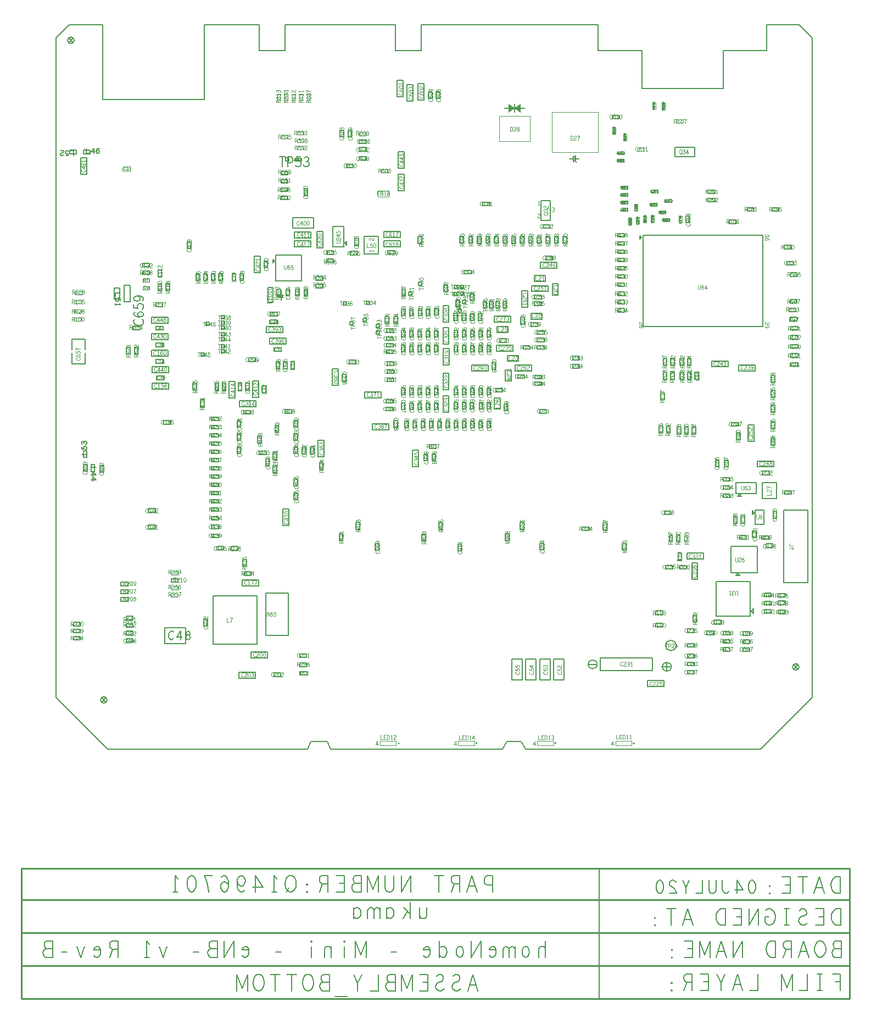
<source format=gbr>
G04 ================== begin FILE IDENTIFICATION RECORD ==================*
G04 Layout Name:  HNODE-MINI-ENB-REV-B_10May22.brd*
G04 Film Name:    HNode-MINI-eNB-v7-RevB-ASB.gbr*
G04 File Format:  Gerber RS274X*
G04 File Origin:  Cadence Allegro 16.6-2015-S108*
G04 Origin Date:  Tue May 10 16:33:03 2022*
G04 *
G04 Layer:  BOARD GEOMETRY/ASSEMBLY_BOTTOM*
G04 Layer:  BOARD GEOMETRY/OUTLINE*
G04 Layer:  DRAWING FORMAT/OUTLINE_DATA*
G04 Layer:  PACKAGE GEOMETRY/ASSEMBLY_BOTTOM*
G04 Layer:  REF DES/ASSEMBLY_BOTTOM*
G04 *
G04 Offset:    (0.000 0.000)*
G04 Mirror:    Yes*
G04 Mode:      Positive*
G04 Rotation:  0*
G04 FullContactRelief:  No*
G04 UndefLineWidth:     6.000*
G04 ================== end FILE IDENTIFICATION RECORD ====================*
%FSLAX55Y55*MOIN*%
%IR0*IPPOS*OFA0.00000B0.00000*MIA1B0*SFA1.00000B1.00000*%
%ADD10C,.002*%
%ADD11C,.004*%
%ADD12C,.005*%
%ADD13C,.00402*%
%ADD14C,.006*%
%ADD15C,.005902*%
%ADD16C,.00598*%
%ADD17C,.001969*%
%ADD18C,.005984*%
%ADD19C,.01*%
G75*
%LPD*%
G75*
G36*
G01X108973Y3693D02*
G03I-626J0D01*
G37*
G36*
G01X156473D02*
G03I-626J0D01*
G37*
G36*
G01X176892Y391596D02*
Y389096D01*
X174392D01*
Y388596D01*
X176892D01*
Y386096D01*
X180426Y388589D01*
X180435D01*
Y386096D01*
X180438D01*
Y386089D01*
X180938D01*
Y388589D01*
X184481Y386089D01*
Y388589D01*
X186981D01*
Y389089D01*
X184481D01*
Y391589D01*
X180948Y389096D01*
X180938D01*
Y391589D01*
X180935D01*
Y391596D01*
X180435D01*
Y389096D01*
X176892Y391596D01*
G37*
G36*
G01X204473Y3693D02*
G03I-626J0D01*
G37*
G36*
G01X251573D02*
G03I-626J0D01*
G37*
G54D10*
G01X263774Y338913D02*
X256974D01*
Y335113D01*
X263774D01*
Y338913D01*
G54D11*
G01X22141Y82013D02*
Y84513D01*
X21308D01*
X21041Y84388D01*
X20874Y84221D01*
X20808Y83888D01*
X20874Y83554D01*
X21074Y83346D01*
X21308Y83221D01*
X22141D01*
G01X21308D02*
X20808Y82013D01*
G01X19474D02*
Y84513D01*
X19874Y84013D01*
G01Y82013D02*
X19074D01*
G01X17474D02*
X17241Y82054D01*
X16974Y82179D01*
X16808Y82388D01*
X16741Y82680D01*
X16808Y82971D01*
X17008Y83221D01*
X17308Y83346D01*
X17641D01*
X17841Y83430D01*
X18008Y83638D01*
X18074Y83929D01*
X17974Y84221D01*
X17741Y84430D01*
X17474Y84513D01*
X17208Y84430D01*
X16974Y84221D01*
X16874Y83929D01*
X16941Y83638D01*
X17108Y83430D01*
X17308Y83346D01*
X17641D01*
X17941Y83221D01*
X18141Y82971D01*
X18208Y82680D01*
X18141Y82388D01*
X17974Y82179D01*
X17708Y82054D01*
X17474Y82013D01*
G01X16208Y82513D02*
X16008Y82221D01*
X15741Y82054D01*
X15441Y82013D01*
X15174Y82054D01*
X14908Y82263D01*
X14741Y82513D01*
X14708Y82763D01*
X14774Y83054D01*
X15008Y83263D01*
X15241Y83346D01*
X15541D01*
G01X15241D02*
X15041Y83471D01*
X14874Y83679D01*
X14808Y83929D01*
X14874Y84180D01*
X15041Y84388D01*
X15341Y84513D01*
X15641Y84471D01*
X15941Y84304D01*
G01X22241Y87413D02*
Y89913D01*
X21408D01*
X21141Y89788D01*
X20974Y89621D01*
X20908Y89288D01*
X20974Y88954D01*
X21174Y88746D01*
X21408Y88621D01*
X22241D01*
G01X21408D02*
X20908Y87413D01*
G01X19574D02*
Y89913D01*
X19974Y89413D01*
G01Y87413D02*
X19174D01*
G01X17641D02*
X17574Y87954D01*
X17474Y88413D01*
X17341Y88830D01*
X17174Y89288D01*
X16908Y89913D01*
X18241D01*
G01X16141Y87704D02*
X15908Y87496D01*
X15641Y87413D01*
X15374Y87496D01*
X15141Y87746D01*
X14974Y88121D01*
X14908Y88496D01*
Y88954D01*
X14974Y89329D01*
X15141Y89663D01*
X15341Y89830D01*
X15574Y89913D01*
X15841Y89830D01*
X16041Y89663D01*
X16174Y89413D01*
X16241Y89079D01*
X16174Y88788D01*
X16008Y88496D01*
X15808Y88329D01*
X15574Y88288D01*
X15308Y88371D01*
X15108Y88579D01*
X14908Y88954D01*
G01X30641Y87313D02*
Y89813D01*
X29808D01*
X29541Y89688D01*
X29374Y89521D01*
X29308Y89188D01*
X29374Y88854D01*
X29574Y88646D01*
X29808Y88521D01*
X30641D01*
G01X29808D02*
X29308Y87313D01*
G01X27974D02*
Y89813D01*
X28374Y89313D01*
G01Y87313D02*
X27574D01*
G01X25974D02*
X25741Y87354D01*
X25474Y87479D01*
X25308Y87688D01*
X25241Y87980D01*
X25308Y88271D01*
X25508Y88521D01*
X25808Y88646D01*
X26141D01*
X26341Y88730D01*
X26508Y88938D01*
X26574Y89229D01*
X26474Y89521D01*
X26241Y89730D01*
X25974Y89813D01*
X25708Y89730D01*
X25474Y89521D01*
X25374Y89229D01*
X25441Y88938D01*
X25608Y88730D01*
X25808Y88646D01*
X26141D01*
X26441Y88521D01*
X26641Y88271D01*
X26708Y87980D01*
X26641Y87688D01*
X26474Y87479D01*
X26208Y87354D01*
X25974Y87313D01*
G01X23974Y89813D02*
X24241Y89730D01*
X24441Y89521D01*
X24574Y89271D01*
X24674Y88938D01*
X24708Y88563D01*
X24674Y88188D01*
X24574Y87854D01*
X24441Y87604D01*
X24241Y87396D01*
X23974Y87313D01*
X23708Y87396D01*
X23508Y87604D01*
X23374Y87854D01*
X23274Y88188D01*
X23241Y88563D01*
X23274Y88938D01*
X23374Y89271D01*
X23508Y89521D01*
X23708Y89730D01*
X23974Y89813D01*
G01X29241Y84604D02*
X29441Y84730D01*
X29674Y84813D01*
X29941D01*
X30241Y84688D01*
X30474Y84480D01*
X30641Y84229D01*
X30774Y83813D01*
X30808Y83438D01*
X30741Y83063D01*
X30641Y82813D01*
X30441Y82563D01*
X30208Y82396D01*
X29974Y82313D01*
X29741D01*
X29508Y82396D01*
X29308Y82521D01*
X29141Y82688D01*
G01X27974Y82313D02*
Y84813D01*
X28374Y84313D01*
G01Y82313D02*
X27574D01*
G01X26708Y82813D02*
X26508Y82521D01*
X26241Y82354D01*
X25941Y82313D01*
X25674Y82354D01*
X25408Y82563D01*
X25241Y82813D01*
X25208Y83063D01*
X25274Y83354D01*
X25508Y83563D01*
X25741Y83646D01*
X26041D01*
G01X25741D02*
X25541Y83771D01*
X25374Y83979D01*
X25308Y84229D01*
X25374Y84480D01*
X25541Y84688D01*
X25841Y84813D01*
X26141Y84771D01*
X26441Y84604D01*
G01X23974Y84813D02*
X24241Y84730D01*
X24441Y84521D01*
X24574Y84271D01*
X24674Y83938D01*
X24708Y83563D01*
X24674Y83188D01*
X24574Y82854D01*
X24441Y82604D01*
X24241Y82396D01*
X23974Y82313D01*
X23708Y82396D01*
X23508Y82604D01*
X23374Y82854D01*
X23274Y83188D01*
X23241Y83563D01*
X23274Y83938D01*
X23374Y84271D01*
X23508Y84521D01*
X23708Y84730D01*
X23974Y84813D01*
G01X22241Y92013D02*
Y94513D01*
X21408D01*
X21141Y94388D01*
X20974Y94221D01*
X20908Y93888D01*
X20974Y93554D01*
X21174Y93346D01*
X21408Y93221D01*
X22241D01*
G01X21408D02*
X20908Y92013D01*
G01X19574D02*
Y94513D01*
X19974Y94013D01*
G01Y92013D02*
X19174D01*
G01X17641D02*
X17574Y92554D01*
X17474Y93013D01*
X17341Y93430D01*
X17174Y93888D01*
X16908Y94513D01*
X18241D01*
G01X16308Y92388D02*
X16108Y92179D01*
X15874Y92054D01*
X15574Y92013D01*
X15274Y92096D01*
X15041Y92263D01*
X14874Y92554D01*
X14841Y92888D01*
X14908Y93221D01*
X15074Y93430D01*
X15308Y93596D01*
X15541Y93638D01*
X15774Y93596D01*
X16074Y93430D01*
X15974Y94513D01*
X15074D01*
G01X30741Y92313D02*
Y94813D01*
X29908D01*
X29641Y94688D01*
X29474Y94521D01*
X29408Y94188D01*
X29474Y93854D01*
X29674Y93646D01*
X29908Y93521D01*
X30741D01*
G01X29908D02*
X29408Y92313D01*
G01X28074D02*
Y94813D01*
X28474Y94313D01*
G01Y92313D02*
X27675D01*
G01X26074D02*
X25841Y92354D01*
X25574Y92479D01*
X25408Y92688D01*
X25341Y92979D01*
X25408Y93271D01*
X25608Y93521D01*
X25908Y93646D01*
X26241D01*
X26441Y93730D01*
X26608Y93938D01*
X26674Y94229D01*
X26574Y94521D01*
X26341Y94730D01*
X26074Y94813D01*
X25808Y94730D01*
X25574Y94521D01*
X25474Y94229D01*
X25541Y93938D01*
X25708Y93730D01*
X25908Y93646D01*
X26241D01*
X26541Y93521D01*
X26741Y93271D01*
X26808Y92979D01*
X26741Y92688D01*
X26574Y92479D01*
X26308Y92354D01*
X26074Y92313D01*
G01X23674D02*
Y94813D01*
X24908Y93021D01*
X23241D01*
G01X13621Y124825D02*
X13871Y124658D01*
X14037Y124458D01*
X14121Y124225D01*
X14037Y123958D01*
X13871Y123758D01*
X13621Y123558D01*
X13287Y123492D01*
X11620D01*
G01X14121Y122225D02*
X13579Y122158D01*
X13121Y122058D01*
X12704Y121925D01*
X12246Y121758D01*
X11620Y121492D01*
Y122825D01*
G01X23966Y140046D02*
X24091Y139846D01*
X24174Y139613D01*
Y139346D01*
X24049Y139046D01*
X23841Y138813D01*
X23591Y138646D01*
X23174Y138513D01*
X22799Y138479D01*
X22424Y138546D01*
X22174Y138646D01*
X21924Y138846D01*
X21758Y139080D01*
X21674Y139313D01*
Y139546D01*
X21758Y139780D01*
X21883Y139980D01*
X22049Y140146D01*
G01X23758Y140679D02*
X24008Y140880D01*
X24133Y141113D01*
X24174Y141380D01*
X24091Y141713D01*
X23883Y141946D01*
X23633Y142013D01*
X23383Y141980D01*
X23174Y141846D01*
X22758Y141180D01*
X22466Y140880D01*
X22049Y140679D01*
X21674Y140613D01*
Y142013D01*
G01Y143313D02*
X24174D01*
X23674Y142913D01*
G01X21674D02*
Y143713D01*
G01X24174Y145313D02*
X24091Y145046D01*
X23883Y144846D01*
X23633Y144713D01*
X23299Y144613D01*
X22924Y144580D01*
X22549Y144613D01*
X22216Y144713D01*
X21966Y144846D01*
X21758Y145046D01*
X21674Y145313D01*
X21758Y145579D01*
X21966Y145780D01*
X22216Y145913D01*
X22549Y146013D01*
X22924Y146046D01*
X23299Y146013D01*
X23633Y145913D01*
X23883Y145780D01*
X24091Y145579D01*
X24174Y145313D01*
G01X28241Y124404D02*
X28441Y124530D01*
X28674Y124613D01*
X28941D01*
X29241Y124488D01*
X29474Y124280D01*
X29641Y124029D01*
X29774Y123613D01*
X29808Y123238D01*
X29741Y122863D01*
X29641Y122613D01*
X29441Y122363D01*
X29208Y122196D01*
X28974Y122113D01*
X28741D01*
X28508Y122196D01*
X28308Y122321D01*
X28141Y122488D01*
G01X26974Y122113D02*
Y124613D01*
X27374Y124113D01*
G01Y122113D02*
X26574D01*
G01X24974D02*
Y124613D01*
X25374Y124113D01*
G01Y122113D02*
X24575D01*
G01X23608Y123154D02*
X23374Y123446D01*
X23174Y123613D01*
X22908Y123696D01*
X22674Y123613D01*
X22508Y123446D01*
X22374Y123196D01*
X22341Y122905D01*
X22374Y122654D01*
X22508Y122404D01*
X22708Y122196D01*
X22941Y122113D01*
X23208Y122196D01*
X23441Y122446D01*
X23574Y122821D01*
X23608Y123238D01*
X23541Y123779D01*
X23441Y124071D01*
X23274Y124363D01*
X23041Y124571D01*
X22808Y124613D01*
X22574Y124530D01*
X22408Y124321D01*
G01X32241Y127413D02*
Y129913D01*
X31408D01*
X31141Y129788D01*
X30974Y129621D01*
X30908Y129288D01*
X30974Y128954D01*
X31174Y128746D01*
X31408Y128621D01*
X32241D01*
G01X31408D02*
X30908Y127413D01*
G01X29174D02*
Y129913D01*
X30408Y128121D01*
X28741D01*
G01X27574Y129913D02*
X27841Y129830D01*
X28041Y129621D01*
X28174Y129371D01*
X28274Y129038D01*
X28308Y128663D01*
X28274Y128288D01*
X28174Y127954D01*
X28041Y127704D01*
X27841Y127496D01*
X27574Y127413D01*
X27308Y127496D01*
X27108Y127704D01*
X26974Y127954D01*
X26874Y128288D01*
X26841Y128663D01*
X26874Y129038D01*
X26974Y129371D01*
X27108Y129621D01*
X27308Y129830D01*
X27574Y129913D01*
G01X26141Y127704D02*
X25908Y127496D01*
X25641Y127413D01*
X25374Y127496D01*
X25141Y127746D01*
X24974Y128121D01*
X24908Y128496D01*
Y128954D01*
X24974Y129329D01*
X25141Y129663D01*
X25341Y129830D01*
X25574Y129913D01*
X25841Y129830D01*
X26041Y129663D01*
X26174Y129413D01*
X26241Y129079D01*
X26174Y128788D01*
X26008Y128496D01*
X25808Y128329D01*
X25574Y128288D01*
X25308Y128371D01*
X25108Y128579D01*
X24908Y128954D01*
G01X27544Y154246D02*
X25044D01*
Y155580D01*
G01X27127Y156279D02*
X27377Y156480D01*
X27502Y156713D01*
X27544Y156980D01*
X27460Y157313D01*
X27252Y157546D01*
X27002Y157613D01*
X26752Y157580D01*
X26544Y157446D01*
X26127Y156780D01*
X25835Y156480D01*
X25418Y156279D01*
X25044Y156213D01*
Y157613D01*
G01Y158846D02*
X25585Y158913D01*
X26044Y159013D01*
X26460Y159146D01*
X26919Y159313D01*
X27544Y159580D01*
Y158246D01*
G01X30481Y174390D02*
X30681Y174515D01*
X30914Y174599D01*
X31181D01*
X31481Y174474D01*
X31714Y174265D01*
X31881Y174015D01*
X32014Y173599D01*
X32048Y173224D01*
X31981Y172849D01*
X31881Y172599D01*
X31681Y172348D01*
X31448Y172182D01*
X31214Y172099D01*
X30981D01*
X30748Y172182D01*
X30548Y172307D01*
X30381Y172474D01*
G01X29848Y174182D02*
X29648Y174432D01*
X29414Y174557D01*
X29148Y174599D01*
X28814Y174515D01*
X28581Y174307D01*
X28514Y174057D01*
X28548Y173807D01*
X28681Y173599D01*
X29348Y173182D01*
X29648Y172890D01*
X29848Y172474D01*
X29914Y172099D01*
X28514D01*
G01X27848Y173140D02*
X27614Y173432D01*
X27414Y173599D01*
X27148Y173682D01*
X26914Y173599D01*
X26748Y173432D01*
X26614Y173182D01*
X26581Y172890D01*
X26614Y172640D01*
X26748Y172390D01*
X26948Y172182D01*
X27181Y172099D01*
X27448Y172182D01*
X27681Y172432D01*
X27814Y172807D01*
X27848Y173224D01*
X27781Y173765D01*
X27681Y174057D01*
X27514Y174349D01*
X27281Y174557D01*
X27048Y174599D01*
X26814Y174515D01*
X26648Y174307D01*
G01X25214Y172099D02*
X24981Y172140D01*
X24714Y172265D01*
X24548Y172474D01*
X24481Y172765D01*
X24548Y173057D01*
X24748Y173307D01*
X25048Y173432D01*
X25381D01*
X25581Y173515D01*
X25748Y173724D01*
X25814Y174015D01*
X25714Y174307D01*
X25481Y174515D01*
X25214Y174599D01*
X24948Y174515D01*
X24714Y174307D01*
X24614Y174015D01*
X24681Y173724D01*
X24848Y173515D01*
X25048Y173432D01*
X25381D01*
X25681Y173307D01*
X25881Y173057D01*
X25948Y172765D01*
X25881Y172474D01*
X25714Y172265D01*
X25448Y172140D01*
X25214Y172099D01*
G01X18392Y154736D02*
Y157236D01*
X17559D01*
X17292Y157111D01*
X17126Y156944D01*
X17059Y156611D01*
X17126Y156277D01*
X17326Y156069D01*
X17559Y155944D01*
X18392D01*
G01X17559D02*
X17059Y154736D01*
G01X16459Y155236D02*
X16259Y154944D01*
X15992Y154777D01*
X15692Y154736D01*
X15426Y154777D01*
X15159Y154986D01*
X14992Y155236D01*
X14959Y155486D01*
X15026Y155777D01*
X15259Y155986D01*
X15492Y156069D01*
X15792D01*
G01X15492D02*
X15292Y156194D01*
X15126Y156402D01*
X15059Y156652D01*
X15126Y156902D01*
X15292Y157111D01*
X15592Y157236D01*
X15892Y157194D01*
X16192Y157027D01*
G01X13725Y154736D02*
X13492Y154777D01*
X13226Y154902D01*
X13059Y155110D01*
X12992Y155402D01*
X13059Y155694D01*
X13259Y155944D01*
X13559Y156069D01*
X13892D01*
X14092Y156152D01*
X14259Y156361D01*
X14326Y156652D01*
X14226Y156944D01*
X13992Y157152D01*
X13725Y157236D01*
X13459Y157152D01*
X13226Y156944D01*
X13126Y156652D01*
X13192Y156361D01*
X13359Y156152D01*
X13559Y156069D01*
X13892D01*
X14192Y155944D01*
X14392Y155694D01*
X14459Y155402D01*
X14392Y155110D01*
X14226Y154902D01*
X13959Y154777D01*
X13725Y154736D01*
G01X11792D02*
X11726Y155277D01*
X11626Y155736D01*
X11492Y156152D01*
X11326Y156611D01*
X11059Y157236D01*
X12392D01*
G01X30481Y168890D02*
X30681Y169015D01*
X30914Y169099D01*
X31181D01*
X31481Y168974D01*
X31714Y168765D01*
X31881Y168515D01*
X32014Y168099D01*
X32048Y167724D01*
X31981Y167349D01*
X31881Y167099D01*
X31681Y166848D01*
X31448Y166682D01*
X31214Y166599D01*
X30981D01*
X30748Y166682D01*
X30548Y166807D01*
X30381Y166974D01*
G01X29848Y168682D02*
X29648Y168932D01*
X29414Y169057D01*
X29148Y169099D01*
X28814Y169015D01*
X28581Y168807D01*
X28514Y168557D01*
X28548Y168307D01*
X28681Y168099D01*
X29348Y167682D01*
X29648Y167390D01*
X29848Y166974D01*
X29914Y166599D01*
X28514D01*
G01X27281D02*
X27214Y167140D01*
X27114Y167598D01*
X26981Y168015D01*
X26814Y168474D01*
X26548Y169099D01*
X27881D01*
G01X25848Y168682D02*
X25648Y168932D01*
X25414Y169057D01*
X25148Y169099D01*
X24814Y169015D01*
X24581Y168807D01*
X24514Y168557D01*
X24548Y168307D01*
X24681Y168099D01*
X25348Y167682D01*
X25648Y167390D01*
X25848Y166974D01*
X25914Y166599D01*
X24514D01*
G01X22837Y183114D02*
X25337D01*
Y183947D01*
X25212Y184214D01*
X25046Y184380D01*
X24712Y184447D01*
X24379Y184380D01*
X24171Y184180D01*
X24046Y183947D01*
Y183114D01*
G01Y183947D02*
X22837Y184447D01*
G01X23337Y185047D02*
X23046Y185247D01*
X22879Y185514D01*
X22837Y185814D01*
X22879Y186080D01*
X23087Y186347D01*
X23337Y186514D01*
X23587Y186547D01*
X23879Y186480D01*
X24087Y186247D01*
X24171Y186014D01*
Y185714D01*
G01Y186014D02*
X24296Y186214D01*
X24504Y186381D01*
X24754Y186447D01*
X25004Y186381D01*
X25212Y186214D01*
X25337Y185914D01*
X25296Y185614D01*
X25129Y185314D01*
G01X22837Y188181D02*
X25337D01*
X23546Y186947D01*
Y188614D01*
G01X23879Y189147D02*
X24171Y189381D01*
X24337Y189581D01*
X24421Y189847D01*
X24337Y190080D01*
X24171Y190247D01*
X23921Y190381D01*
X23629Y190414D01*
X23379Y190381D01*
X23129Y190247D01*
X22921Y190047D01*
X22837Y189814D01*
X22921Y189547D01*
X23171Y189314D01*
X23546Y189181D01*
X23962Y189147D01*
X24504Y189214D01*
X24796Y189314D01*
X25087Y189480D01*
X25296Y189714D01*
X25337Y189947D01*
X25254Y190181D01*
X25046Y190347D01*
G01X22811Y193114D02*
X25311D01*
Y193947D01*
X25186Y194214D01*
X25019Y194380D01*
X24686Y194447D01*
X24352Y194380D01*
X24144Y194180D01*
X24019Y193947D01*
Y193114D01*
G01Y193947D02*
X22811Y194447D01*
G01X23311Y195047D02*
X23019Y195247D01*
X22852Y195514D01*
X22811Y195814D01*
X22852Y196080D01*
X23060Y196347D01*
X23311Y196514D01*
X23561Y196547D01*
X23852Y196480D01*
X24061Y196247D01*
X24144Y196014D01*
Y195714D01*
G01Y196014D02*
X24269Y196214D01*
X24477Y196380D01*
X24727Y196447D01*
X24977Y196380D01*
X25186Y196214D01*
X25311Y195914D01*
X25269Y195614D01*
X25102Y195314D01*
G01X23311Y197047D02*
X23019Y197247D01*
X22852Y197514D01*
X22811Y197814D01*
X22852Y198081D01*
X23060Y198347D01*
X23311Y198514D01*
X23561Y198547D01*
X23852Y198481D01*
X24061Y198247D01*
X24144Y198014D01*
Y197714D01*
G01Y198014D02*
X24269Y198214D01*
X24477Y198380D01*
X24727Y198447D01*
X24977Y198380D01*
X25186Y198214D01*
X25311Y197914D01*
X25269Y197614D01*
X25102Y197314D01*
G01X23186Y199047D02*
X22977Y199247D01*
X22852Y199481D01*
X22811Y199780D01*
X22894Y200081D01*
X23060Y200314D01*
X23352Y200481D01*
X23686Y200514D01*
X24019Y200447D01*
X24227Y200280D01*
X24394Y200047D01*
X24436Y199814D01*
X24394Y199580D01*
X24227Y199281D01*
X25311Y199380D01*
Y200280D01*
G01X22811Y203114D02*
X25311D01*
Y203947D01*
X25186Y204214D01*
X25019Y204381D01*
X24686Y204447D01*
X24352Y204381D01*
X24144Y204180D01*
X24019Y203947D01*
Y203114D01*
G01Y203947D02*
X22811Y204447D01*
G01X23311Y205047D02*
X23019Y205247D01*
X22852Y205514D01*
X22811Y205814D01*
X22852Y206080D01*
X23060Y206347D01*
X23311Y206514D01*
X23561Y206547D01*
X23852Y206480D01*
X24061Y206247D01*
X24144Y206014D01*
Y205714D01*
G01Y206014D02*
X24269Y206214D01*
X24477Y206380D01*
X24727Y206447D01*
X24977Y206380D01*
X25186Y206214D01*
X25311Y205914D01*
X25269Y205614D01*
X25102Y205314D01*
G01X24894Y207147D02*
X25144Y207347D01*
X25269Y207580D01*
X25311Y207847D01*
X25227Y208180D01*
X25019Y208414D01*
X24769Y208480D01*
X24519Y208447D01*
X24311Y208314D01*
X23894Y207647D01*
X23602Y207347D01*
X23186Y207147D01*
X22811Y207080D01*
Y208480D01*
G01X23102Y209214D02*
X22894Y209447D01*
X22811Y209714D01*
X22894Y209980D01*
X23144Y210214D01*
X23519Y210380D01*
X23894Y210447D01*
X24352D01*
X24727Y210380D01*
X25061Y210214D01*
X25227Y210014D01*
X25311Y209780D01*
X25227Y209514D01*
X25061Y209314D01*
X24811Y209180D01*
X24477Y209114D01*
X24186Y209180D01*
X23894Y209347D01*
X23727Y209547D01*
X23686Y209780D01*
X23769Y210047D01*
X23977Y210247D01*
X24352Y210447D01*
G01X13541Y232013D02*
Y234513D01*
X12708D01*
X12441Y234388D01*
X12274Y234221D01*
X12208Y233888D01*
X12274Y233554D01*
X12474Y233346D01*
X12708Y233221D01*
X13541D01*
G01X12708D02*
X12208Y232013D01*
G01X11441Y232304D02*
X11208Y232096D01*
X10941Y232013D01*
X10674Y232096D01*
X10441Y232346D01*
X10274Y232721D01*
X10208Y233096D01*
Y233554D01*
X10274Y233929D01*
X10441Y234263D01*
X10641Y234430D01*
X10874Y234513D01*
X11141Y234430D01*
X11341Y234263D01*
X11474Y234013D01*
X11541Y233679D01*
X11474Y233388D01*
X11308Y233096D01*
X11108Y232929D01*
X10874Y232888D01*
X10608Y232971D01*
X10408Y233179D01*
X10208Y233554D01*
G01X9608Y232388D02*
X9408Y232179D01*
X9174Y232054D01*
X8874Y232013D01*
X8574Y232096D01*
X8341Y232263D01*
X8174Y232554D01*
X8141Y232888D01*
X8208Y233221D01*
X8374Y233430D01*
X8608Y233596D01*
X8841Y233638D01*
X9074Y233596D01*
X9374Y233430D01*
X9274Y234513D01*
X8374D01*
G01X22811Y221114D02*
X25311D01*
Y221947D01*
X25186Y222214D01*
X25019Y222380D01*
X24686Y222447D01*
X24352Y222380D01*
X24144Y222180D01*
X24019Y221947D01*
Y221114D01*
G01Y221947D02*
X22811Y222447D01*
G01X23311Y223047D02*
X23019Y223247D01*
X22852Y223514D01*
X22811Y223814D01*
X22852Y224080D01*
X23060Y224347D01*
X23311Y224514D01*
X23561Y224547D01*
X23852Y224480D01*
X24061Y224247D01*
X24144Y224014D01*
Y223714D01*
G01Y224014D02*
X24269Y224214D01*
X24477Y224380D01*
X24727Y224447D01*
X24977Y224380D01*
X25186Y224214D01*
X25311Y223914D01*
X25269Y223614D01*
X25102Y223314D01*
G01X22811Y225780D02*
X25311D01*
X24811Y225380D01*
G01X22811D02*
Y226180D01*
G01Y227780D02*
X22852Y228014D01*
X22977Y228280D01*
X23186Y228447D01*
X23477Y228514D01*
X23769Y228447D01*
X24019Y228247D01*
X24144Y227947D01*
Y227614D01*
X24227Y227414D01*
X24436Y227247D01*
X24727Y227180D01*
X25019Y227280D01*
X25227Y227514D01*
X25311Y227780D01*
X25227Y228047D01*
X25019Y228280D01*
X24727Y228380D01*
X24436Y228314D01*
X24227Y228147D01*
X24144Y227947D01*
Y227614D01*
X24019Y227314D01*
X23769Y227114D01*
X23477Y227047D01*
X23186Y227114D01*
X22977Y227280D01*
X22852Y227547D01*
X22811Y227780D01*
G01Y212114D02*
X25311D01*
Y212947D01*
X25186Y213214D01*
X25019Y213380D01*
X24686Y213447D01*
X24352Y213380D01*
X24144Y213180D01*
X24019Y212947D01*
Y212114D01*
G01Y212947D02*
X22811Y213447D01*
G01X23311Y214047D02*
X23019Y214247D01*
X22852Y214514D01*
X22811Y214814D01*
X22852Y215080D01*
X23060Y215347D01*
X23311Y215514D01*
X23561Y215547D01*
X23852Y215480D01*
X24061Y215247D01*
X24144Y215014D01*
Y214714D01*
G01Y215014D02*
X24269Y215214D01*
X24477Y215380D01*
X24727Y215447D01*
X24977Y215380D01*
X25186Y215214D01*
X25311Y214914D01*
X25269Y214614D01*
X25102Y214314D01*
G01X24894Y216147D02*
X25144Y216347D01*
X25269Y216580D01*
X25311Y216847D01*
X25227Y217180D01*
X25019Y217414D01*
X24769Y217480D01*
X24519Y217447D01*
X24311Y217314D01*
X23894Y216647D01*
X23602Y216347D01*
X23186Y216147D01*
X22811Y216080D01*
Y217480D01*
G01X23186Y218047D02*
X22977Y218247D01*
X22852Y218480D01*
X22811Y218780D01*
X22894Y219080D01*
X23060Y219314D01*
X23352Y219480D01*
X23686Y219514D01*
X24019Y219447D01*
X24227Y219280D01*
X24394Y219047D01*
X24436Y218814D01*
X24394Y218580D01*
X24227Y218280D01*
X25311Y218380D01*
Y219280D01*
G01X26676Y259031D02*
X26426Y258831D01*
X26301Y258598D01*
X26259Y258331D01*
X26343Y257998D01*
X26551Y257765D01*
X26801Y257698D01*
X27051Y257731D01*
X27259Y257865D01*
X27676Y258531D01*
X27968Y258831D01*
X28384Y259031D01*
X28759Y259098D01*
Y257698D01*
G01X28468Y256965D02*
X28676Y256731D01*
X28759Y256465D01*
X28676Y256198D01*
X28426Y255965D01*
X28051Y255798D01*
X27676Y255731D01*
X27218D01*
X26843Y255798D01*
X26509Y255965D01*
X26343Y256165D01*
X26259Y256398D01*
X26343Y256665D01*
X26509Y256865D01*
X26759Y256998D01*
X27093Y257065D01*
X27384Y256998D01*
X27676Y256831D01*
X27843Y256631D01*
X27884Y256398D01*
X27801Y256131D01*
X27593Y255931D01*
X27218Y255731D01*
G01X14541Y243013D02*
Y245513D01*
X13708D01*
X13441Y245388D01*
X13274Y245221D01*
X13208Y244888D01*
X13274Y244554D01*
X13474Y244346D01*
X13708Y244221D01*
X14541D01*
G01X13708D02*
X13208Y243013D01*
G01X11874D02*
Y245513D01*
X12274Y245013D01*
G01Y243013D02*
X11475D01*
G01X9874Y245513D02*
X10141Y245430D01*
X10341Y245221D01*
X10474Y244971D01*
X10574Y244638D01*
X10608Y244263D01*
X10574Y243888D01*
X10474Y243554D01*
X10341Y243304D01*
X10141Y243096D01*
X9874Y243013D01*
X9608Y243096D01*
X9408Y243304D01*
X9274Y243554D01*
X9174Y243888D01*
X9141Y244263D01*
X9174Y244638D01*
X9274Y244971D01*
X9408Y245221D01*
X9608Y245430D01*
X9874Y245513D01*
G01X8441Y243304D02*
X8208Y243096D01*
X7941Y243013D01*
X7674Y243096D01*
X7441Y243346D01*
X7274Y243721D01*
X7208Y244096D01*
Y244554D01*
X7274Y244929D01*
X7441Y245263D01*
X7641Y245430D01*
X7874Y245513D01*
X8141Y245430D01*
X8341Y245263D01*
X8474Y245013D01*
X8541Y244679D01*
X8474Y244388D01*
X8308Y244096D01*
X8108Y243929D01*
X7874Y243888D01*
X7608Y243971D01*
X7408Y244179D01*
X7208Y244554D01*
G01X14541Y237513D02*
Y240013D01*
X13708D01*
X13441Y239888D01*
X13274Y239721D01*
X13208Y239388D01*
X13274Y239054D01*
X13474Y238846D01*
X13708Y238721D01*
X14541D01*
G01X13708D02*
X13208Y237513D01*
G01X11874D02*
Y240013D01*
X12274Y239513D01*
G01Y237513D02*
X11475D01*
G01X9874D02*
Y240013D01*
X10274Y239513D01*
G01Y237513D02*
X9475D01*
G01X7874D02*
Y240013D01*
X8274Y239513D01*
G01Y237513D02*
X7475D01*
G01X14541Y248513D02*
Y251013D01*
X13708D01*
X13441Y250888D01*
X13274Y250721D01*
X13208Y250388D01*
X13274Y250054D01*
X13474Y249846D01*
X13708Y249721D01*
X14541D01*
G01X13708D02*
X13208Y248513D01*
G01X11874D02*
Y251013D01*
X12274Y250513D01*
G01Y248513D02*
X11475D01*
G01X9874Y251013D02*
X10141Y250930D01*
X10341Y250721D01*
X10474Y250471D01*
X10574Y250138D01*
X10608Y249763D01*
X10574Y249388D01*
X10474Y249054D01*
X10341Y248804D01*
X10141Y248596D01*
X9874Y248513D01*
X9608Y248596D01*
X9408Y248804D01*
X9274Y249054D01*
X9174Y249388D01*
X9141Y249763D01*
X9174Y250138D01*
X9274Y250471D01*
X9408Y250721D01*
X9608Y250930D01*
X9874Y251013D01*
G01X7941Y248513D02*
X7874Y249054D01*
X7774Y249513D01*
X7641Y249930D01*
X7474Y250388D01*
X7208Y251013D01*
X8541D01*
G01X14541Y254013D02*
Y256513D01*
X13708D01*
X13441Y256388D01*
X13274Y256221D01*
X13208Y255888D01*
X13274Y255554D01*
X13474Y255346D01*
X13708Y255221D01*
X14541D01*
G01X13708D02*
X13208Y254013D01*
G01X11874D02*
Y256513D01*
X12274Y256013D01*
G01Y254013D02*
X11475D01*
G01X9874Y256513D02*
X10141Y256430D01*
X10341Y256221D01*
X10474Y255971D01*
X10574Y255638D01*
X10608Y255263D01*
X10574Y254888D01*
X10474Y254554D01*
X10341Y254304D01*
X10141Y254096D01*
X9874Y254013D01*
X9608Y254096D01*
X9408Y254304D01*
X9274Y254554D01*
X9174Y254888D01*
X9141Y255263D01*
X9174Y255638D01*
X9274Y255971D01*
X9408Y256221D01*
X9608Y256430D01*
X9874Y256513D01*
G01X7874Y254013D02*
Y256513D01*
X8274Y256013D01*
G01Y254013D02*
X7475D01*
G01X14041Y259513D02*
Y262013D01*
X13208D01*
X12941Y261888D01*
X12774Y261721D01*
X12708Y261388D01*
X12774Y261054D01*
X12974Y260846D01*
X13208Y260721D01*
X14041D01*
G01X13208D02*
X12708Y259513D01*
G01X11941Y259804D02*
X11708Y259596D01*
X11441Y259513D01*
X11174Y259596D01*
X10941Y259846D01*
X10774Y260221D01*
X10708Y260596D01*
Y261054D01*
X10774Y261429D01*
X10941Y261763D01*
X11141Y261930D01*
X11374Y262013D01*
X11641Y261930D01*
X11841Y261763D01*
X11974Y261513D01*
X12041Y261179D01*
X11974Y260888D01*
X11808Y260596D01*
X11608Y260429D01*
X11374Y260388D01*
X11108Y260471D01*
X10908Y260679D01*
X10708Y261054D01*
G01X9441Y259513D02*
X9374Y260054D01*
X9274Y260513D01*
X9141Y260930D01*
X8974Y261388D01*
X8708Y262013D01*
X10041D01*
G01X14874Y286820D02*
Y289320D01*
X14040D01*
X13774Y289195D01*
X13607Y289028D01*
X13540Y288695D01*
X13607Y288362D01*
X13807Y288154D01*
X14040Y288028D01*
X14874D01*
G01X14040D02*
X13540Y286820D01*
G01X12940Y287195D02*
X12740Y286987D01*
X12507Y286862D01*
X12207Y286820D01*
X11907Y286903D01*
X11674Y287070D01*
X11507Y287362D01*
X11474Y287695D01*
X11540Y288028D01*
X11707Y288237D01*
X11940Y288403D01*
X12174Y288445D01*
X12407Y288403D01*
X12707Y288237D01*
X12607Y289320D01*
X11707D01*
G01X10207Y286820D02*
X9974Y286862D01*
X9707Y286987D01*
X9540Y287195D01*
X9474Y287487D01*
X9540Y287778D01*
X9740Y288028D01*
X10040Y288154D01*
X10374D01*
X10574Y288237D01*
X10740Y288445D01*
X10807Y288737D01*
X10707Y289028D01*
X10474Y289237D01*
X10207Y289320D01*
X9940Y289237D01*
X9707Y289028D01*
X9607Y288737D01*
X9674Y288445D01*
X9840Y288237D01*
X10040Y288154D01*
X10374D01*
X10674Y288028D01*
X10874Y287778D01*
X10940Y287487D01*
X10874Y287195D01*
X10707Y286987D01*
X10440Y286862D01*
X10207Y286820D01*
G01X8207D02*
X7974Y286862D01*
X7707Y286987D01*
X7540Y287195D01*
X7474Y287487D01*
X7540Y287778D01*
X7740Y288028D01*
X8040Y288154D01*
X8374D01*
X8574Y288237D01*
X8740Y288445D01*
X8807Y288737D01*
X8707Y289028D01*
X8474Y289237D01*
X8207Y289320D01*
X7940Y289237D01*
X7707Y289028D01*
X7607Y288737D01*
X7674Y288445D01*
X7840Y288237D01*
X8040Y288154D01*
X8374D01*
X8674Y288028D01*
X8874Y287778D01*
X8940Y287487D01*
X8874Y287195D01*
X8707Y286987D01*
X8440Y286862D01*
X8207Y286820D01*
G01X15641Y265513D02*
Y268013D01*
X14808D01*
X14541Y267888D01*
X14374Y267721D01*
X14308Y267388D01*
X14374Y267054D01*
X14574Y266846D01*
X14808Y266721D01*
X15641D01*
G01X14808D02*
X14308Y265513D01*
G01X12974D02*
Y268013D01*
X13374Y267513D01*
G01Y265513D02*
X12574D01*
G01X10974Y268013D02*
X11241Y267930D01*
X11441Y267721D01*
X11574Y267471D01*
X11674Y267138D01*
X11708Y266763D01*
X11674Y266388D01*
X11574Y266054D01*
X11441Y265804D01*
X11241Y265596D01*
X10974Y265513D01*
X10708Y265596D01*
X10508Y265804D01*
X10374Y266054D01*
X10274Y266388D01*
X10241Y266763D01*
X10274Y267138D01*
X10374Y267471D01*
X10508Y267721D01*
X10708Y267930D01*
X10974Y268013D01*
G01X9708Y266013D02*
X9508Y265721D01*
X9241Y265554D01*
X8941Y265513D01*
X8674Y265554D01*
X8408Y265763D01*
X8241Y266013D01*
X8208Y266263D01*
X8274Y266554D01*
X8508Y266763D01*
X8741Y266846D01*
X9041D01*
G01X8741D02*
X8541Y266971D01*
X8374Y267179D01*
X8308Y267429D01*
X8374Y267680D01*
X8541Y267888D01*
X8841Y268013D01*
X9141Y267971D01*
X9441Y267804D01*
G01X15541Y296104D02*
X15741Y296230D01*
X15974Y296313D01*
X16241D01*
X16541Y296188D01*
X16774Y295980D01*
X16941Y295729D01*
X17074Y295313D01*
X17108Y294938D01*
X17041Y294563D01*
X16941Y294313D01*
X16741Y294063D01*
X16508Y293896D01*
X16274Y293813D01*
X16041D01*
X15808Y293896D01*
X15608Y294021D01*
X15441Y294188D01*
G01X15008Y294313D02*
X14808Y294021D01*
X14541Y293854D01*
X14241Y293813D01*
X13974Y293854D01*
X13708Y294063D01*
X13541Y294313D01*
X13508Y294563D01*
X13574Y294854D01*
X13808Y295063D01*
X14041Y295146D01*
X14341D01*
G01X14041D02*
X13841Y295271D01*
X13674Y295479D01*
X13608Y295729D01*
X13674Y295980D01*
X13841Y296188D01*
X14141Y296313D01*
X14441Y296271D01*
X14741Y296104D01*
G01X12908Y295896D02*
X12708Y296146D01*
X12474Y296271D01*
X12208Y296313D01*
X11874Y296230D01*
X11641Y296021D01*
X11574Y295771D01*
X11608Y295521D01*
X11741Y295313D01*
X12408Y294896D01*
X12708Y294604D01*
X12908Y294188D01*
X12974Y293813D01*
X11574D01*
G01X11008Y294188D02*
X10808Y293979D01*
X10574Y293854D01*
X10274Y293813D01*
X9974Y293896D01*
X9741Y294063D01*
X9574Y294354D01*
X9541Y294688D01*
X9608Y295021D01*
X9774Y295230D01*
X10008Y295396D01*
X10241Y295438D01*
X10474Y295396D01*
X10774Y295230D01*
X10674Y296313D01*
X9774D01*
G01X15174Y270520D02*
Y273020D01*
X14340D01*
X14074Y272895D01*
X13907Y272728D01*
X13840Y272395D01*
X13907Y272062D01*
X14107Y271853D01*
X14340Y271728D01*
X15174D01*
G01X14340D02*
X13840Y270520D01*
G01X13240Y270895D02*
X13040Y270687D01*
X12807Y270562D01*
X12507Y270520D01*
X12207Y270603D01*
X11974Y270770D01*
X11807Y271062D01*
X11774Y271395D01*
X11840Y271728D01*
X12007Y271937D01*
X12240Y272103D01*
X12474Y272145D01*
X12707Y272103D01*
X13007Y271937D01*
X12907Y273020D01*
X12007D01*
G01X10507Y270520D02*
X10274Y270562D01*
X10007Y270687D01*
X9840Y270895D01*
X9774Y271187D01*
X9840Y271478D01*
X10040Y271728D01*
X10340Y271853D01*
X10674D01*
X10874Y271937D01*
X11040Y272145D01*
X11107Y272437D01*
X11007Y272728D01*
X10774Y272937D01*
X10507Y273020D01*
X10240Y272937D01*
X10007Y272728D01*
X9907Y272437D01*
X9974Y272145D01*
X10140Y271937D01*
X10340Y271853D01*
X10674D01*
X10974Y271728D01*
X11174Y271478D01*
X11240Y271187D01*
X11174Y270895D01*
X11007Y270687D01*
X10740Y270562D01*
X10507Y270520D01*
G01X8574D02*
X8507Y271062D01*
X8407Y271520D01*
X8274Y271937D01*
X8107Y272395D01*
X7840Y273020D01*
X9174D01*
G01X28384Y312281D02*
X28593Y312081D01*
X28718Y311848D01*
X28759Y311548D01*
X28676Y311248D01*
X28509Y311014D01*
X28218Y310848D01*
X27884Y310814D01*
X27551Y310881D01*
X27343Y311048D01*
X27176Y311281D01*
X27134Y311514D01*
X27176Y311748D01*
X27343Y312048D01*
X26259Y311948D01*
Y311048D01*
G01X27718Y310181D02*
X27426Y309948D01*
X27259Y309748D01*
X27176Y309481D01*
X27259Y309248D01*
X27426Y309081D01*
X27676Y308948D01*
X27968Y308914D01*
X28218Y308948D01*
X28468Y309081D01*
X28676Y309281D01*
X28759Y309514D01*
X28676Y309781D01*
X28426Y310014D01*
X28051Y310148D01*
X27634Y310181D01*
X27093Y310114D01*
X26801Y310014D01*
X26509Y309848D01*
X26301Y309614D01*
X26259Y309381D01*
X26343Y309148D01*
X26551Y308981D01*
G01X18574Y303420D02*
Y305920D01*
X17740D01*
X17474Y305795D01*
X17307Y305628D01*
X17240Y305295D01*
X17307Y304962D01*
X17507Y304754D01*
X17740Y304628D01*
X18574D01*
G01X17740D02*
X17240Y303420D01*
G01X16640Y303920D02*
X16440Y303628D01*
X16174Y303462D01*
X15874Y303420D01*
X15607Y303462D01*
X15340Y303670D01*
X15174Y303920D01*
X15140Y304170D01*
X15207Y304462D01*
X15440Y304670D01*
X15674Y304754D01*
X15974D01*
G01X15674D02*
X15474Y304878D01*
X15307Y305087D01*
X15240Y305337D01*
X15307Y305587D01*
X15474Y305795D01*
X15774Y305920D01*
X16074Y305878D01*
X16374Y305712D01*
G01X14474Y303712D02*
X14240Y303503D01*
X13974Y303420D01*
X13707Y303503D01*
X13474Y303753D01*
X13307Y304128D01*
X13240Y304503D01*
Y304962D01*
X13307Y305337D01*
X13474Y305670D01*
X13674Y305837D01*
X13907Y305920D01*
X14174Y305837D01*
X14374Y305670D01*
X14507Y305420D01*
X14574Y305087D01*
X14507Y304795D01*
X14340Y304503D01*
X14140Y304337D01*
X13907Y304295D01*
X13640Y304378D01*
X13440Y304587D01*
X13240Y304962D01*
G01X11907Y305920D02*
X12174Y305837D01*
X12374Y305628D01*
X12507Y305378D01*
X12607Y305045D01*
X12640Y304670D01*
X12607Y304295D01*
X12507Y303962D01*
X12374Y303712D01*
X12174Y303503D01*
X11907Y303420D01*
X11640Y303503D01*
X11440Y303712D01*
X11307Y303962D01*
X11207Y304295D01*
X11174Y304670D01*
X11207Y305045D01*
X11307Y305378D01*
X11440Y305628D01*
X11640Y305837D01*
X11907Y305920D01*
G01X26174Y326320D02*
Y328820D01*
X25340D01*
X25074Y328695D01*
X24907Y328528D01*
X24840Y328195D01*
X24907Y327862D01*
X25107Y327654D01*
X25340Y327528D01*
X26174D01*
G01X25340D02*
X24840Y326320D01*
G01X23507D02*
Y328820D01*
X23907Y328320D01*
G01Y326320D02*
X23107D01*
G01X22140Y327362D02*
X21907Y327654D01*
X21707Y327820D01*
X21440Y327903D01*
X21207Y327820D01*
X21040Y327654D01*
X20907Y327403D01*
X20874Y327112D01*
X20907Y326862D01*
X21040Y326612D01*
X21240Y326403D01*
X21474Y326320D01*
X21740Y326403D01*
X21974Y326653D01*
X22107Y327028D01*
X22140Y327445D01*
X22074Y327987D01*
X21974Y328278D01*
X21807Y328570D01*
X21574Y328778D01*
X21340Y328820D01*
X21107Y328737D01*
X20940Y328528D01*
G01X20240Y326695D02*
X20040Y326487D01*
X19807Y326362D01*
X19507Y326320D01*
X19207Y326403D01*
X18974Y326570D01*
X18807Y326862D01*
X18774Y327195D01*
X18840Y327528D01*
X19007Y327737D01*
X19240Y327903D01*
X19474Y327945D01*
X19707Y327903D01*
X20007Y327737D01*
X19907Y328820D01*
X19007D01*
G01X55658Y59691D02*
Y62191D01*
X54824D01*
X54558Y62066D01*
X54391Y61899D01*
X54324Y61566D01*
X54391Y61232D01*
X54591Y61024D01*
X54824Y60899D01*
X55658D01*
G01X54824D02*
X54324Y59691D01*
G01X52591D02*
Y62191D01*
X53824Y60399D01*
X52158D01*
G01X51724Y60191D02*
X51524Y59899D01*
X51258Y59733D01*
X50958Y59691D01*
X50691Y59733D01*
X50424Y59941D01*
X50258Y60191D01*
X50224Y60441D01*
X50291Y60732D01*
X50524Y60941D01*
X50758Y61024D01*
X51058D01*
G01X50758D02*
X50558Y61149D01*
X50391Y61358D01*
X50324Y61608D01*
X50391Y61858D01*
X50558Y62066D01*
X50858Y62191D01*
X51158Y62149D01*
X51458Y61983D01*
G01X49058Y59691D02*
X48991Y60233D01*
X48891Y60691D01*
X48758Y61108D01*
X48591Y61566D01*
X48324Y62191D01*
X49658D01*
G01X42390Y61783D02*
X42590Y61908D01*
X42823Y61991D01*
X43090D01*
X43390Y61866D01*
X43623Y61658D01*
X43790Y61408D01*
X43923Y60991D01*
X43956Y60616D01*
X43890Y60241D01*
X43790Y59991D01*
X43590Y59741D01*
X43356Y59574D01*
X43123Y59491D01*
X42890D01*
X42656Y59574D01*
X42456Y59699D01*
X42290Y59866D01*
G01X41856Y59991D02*
X41656Y59699D01*
X41390Y59533D01*
X41090Y59491D01*
X40823Y59533D01*
X40556Y59741D01*
X40390Y59991D01*
X40356Y60241D01*
X40423Y60533D01*
X40656Y60741D01*
X40890Y60824D01*
X41190D01*
G01X40890D02*
X40690Y60949D01*
X40523Y61158D01*
X40456Y61408D01*
X40523Y61658D01*
X40690Y61866D01*
X40990Y61991D01*
X41290Y61949D01*
X41590Y61783D01*
G01X39690Y59783D02*
X39456Y59574D01*
X39190Y59491D01*
X38923Y59574D01*
X38690Y59824D01*
X38523Y60199D01*
X38456Y60574D01*
Y61032D01*
X38523Y61408D01*
X38690Y61741D01*
X38890Y61908D01*
X39123Y61991D01*
X39390Y61908D01*
X39590Y61741D01*
X39723Y61491D01*
X39790Y61158D01*
X39723Y60866D01*
X39556Y60574D01*
X39356Y60408D01*
X39123Y60366D01*
X38856Y60449D01*
X38656Y60658D01*
X38456Y61032D01*
G01X37190Y59491D02*
X37123Y60033D01*
X37023Y60491D01*
X36890Y60908D01*
X36723Y61366D01*
X36456Y61991D01*
X37790D01*
G01X54248Y71814D02*
X54448Y71939D01*
X54681Y72022D01*
X54947D01*
X55248Y71897D01*
X55481Y71689D01*
X55648Y71439D01*
X55781Y71022D01*
X55814Y70647D01*
X55748Y70272D01*
X55648Y70022D01*
X55448Y69772D01*
X55214Y69605D01*
X54981Y69522D01*
X54748D01*
X54514Y69605D01*
X54314Y69730D01*
X54147Y69897D01*
G01X53714Y70022D02*
X53514Y69730D01*
X53248Y69564D01*
X52947Y69522D01*
X52681Y69564D01*
X52414Y69772D01*
X52248Y70022D01*
X52214Y70272D01*
X52281Y70564D01*
X52514Y70772D01*
X52748Y70855D01*
X53048D01*
G01X52748D02*
X52548Y70980D01*
X52381Y71189D01*
X52314Y71439D01*
X52381Y71689D01*
X52548Y71897D01*
X52848Y72022D01*
X53148Y71980D01*
X53448Y71814D01*
G01X50981Y69522D02*
X50748Y69564D01*
X50481Y69689D01*
X50314Y69897D01*
X50248Y70189D01*
X50314Y70480D01*
X50514Y70730D01*
X50814Y70855D01*
X51148D01*
X51348Y70939D01*
X51514Y71147D01*
X51581Y71439D01*
X51481Y71730D01*
X51248Y71939D01*
X50981Y72022D01*
X50714Y71939D01*
X50481Y71730D01*
X50381Y71439D01*
X50448Y71147D01*
X50614Y70939D01*
X50814Y70855D01*
X51148D01*
X51448Y70730D01*
X51648Y70480D01*
X51714Y70189D01*
X51648Y69897D01*
X51481Y69689D01*
X51214Y69564D01*
X50981Y69522D01*
G01X48981D02*
X48748Y69564D01*
X48481Y69689D01*
X48314Y69897D01*
X48248Y70189D01*
X48314Y70480D01*
X48514Y70730D01*
X48814Y70855D01*
X49148D01*
X49348Y70939D01*
X49514Y71147D01*
X49581Y71439D01*
X49481Y71730D01*
X49248Y71939D01*
X48981Y72022D01*
X48714Y71939D01*
X48481Y71730D01*
X48381Y71439D01*
X48448Y71147D01*
X48614Y70939D01*
X48814Y70855D01*
X49148D01*
X49448Y70730D01*
X49648Y70480D01*
X49714Y70189D01*
X49648Y69897D01*
X49481Y69689D01*
X49214Y69564D01*
X48981Y69522D01*
G01X55649Y64522D02*
Y67022D01*
X54815D01*
X54549Y66897D01*
X54382Y66730D01*
X54315Y66397D01*
X54382Y66064D01*
X54582Y65855D01*
X54815Y65730D01*
X55649D01*
G01X54815D02*
X54315Y64522D01*
G01X52582D02*
Y67022D01*
X53815Y65230D01*
X52148D01*
G01X51715Y65022D02*
X51515Y64730D01*
X51249Y64564D01*
X50949Y64522D01*
X50682Y64564D01*
X50415Y64772D01*
X50249Y65022D01*
X50215Y65272D01*
X50282Y65564D01*
X50515Y65772D01*
X50749Y65855D01*
X51049D01*
G01X50749D02*
X50549Y65980D01*
X50382Y66189D01*
X50315Y66439D01*
X50382Y66689D01*
X50549Y66897D01*
X50849Y67022D01*
X51149Y66980D01*
X51449Y66814D01*
G01X49715Y64897D02*
X49515Y64689D01*
X49282Y64564D01*
X48982Y64522D01*
X48682Y64605D01*
X48449Y64772D01*
X48282Y65064D01*
X48249Y65397D01*
X48315Y65730D01*
X48482Y65939D01*
X48715Y66105D01*
X48948Y66147D01*
X49182Y66105D01*
X49482Y65939D01*
X49382Y67022D01*
X48482D01*
G01X59741Y78104D02*
X59941Y78230D01*
X60174Y78313D01*
X60441D01*
X60741Y78188D01*
X60974Y77980D01*
X61141Y77729D01*
X61274Y77313D01*
X61308Y76938D01*
X61241Y76563D01*
X61141Y76313D01*
X60941Y76063D01*
X60708Y75896D01*
X60474Y75813D01*
X60241D01*
X60008Y75896D01*
X59808Y76021D01*
X59641Y76188D01*
G01X58474Y75813D02*
Y78313D01*
X58874Y77813D01*
G01Y75813D02*
X58075D01*
G01X57108Y77896D02*
X56908Y78146D01*
X56674Y78271D01*
X56408Y78313D01*
X56074Y78230D01*
X55841Y78021D01*
X55774Y77771D01*
X55808Y77521D01*
X55941Y77313D01*
X56608Y76896D01*
X56908Y76604D01*
X57108Y76188D01*
X57174Y75813D01*
X55774D01*
G01X55041Y76104D02*
X54808Y75896D01*
X54541Y75813D01*
X54274Y75896D01*
X54041Y76146D01*
X53874Y76521D01*
X53808Y76896D01*
Y77354D01*
X53874Y77729D01*
X54041Y78063D01*
X54241Y78230D01*
X54474Y78313D01*
X54741Y78230D01*
X54941Y78063D01*
X55074Y77813D01*
X55141Y77479D01*
X55074Y77188D01*
X54908Y76896D01*
X54708Y76729D01*
X54474Y76688D01*
X54208Y76771D01*
X54008Y76979D01*
X53808Y77354D01*
G01X42390Y71614D02*
X42590Y71739D01*
X42823Y71822D01*
X43090D01*
X43390Y71697D01*
X43623Y71489D01*
X43790Y71239D01*
X43923Y70822D01*
X43956Y70447D01*
X43890Y70072D01*
X43790Y69822D01*
X43590Y69572D01*
X43356Y69405D01*
X43123Y69322D01*
X42890D01*
X42656Y69405D01*
X42456Y69530D01*
X42290Y69697D01*
G01X41856Y69822D02*
X41656Y69530D01*
X41390Y69364D01*
X41090Y69322D01*
X40823Y69364D01*
X40556Y69572D01*
X40390Y69822D01*
X40356Y70072D01*
X40423Y70364D01*
X40656Y70572D01*
X40890Y70655D01*
X41190D01*
G01X40890D02*
X40690Y70780D01*
X40523Y70989D01*
X40456Y71239D01*
X40523Y71489D01*
X40690Y71697D01*
X40990Y71822D01*
X41290Y71780D01*
X41590Y71614D01*
G01X39123Y69322D02*
X38890Y69364D01*
X38623Y69489D01*
X38456Y69697D01*
X38390Y69989D01*
X38456Y70280D01*
X38656Y70530D01*
X38956Y70655D01*
X39290D01*
X39490Y70739D01*
X39656Y70947D01*
X39723Y71239D01*
X39623Y71530D01*
X39390Y71739D01*
X39123Y71822D01*
X38856Y71739D01*
X38623Y71530D01*
X38523Y71239D01*
X38590Y70947D01*
X38756Y70739D01*
X38956Y70655D01*
X39290D01*
X39590Y70530D01*
X39790Y70280D01*
X39856Y69989D01*
X39790Y69697D01*
X39623Y69489D01*
X39356Y69364D01*
X39123Y69322D01*
G01X37690Y69614D02*
X37456Y69405D01*
X37190Y69322D01*
X36923Y69405D01*
X36690Y69655D01*
X36523Y70030D01*
X36456Y70405D01*
Y70864D01*
X36523Y71239D01*
X36690Y71572D01*
X36890Y71739D01*
X37123Y71822D01*
X37390Y71739D01*
X37590Y71572D01*
X37723Y71322D01*
X37790Y70989D01*
X37723Y70697D01*
X37556Y70405D01*
X37356Y70239D01*
X37123Y70197D01*
X36856Y70280D01*
X36656Y70489D01*
X36456Y70864D01*
G01X43790Y64322D02*
Y66822D01*
X42956D01*
X42690Y66697D01*
X42523Y66530D01*
X42456Y66197D01*
X42523Y65864D01*
X42723Y65655D01*
X42956Y65530D01*
X43790D01*
G01X42956D02*
X42456Y64322D01*
G01X40723D02*
Y66822D01*
X41956Y65030D01*
X40290D01*
G01X39856Y64822D02*
X39656Y64530D01*
X39390Y64364D01*
X39090Y64322D01*
X38823Y64364D01*
X38556Y64572D01*
X38390Y64822D01*
X38356Y65072D01*
X38423Y65364D01*
X38656Y65572D01*
X38890Y65655D01*
X39190D01*
G01X38890D02*
X38690Y65780D01*
X38523Y65989D01*
X38456Y66239D01*
X38523Y66489D01*
X38690Y66697D01*
X38990Y66822D01*
X39290Y66780D01*
X39590Y66614D01*
G01X37756Y65364D02*
X37523Y65655D01*
X37323Y65822D01*
X37056Y65905D01*
X36823Y65822D01*
X36656Y65655D01*
X36523Y65405D01*
X36490Y65114D01*
X36523Y64864D01*
X36656Y64614D01*
X36856Y64405D01*
X37090Y64322D01*
X37356Y64405D01*
X37590Y64655D01*
X37723Y65030D01*
X37756Y65447D01*
X37690Y65989D01*
X37590Y66280D01*
X37423Y66572D01*
X37190Y66780D01*
X36956Y66822D01*
X36723Y66739D01*
X36556Y66530D01*
G01X45341Y93513D02*
Y95304D01*
X45474Y95680D01*
X45741Y95930D01*
X46074Y96013D01*
X46408Y95930D01*
X46674Y95680D01*
X46808Y95304D01*
Y93513D01*
G01X47341Y95513D02*
X47541Y95804D01*
X47808Y95971D01*
X48108Y96013D01*
X48374Y95971D01*
X48641Y95763D01*
X48808Y95513D01*
X48841Y95263D01*
X48774Y94971D01*
X48541Y94763D01*
X48308Y94679D01*
X48008D01*
G01X48308D02*
X48508Y94554D01*
X48674Y94346D01*
X48741Y94096D01*
X48674Y93846D01*
X48508Y93638D01*
X48208Y93513D01*
X47908Y93554D01*
X47608Y93721D01*
G01X50074Y96013D02*
Y93513D01*
X49674Y94013D01*
G01Y96013D02*
X50474D01*
G01X46858Y116363D02*
Y114571D01*
X46724Y114196D01*
X46458Y113946D01*
X46124Y113863D01*
X45791Y113946D01*
X45524Y114196D01*
X45391Y114571D01*
Y116363D01*
G01X44758Y115946D02*
X44558Y116196D01*
X44324Y116321D01*
X44058Y116363D01*
X43724Y116280D01*
X43491Y116071D01*
X43424Y115821D01*
X43458Y115571D01*
X43591Y115363D01*
X44258Y114946D01*
X44558Y114655D01*
X44758Y114238D01*
X44824Y113863D01*
X43424D01*
G01X42758Y114905D02*
X42524Y115196D01*
X42324Y115363D01*
X42058Y115446D01*
X41824Y115363D01*
X41658Y115196D01*
X41524Y114946D01*
X41491Y114655D01*
X41524Y114405D01*
X41658Y114154D01*
X41858Y113946D01*
X42091Y113863D01*
X42358Y113946D01*
X42591Y114196D01*
X42724Y114571D01*
X42758Y114988D01*
X42691Y115530D01*
X42591Y115821D01*
X42424Y116113D01*
X42191Y116321D01*
X41958Y116363D01*
X41724Y116280D01*
X41558Y116071D01*
G01X33908Y142313D02*
Y140521D01*
X33774Y140146D01*
X33508Y139896D01*
X33174Y139813D01*
X32841Y139896D01*
X32574Y140146D01*
X32441Y140521D01*
Y142313D01*
G01X31808Y140854D02*
X31574Y141146D01*
X31374Y141313D01*
X31108Y141396D01*
X30874Y141313D01*
X30708Y141146D01*
X30574Y140896D01*
X30541Y140605D01*
X30574Y140354D01*
X30708Y140104D01*
X30908Y139896D01*
X31141Y139813D01*
X31408Y139896D01*
X31641Y140146D01*
X31774Y140521D01*
X31808Y140938D01*
X31741Y141479D01*
X31641Y141771D01*
X31474Y142063D01*
X31241Y142271D01*
X31008Y142313D01*
X30774Y142230D01*
X30608Y142021D01*
G01X43466Y137046D02*
X43591Y136846D01*
X43674Y136613D01*
Y136346D01*
X43549Y136046D01*
X43341Y135813D01*
X43091Y135646D01*
X42674Y135513D01*
X42299Y135479D01*
X41924Y135546D01*
X41674Y135646D01*
X41424Y135846D01*
X41258Y136080D01*
X41174Y136313D01*
Y136546D01*
X41258Y136780D01*
X41383Y136980D01*
X41549Y137146D01*
G01X43258Y137679D02*
X43508Y137880D01*
X43633Y138113D01*
X43674Y138380D01*
X43591Y138713D01*
X43383Y138946D01*
X43133Y139013D01*
X42883Y138980D01*
X42674Y138846D01*
X42258Y138180D01*
X41966Y137880D01*
X41549Y137679D01*
X41174Y137613D01*
Y139013D01*
G01Y140313D02*
X43674D01*
X43174Y139913D01*
G01X41174D02*
Y140713D01*
G01Y142313D02*
X43674D01*
X43174Y141913D01*
G01X41174D02*
Y142713D01*
G01X45674Y135646D02*
X48174D01*
Y136480D01*
X48049Y136746D01*
X47883Y136913D01*
X47549Y136980D01*
X47216Y136913D01*
X47008Y136713D01*
X46883Y136480D01*
Y135646D01*
G01Y136480D02*
X45674Y136980D01*
G01X47758Y137679D02*
X48008Y137880D01*
X48133Y138113D01*
X48174Y138380D01*
X48091Y138713D01*
X47883Y138946D01*
X47633Y139013D01*
X47383Y138980D01*
X47174Y138846D01*
X46758Y138180D01*
X46466Y137880D01*
X46049Y137679D01*
X45674Y137613D01*
Y139013D01*
G01X45966Y139746D02*
X45758Y139979D01*
X45674Y140246D01*
X45758Y140513D01*
X46008Y140746D01*
X46383Y140913D01*
X46758Y140980D01*
X47216D01*
X47591Y140913D01*
X47924Y140746D01*
X48091Y140546D01*
X48174Y140313D01*
X48091Y140046D01*
X47924Y139846D01*
X47674Y139713D01*
X47341Y139646D01*
X47049Y139713D01*
X46758Y139880D01*
X46591Y140080D01*
X46549Y140313D01*
X46633Y140579D01*
X46841Y140780D01*
X47216Y140980D01*
G01X46174Y141580D02*
X45883Y141779D01*
X45716Y142046D01*
X45674Y142346D01*
X45716Y142613D01*
X45924Y142880D01*
X46174Y143046D01*
X46424Y143080D01*
X46716Y143013D01*
X46924Y142780D01*
X47008Y142546D01*
Y142246D01*
G01Y142546D02*
X47133Y142746D01*
X47341Y142913D01*
X47591Y142980D01*
X47841Y142913D01*
X48049Y142746D01*
X48174Y142446D01*
X48133Y142146D01*
X47966Y141846D01*
G01X45641Y127613D02*
Y130113D01*
X44808D01*
X44541Y129988D01*
X44374Y129821D01*
X44308Y129488D01*
X44374Y129154D01*
X44574Y128946D01*
X44808Y128821D01*
X45641D01*
G01X44808D02*
X44308Y127613D01*
G01X42574D02*
Y130113D01*
X43808Y128321D01*
X42141D01*
G01X40974Y127613D02*
Y130113D01*
X41374Y129613D01*
G01Y127613D02*
X40574D01*
G01X38974D02*
Y130113D01*
X39374Y129613D01*
G01Y127613D02*
X38574D01*
G01X35966Y128146D02*
X36091Y127946D01*
X36174Y127713D01*
Y127446D01*
X36049Y127146D01*
X35841Y126913D01*
X35591Y126746D01*
X35174Y126613D01*
X34799Y126579D01*
X34424Y126646D01*
X34174Y126746D01*
X33924Y126946D01*
X33758Y127180D01*
X33674Y127413D01*
Y127646D01*
X33758Y127880D01*
X33883Y128080D01*
X34049Y128246D01*
G01X33674Y129413D02*
X36174D01*
X35674Y129013D01*
G01X33674D02*
Y129813D01*
G01X35758Y130779D02*
X36008Y130980D01*
X36133Y131213D01*
X36174Y131480D01*
X36091Y131813D01*
X35883Y132046D01*
X35633Y132113D01*
X35383Y132080D01*
X35174Y131946D01*
X34758Y131280D01*
X34466Y130980D01*
X34049Y130779D01*
X33674Y130713D01*
Y132113D01*
G01X34174Y132680D02*
X33883Y132879D01*
X33716Y133146D01*
X33674Y133446D01*
X33716Y133713D01*
X33924Y133980D01*
X34174Y134146D01*
X34424Y134180D01*
X34716Y134113D01*
X34924Y133880D01*
X35008Y133646D01*
Y133346D01*
G01Y133646D02*
X35133Y133846D01*
X35341Y134013D01*
X35591Y134080D01*
X35841Y134013D01*
X36049Y133846D01*
X36174Y133546D01*
X36133Y133246D01*
X35966Y132946D01*
G01X43198Y159848D02*
Y158056D01*
X43064Y157681D01*
X42798Y157431D01*
X42464Y157348D01*
X42131Y157431D01*
X41864Y157681D01*
X41731Y158056D01*
Y159848D01*
G01X41098Y158390D02*
X40864Y158681D01*
X40664Y158848D01*
X40398Y158931D01*
X40164Y158848D01*
X39998Y158681D01*
X39864Y158431D01*
X39831Y158140D01*
X39864Y157890D01*
X39998Y157640D01*
X40198Y157431D01*
X40431Y157348D01*
X40698Y157431D01*
X40931Y157681D01*
X41064Y158056D01*
X41098Y158473D01*
X41031Y159015D01*
X40931Y159306D01*
X40764Y159598D01*
X40531Y159806D01*
X40298Y159848D01*
X40064Y159765D01*
X39898Y159556D01*
G01X39198Y157848D02*
X38998Y157556D01*
X38731Y157390D01*
X38431Y157348D01*
X38164Y157390D01*
X37898Y157598D01*
X37731Y157848D01*
X37698Y158098D01*
X37764Y158390D01*
X37998Y158598D01*
X38231Y158681D01*
X38531D01*
G01X38231D02*
X38031Y158806D01*
X37864Y159015D01*
X37798Y159265D01*
X37864Y159515D01*
X38031Y159723D01*
X38331Y159848D01*
X38631Y159806D01*
X38931Y159640D01*
G01X55621Y162717D02*
Y165217D01*
X54788D01*
X54521Y165092D01*
X54355Y164925D01*
X54288Y164592D01*
X54355Y164258D01*
X54555Y164050D01*
X54788Y163925D01*
X55621D01*
G01X54788D02*
X54288Y162717D01*
G01X53688Y163217D02*
X53488Y162925D01*
X53221Y162758D01*
X52921Y162717D01*
X52655Y162758D01*
X52388Y162967D01*
X52221Y163217D01*
X52188Y163467D01*
X52255Y163758D01*
X52488Y163967D01*
X52721Y164050D01*
X53021D01*
G01X52721D02*
X52521Y164175D01*
X52355Y164383D01*
X52288Y164633D01*
X52355Y164883D01*
X52521Y165092D01*
X52821Y165217D01*
X53121Y165175D01*
X53421Y165008D01*
G01X51021Y162717D02*
X50955Y163258D01*
X50855Y163717D01*
X50721Y164133D01*
X50555Y164592D01*
X50288Y165217D01*
X51621D01*
G01X49688Y163092D02*
X49488Y162883D01*
X49255Y162758D01*
X48955Y162717D01*
X48655Y162800D01*
X48421Y162967D01*
X48255Y163258D01*
X48221Y163592D01*
X48288Y163925D01*
X48455Y164133D01*
X48688Y164300D01*
X48921Y164342D01*
X49155Y164300D01*
X49455Y164133D01*
X49355Y165217D01*
X48455D01*
G01X54221Y160108D02*
X54421Y160233D01*
X54655Y160317D01*
X54921D01*
X55221Y160192D01*
X55455Y159983D01*
X55621Y159733D01*
X55755Y159317D01*
X55788Y158942D01*
X55721Y158567D01*
X55621Y158317D01*
X55421Y158067D01*
X55188Y157900D01*
X54955Y157817D01*
X54721D01*
X54488Y157900D01*
X54288Y158025D01*
X54121Y158192D01*
G01X53588Y159900D02*
X53388Y160150D01*
X53155Y160275D01*
X52888Y160317D01*
X52555Y160233D01*
X52321Y160025D01*
X52255Y159775D01*
X52288Y159525D01*
X52421Y159317D01*
X53088Y158900D01*
X53388Y158608D01*
X53588Y158192D01*
X53655Y157817D01*
X52255D01*
G01X50955D02*
X50721Y157858D01*
X50455Y157983D01*
X50288Y158192D01*
X50221Y158483D01*
X50288Y158775D01*
X50488Y159025D01*
X50788Y159150D01*
X51121D01*
X51321Y159233D01*
X51488Y159442D01*
X51555Y159733D01*
X51455Y160025D01*
X51221Y160233D01*
X50955Y160317D01*
X50688Y160233D01*
X50455Y160025D01*
X50355Y159733D01*
X50421Y159442D01*
X50588Y159233D01*
X50788Y159150D01*
X51121D01*
X51421Y159025D01*
X51621Y158775D01*
X51688Y158483D01*
X51621Y158192D01*
X51455Y157983D01*
X51188Y157858D01*
X50955Y157817D01*
G01X48555D02*
Y160317D01*
X49788Y158525D01*
X48121D01*
G01X55621Y152817D02*
Y155317D01*
X54788D01*
X54521Y155192D01*
X54355Y155025D01*
X54288Y154692D01*
X54355Y154358D01*
X54555Y154150D01*
X54788Y154025D01*
X55621D01*
G01X54788D02*
X54288Y152817D01*
G01X53688Y153317D02*
X53488Y153025D01*
X53221Y152858D01*
X52921Y152817D01*
X52655Y152858D01*
X52388Y153067D01*
X52221Y153317D01*
X52188Y153567D01*
X52255Y153858D01*
X52488Y154067D01*
X52721Y154150D01*
X53021D01*
G01X52721D02*
X52521Y154275D01*
X52355Y154483D01*
X52288Y154733D01*
X52355Y154983D01*
X52521Y155192D01*
X52821Y155317D01*
X53121Y155275D01*
X53421Y155108D01*
G01X50955Y152817D02*
X50721Y152858D01*
X50455Y152983D01*
X50288Y153192D01*
X50221Y153483D01*
X50288Y153775D01*
X50488Y154025D01*
X50788Y154150D01*
X51121D01*
X51321Y154233D01*
X51488Y154442D01*
X51555Y154733D01*
X51455Y155025D01*
X51221Y155233D01*
X50955Y155317D01*
X50688Y155233D01*
X50455Y155025D01*
X50355Y154733D01*
X50421Y154442D01*
X50588Y154233D01*
X50788Y154150D01*
X51121D01*
X51421Y154025D01*
X51621Y153775D01*
X51688Y153483D01*
X51621Y153192D01*
X51455Y152983D01*
X51188Y152858D01*
X50955Y152817D01*
G01X48955D02*
X48721Y152858D01*
X48455Y152983D01*
X48288Y153192D01*
X48221Y153483D01*
X48288Y153775D01*
X48488Y154025D01*
X48788Y154150D01*
X49121D01*
X49321Y154233D01*
X49488Y154442D01*
X49555Y154733D01*
X49455Y155025D01*
X49221Y155233D01*
X48955Y155317D01*
X48688Y155233D01*
X48455Y155025D01*
X48355Y154733D01*
X48421Y154442D01*
X48588Y154233D01*
X48788Y154150D01*
X49121D01*
X49421Y154025D01*
X49621Y153775D01*
X49688Y153483D01*
X49621Y153192D01*
X49455Y152983D01*
X49188Y152858D01*
X48955Y152817D01*
G01X59006Y171269D02*
X59131Y171069D01*
X59214Y170836D01*
Y170569D01*
X59089Y170269D01*
X58881Y170036D01*
X58631Y169869D01*
X58214Y169736D01*
X57840Y169702D01*
X57464Y169769D01*
X57214Y169869D01*
X56964Y170069D01*
X56798Y170302D01*
X56714Y170536D01*
Y170769D01*
X56798Y171002D01*
X56923Y171202D01*
X57089Y171369D01*
G01X58798Y171902D02*
X59048Y172102D01*
X59173Y172336D01*
X59214Y172602D01*
X59131Y172936D01*
X58923Y173169D01*
X58673Y173236D01*
X58423Y173202D01*
X58214Y173069D01*
X57798Y172402D01*
X57506Y172102D01*
X57089Y171902D01*
X56714Y171836D01*
Y173236D01*
G01X57756Y173902D02*
X58048Y174136D01*
X58214Y174336D01*
X58298Y174602D01*
X58214Y174836D01*
X58048Y175002D01*
X57798Y175136D01*
X57506Y175169D01*
X57256Y175136D01*
X57006Y175002D01*
X56798Y174802D01*
X56714Y174569D01*
X56798Y174302D01*
X57048Y174069D01*
X57423Y173936D01*
X57840Y173902D01*
X58381Y173969D01*
X58673Y174069D01*
X58964Y174236D01*
X59173Y174469D01*
X59214Y174702D01*
X59131Y174936D01*
X58923Y175102D01*
G01X57756Y175902D02*
X58048Y176136D01*
X58214Y176336D01*
X58298Y176602D01*
X58214Y176836D01*
X58048Y177002D01*
X57798Y177136D01*
X57506Y177169D01*
X57256Y177136D01*
X57006Y177002D01*
X56798Y176802D01*
X56714Y176569D01*
X56798Y176302D01*
X57048Y176069D01*
X57423Y175936D01*
X57840Y175902D01*
X58381Y175969D01*
X58673Y176069D01*
X58964Y176236D01*
X59173Y176469D01*
X59214Y176702D01*
X59131Y176936D01*
X58923Y177102D01*
G01X53506Y171269D02*
X53631Y171069D01*
X53714Y170836D01*
Y170569D01*
X53590Y170269D01*
X53381Y170036D01*
X53131Y169869D01*
X52714Y169736D01*
X52339Y169702D01*
X51964Y169769D01*
X51714Y169869D01*
X51464Y170069D01*
X51298Y170302D01*
X51214Y170536D01*
Y170769D01*
X51298Y171002D01*
X51423Y171202D01*
X51589Y171369D01*
G01X53298Y171902D02*
X53548Y172102D01*
X53673Y172336D01*
X53714Y172602D01*
X53631Y172936D01*
X53423Y173169D01*
X53173Y173236D01*
X52923Y173202D01*
X52714Y173069D01*
X52298Y172402D01*
X52006Y172102D01*
X51589Y171902D01*
X51214Y171836D01*
Y173236D01*
G01X52256Y173902D02*
X52548Y174136D01*
X52714Y174336D01*
X52798Y174602D01*
X52714Y174836D01*
X52548Y175002D01*
X52298Y175136D01*
X52006Y175169D01*
X51756Y175136D01*
X51506Y175002D01*
X51298Y174802D01*
X51214Y174569D01*
X51298Y174302D01*
X51548Y174069D01*
X51923Y173936D01*
X52339Y173902D01*
X52881Y173969D01*
X53173Y174069D01*
X53465Y174236D01*
X53673Y174469D01*
X53714Y174702D01*
X53631Y174936D01*
X53423Y175102D01*
G01X51214Y176469D02*
X51756Y176536D01*
X52214Y176636D01*
X52631Y176769D01*
X53090Y176936D01*
X53714Y177202D01*
Y175869D01*
G01X38606Y189369D02*
X38731Y189169D01*
X38814Y188936D01*
Y188669D01*
X38690Y188369D01*
X38481Y188136D01*
X38231Y187969D01*
X37814Y187836D01*
X37440Y187802D01*
X37064Y187869D01*
X36814Y187969D01*
X36564Y188169D01*
X36398Y188402D01*
X36314Y188636D01*
Y188869D01*
X36398Y189102D01*
X36523Y189302D01*
X36689Y189469D01*
G01X38398Y190002D02*
X38648Y190202D01*
X38773Y190436D01*
X38814Y190702D01*
X38731Y191036D01*
X38523Y191269D01*
X38273Y191336D01*
X38023Y191302D01*
X37814Y191169D01*
X37398Y190502D01*
X37106Y190202D01*
X36689Y190002D01*
X36314Y189936D01*
Y191336D01*
G01X36689Y191902D02*
X36481Y192102D01*
X36356Y192336D01*
X36314Y192636D01*
X36398Y192936D01*
X36564Y193169D01*
X36856Y193336D01*
X37190Y193369D01*
X37523Y193302D01*
X37731Y193136D01*
X37898Y192902D01*
X37940Y192669D01*
X37898Y192436D01*
X37731Y192136D01*
X38814Y192236D01*
Y193136D01*
G01X38398Y194002D02*
X38648Y194202D01*
X38773Y194436D01*
X38814Y194702D01*
X38731Y195036D01*
X38523Y195269D01*
X38273Y195336D01*
X38023Y195302D01*
X37814Y195169D01*
X37398Y194502D01*
X37106Y194202D01*
X36689Y194002D01*
X36314Y193936D01*
Y195336D01*
G01X43814Y186469D02*
X46314D01*
Y187302D01*
X46190Y187569D01*
X46023Y187736D01*
X45690Y187802D01*
X45356Y187736D01*
X45148Y187536D01*
X45023Y187302D01*
Y186469D01*
G01Y187302D02*
X43814Y187802D01*
G01X44314Y188402D02*
X44023Y188602D01*
X43856Y188869D01*
X43814Y189169D01*
X43856Y189436D01*
X44064Y189702D01*
X44314Y189869D01*
X44564Y189902D01*
X44856Y189836D01*
X45064Y189602D01*
X45148Y189369D01*
Y189069D01*
G01Y189369D02*
X45273Y189569D01*
X45481Y189736D01*
X45731Y189802D01*
X45981Y189736D01*
X46190Y189569D01*
X46314Y189269D01*
X46273Y188969D01*
X46106Y188669D01*
G01X43814Y191536D02*
X46314D01*
X44523Y190302D01*
Y191969D01*
G01X46314Y193136D02*
X46231Y192869D01*
X46023Y192669D01*
X45773Y192536D01*
X45440Y192436D01*
X45064Y192402D01*
X44690Y192436D01*
X44356Y192536D01*
X44106Y192669D01*
X43898Y192869D01*
X43814Y193136D01*
X43898Y193402D01*
X44106Y193602D01*
X44356Y193736D01*
X44690Y193836D01*
X45064Y193869D01*
X45440Y193836D01*
X45773Y193736D01*
X46023Y193602D01*
X46231Y193402D01*
X46314Y193136D01*
G01X49081Y198427D02*
X49281Y198552D01*
X49514Y198636D01*
X49781D01*
X50081Y198511D01*
X50314Y198302D01*
X50481Y198052D01*
X50614Y197636D01*
X50648Y197261D01*
X50581Y196886D01*
X50481Y196636D01*
X50281Y196386D01*
X50048Y196219D01*
X49814Y196136D01*
X49581D01*
X49348Y196219D01*
X49148Y196344D01*
X48981Y196510D01*
G01X48448Y198219D02*
X48248Y198469D01*
X48014Y198594D01*
X47748Y198636D01*
X47414Y198552D01*
X47181Y198344D01*
X47114Y198094D01*
X47148Y197844D01*
X47281Y197636D01*
X47948Y197219D01*
X48248Y196927D01*
X48448Y196510D01*
X48514Y196136D01*
X47114D01*
G01X45414D02*
Y198636D01*
X46648Y196844D01*
X44981D01*
G01X43881Y196136D02*
X43814Y196677D01*
X43714Y197136D01*
X43581Y197552D01*
X43414Y198011D01*
X43148Y198636D01*
X44481D01*
G01X41977Y232706D02*
X42177Y232831D01*
X42411Y232914D01*
X42677D01*
X42977Y232789D01*
X43211Y232581D01*
X43377Y232330D01*
X43511Y231914D01*
X43544Y231539D01*
X43477Y231164D01*
X43377Y230914D01*
X43177Y230664D01*
X42944Y230497D01*
X42711Y230414D01*
X42477D01*
X42244Y230497D01*
X42044Y230622D01*
X41877Y230789D01*
G01X41344Y232497D02*
X41144Y232747D01*
X40911Y232872D01*
X40644Y232914D01*
X40311Y232831D01*
X40077Y232622D01*
X40011Y232372D01*
X40044Y232122D01*
X40177Y231914D01*
X40844Y231497D01*
X41144Y231206D01*
X41344Y230789D01*
X41411Y230414D01*
X40011D01*
G01X39444Y230914D02*
X39244Y230622D01*
X38977Y230456D01*
X38677Y230414D01*
X38411Y230456D01*
X38144Y230664D01*
X37977Y230914D01*
X37944Y231164D01*
X38011Y231456D01*
X38244Y231664D01*
X38477Y231747D01*
X38777D01*
G01X38477D02*
X38277Y231872D01*
X38111Y232080D01*
X38044Y232330D01*
X38111Y232581D01*
X38277Y232789D01*
X38577Y232914D01*
X38877Y232872D01*
X39177Y232706D01*
G01X37277Y230706D02*
X37044Y230497D01*
X36777Y230414D01*
X36511Y230497D01*
X36277Y230747D01*
X36111Y231122D01*
X36044Y231497D01*
Y231955D01*
X36111Y232330D01*
X36277Y232664D01*
X36477Y232831D01*
X36711Y232914D01*
X36977Y232831D01*
X37177Y232664D01*
X37311Y232414D01*
X37377Y232080D01*
X37311Y231789D01*
X37144Y231497D01*
X36944Y231330D01*
X36711Y231289D01*
X36444Y231372D01*
X36244Y231580D01*
X36044Y231955D01*
G01X58418Y235056D02*
X58618Y235181D01*
X58852Y235264D01*
X59118D01*
X59418Y235139D01*
X59652Y234931D01*
X59818Y234680D01*
X59952Y234264D01*
X59985Y233889D01*
X59918Y233514D01*
X59818Y233264D01*
X59618Y233014D01*
X59385Y232847D01*
X59152Y232764D01*
X58918D01*
X58685Y232847D01*
X58485Y232972D01*
X58318Y233139D01*
G01X57785Y234847D02*
X57585Y235097D01*
X57352Y235222D01*
X57085Y235264D01*
X56752Y235181D01*
X56518Y234972D01*
X56452Y234722D01*
X56485Y234472D01*
X56618Y234264D01*
X57285Y233847D01*
X57585Y233556D01*
X57785Y233139D01*
X57852Y232764D01*
X56452D01*
G01X54752D02*
Y235264D01*
X55985Y233472D01*
X54318D01*
G01X53152Y232764D02*
Y235264D01*
X53552Y234764D01*
G01Y232764D02*
X52752D01*
G01X52174Y318920D02*
Y321420D01*
X51340D01*
X51074Y321295D01*
X50907Y321128D01*
X50840Y320795D01*
X50907Y320462D01*
X51107Y320254D01*
X51340Y320128D01*
X52174D01*
G01X51340D02*
X50840Y318920D01*
G01X49507D02*
Y321420D01*
X49907Y320920D01*
G01Y318920D02*
X49107D01*
G01X47507Y321420D02*
X47774Y321337D01*
X47974Y321128D01*
X48107Y320878D01*
X48207Y320545D01*
X48240Y320170D01*
X48207Y319795D01*
X48107Y319462D01*
X47974Y319212D01*
X47774Y319003D01*
X47507Y318920D01*
X47240Y319003D01*
X47040Y319212D01*
X46907Y319462D01*
X46807Y319795D01*
X46774Y320170D01*
X46807Y320545D01*
X46907Y320878D01*
X47040Y321128D01*
X47240Y321337D01*
X47507Y321420D01*
G01X46140Y319962D02*
X45907Y320254D01*
X45707Y320420D01*
X45440Y320503D01*
X45207Y320420D01*
X45040Y320254D01*
X44907Y320003D01*
X44874Y319712D01*
X44907Y319462D01*
X45040Y319212D01*
X45240Y319003D01*
X45474Y318920D01*
X45740Y319003D01*
X45974Y319253D01*
X46107Y319628D01*
X46140Y320045D01*
X46074Y320587D01*
X45974Y320878D01*
X45807Y321170D01*
X45574Y321378D01*
X45340Y321420D01*
X45107Y321337D01*
X44940Y321128D01*
G01X64787Y332090D02*
Y334590D01*
X63954D01*
X63687Y334465D01*
X63520Y334298D01*
X63453Y333965D01*
X63520Y333632D01*
X63720Y333424D01*
X63954Y333299D01*
X64787D01*
G01X63954D02*
X63453Y332090D01*
G01X62754Y334174D02*
X62553Y334424D01*
X62320Y334548D01*
X62053Y334590D01*
X61720Y334507D01*
X61487Y334298D01*
X61420Y334049D01*
X61453Y333798D01*
X61587Y333590D01*
X62253Y333174D01*
X62553Y332882D01*
X62754Y332465D01*
X62820Y332090D01*
X61420D01*
G01X60887D02*
Y334590D01*
X59354Y332090D01*
Y334590D01*
G01X58754Y334174D02*
X58554Y334424D01*
X58320Y334548D01*
X58054Y334590D01*
X57720Y334507D01*
X57487Y334298D01*
X57420Y334049D01*
X57454Y333798D01*
X57587Y333590D01*
X58254Y333174D01*
X58554Y332882D01*
X58754Y332465D01*
X58820Y332090D01*
X57420D01*
G01X64787Y337090D02*
Y339590D01*
X63954D01*
X63687Y339465D01*
X63520Y339299D01*
X63453Y338965D01*
X63520Y338632D01*
X63720Y338424D01*
X63954Y338298D01*
X64787D01*
G01X63954D02*
X63453Y337090D01*
G01X62754Y339174D02*
X62553Y339424D01*
X62320Y339549D01*
X62053Y339590D01*
X61720Y339507D01*
X61487Y339299D01*
X61420Y339049D01*
X61453Y338798D01*
X61587Y338590D01*
X62253Y338174D01*
X62553Y337882D01*
X62754Y337465D01*
X62820Y337090D01*
X61420D01*
G01X60887D02*
Y339590D01*
X59354Y337090D01*
Y339590D01*
G01X58120Y337090D02*
Y339590D01*
X58520Y339090D01*
G01Y337090D02*
X57720D01*
G01X41041Y326513D02*
Y329013D01*
X40208D01*
X39941Y328888D01*
X39774Y328721D01*
X39708Y328388D01*
X39774Y328054D01*
X39974Y327846D01*
X40208Y327721D01*
X41041D01*
G01X40208D02*
X39708Y326513D01*
G01X38374D02*
Y329013D01*
X38774Y328513D01*
G01Y326513D02*
X37974D01*
G01X37008Y327554D02*
X36774Y327846D01*
X36574Y328013D01*
X36308Y328096D01*
X36074Y328013D01*
X35908Y327846D01*
X35774Y327596D01*
X35741Y327304D01*
X35774Y327054D01*
X35908Y326804D01*
X36108Y326596D01*
X36341Y326513D01*
X36608Y326596D01*
X36841Y326846D01*
X36974Y327221D01*
X37008Y327638D01*
X36941Y328179D01*
X36841Y328471D01*
X36674Y328763D01*
X36441Y328971D01*
X36208Y329013D01*
X35974Y328930D01*
X35808Y328721D01*
G01X34374Y326513D02*
Y329013D01*
X34774Y328513D01*
G01Y326513D02*
X33974D01*
G01X76020Y47995D02*
X76220Y48120D01*
X76453Y48203D01*
X76720D01*
X77020Y48078D01*
X77253Y47870D01*
X77420Y47620D01*
X77553Y47203D01*
X77587Y46828D01*
X77520Y46453D01*
X77420Y46203D01*
X77220Y45953D01*
X76987Y45786D01*
X76753Y45703D01*
X76520D01*
X76287Y45786D01*
X76087Y45911D01*
X75920Y46078D01*
G01X75387Y47786D02*
X75187Y48036D01*
X74953Y48161D01*
X74687Y48203D01*
X74353Y48120D01*
X74120Y47911D01*
X74053Y47662D01*
X74087Y47411D01*
X74220Y47203D01*
X74887Y46786D01*
X75187Y46495D01*
X75387Y46078D01*
X75453Y45703D01*
X74053D01*
G01X72820D02*
X72753Y46245D01*
X72653Y46703D01*
X72520Y47120D01*
X72353Y47578D01*
X72087Y48203D01*
X73420D01*
G01X70820Y45703D02*
X70753Y46245D01*
X70653Y46703D01*
X70520Y47120D01*
X70353Y47578D01*
X70087Y48203D01*
X71420D01*
G01X77420Y50703D02*
Y53203D01*
X76587D01*
X76320Y53078D01*
X76153Y52911D01*
X76087Y52578D01*
X76153Y52245D01*
X76353Y52036D01*
X76587Y51911D01*
X77420D01*
G01X76587D02*
X76087Y50703D01*
G01X75487Y51203D02*
X75287Y50911D01*
X75020Y50745D01*
X74720Y50703D01*
X74453Y50745D01*
X74187Y50953D01*
X74020Y51203D01*
X73987Y51453D01*
X74053Y51745D01*
X74287Y51953D01*
X74520Y52036D01*
X74820D01*
G01X74520D02*
X74320Y52161D01*
X74153Y52370D01*
X74087Y52620D01*
X74153Y52870D01*
X74320Y53078D01*
X74620Y53203D01*
X74920Y53161D01*
X75220Y52995D01*
G01X72753Y50703D02*
X72520Y50745D01*
X72253Y50870D01*
X72087Y51078D01*
X72020Y51370D01*
X72087Y51661D01*
X72287Y51911D01*
X72587Y52036D01*
X72920D01*
X73120Y52120D01*
X73287Y52328D01*
X73353Y52620D01*
X73253Y52911D01*
X73020Y53120D01*
X72753Y53203D01*
X72487Y53120D01*
X72253Y52911D01*
X72153Y52620D01*
X72220Y52328D01*
X72387Y52120D01*
X72587Y52036D01*
X72920D01*
X73220Y51911D01*
X73420Y51661D01*
X73487Y51370D01*
X73420Y51078D01*
X73253Y50870D01*
X72987Y50745D01*
X72753Y50703D01*
G01X70753Y53203D02*
X71020Y53120D01*
X71220Y52911D01*
X71353Y52662D01*
X71453Y52328D01*
X71487Y51953D01*
X71453Y51578D01*
X71353Y51245D01*
X71220Y50995D01*
X71020Y50786D01*
X70753Y50703D01*
X70487Y50786D01*
X70287Y50995D01*
X70153Y51245D01*
X70053Y51578D01*
X70020Y51953D01*
X70053Y52328D01*
X70153Y52662D01*
X70287Y52911D01*
X70487Y53120D01*
X70753Y53203D01*
G01X76020Y57827D02*
X76220Y57952D01*
X76453Y58035D01*
X76720D01*
X77020Y57910D01*
X77253Y57702D01*
X77420Y57452D01*
X77553Y57035D01*
X77587Y56660D01*
X77520Y56285D01*
X77420Y56035D01*
X77220Y55785D01*
X76987Y55618D01*
X76753Y55535D01*
X76520D01*
X76287Y55618D01*
X76087Y55743D01*
X75920Y55910D01*
G01X75387Y57618D02*
X75187Y57868D01*
X74953Y57993D01*
X74687Y58035D01*
X74353Y57952D01*
X74120Y57743D01*
X74053Y57493D01*
X74087Y57243D01*
X74220Y57035D01*
X74887Y56618D01*
X75187Y56327D01*
X75387Y55910D01*
X75453Y55535D01*
X74053D01*
G01X72820D02*
X72753Y56077D01*
X72653Y56535D01*
X72520Y56952D01*
X72353Y57410D01*
X72087Y58035D01*
X73420D01*
G01X71387Y56577D02*
X71153Y56868D01*
X70953Y57035D01*
X70687Y57118D01*
X70453Y57035D01*
X70287Y56868D01*
X70153Y56618D01*
X70120Y56327D01*
X70153Y56077D01*
X70287Y55827D01*
X70487Y55618D01*
X70720Y55535D01*
X70987Y55618D01*
X71220Y55868D01*
X71353Y56243D01*
X71387Y56660D01*
X71320Y57202D01*
X71220Y57493D01*
X71053Y57785D01*
X70820Y57993D01*
X70587Y58035D01*
X70353Y57952D01*
X70187Y57743D01*
G01X88624Y64263D02*
Y61763D01*
G01X89391Y64263D02*
X87858D01*
G01X87291Y61763D02*
Y64263D01*
X86491D01*
X86224Y64138D01*
X86024Y63846D01*
X85958Y63513D01*
X86024Y63180D01*
X86191Y62929D01*
X86491Y62804D01*
X87291D01*
G01X85258Y63846D02*
X85058Y64096D01*
X84824Y64221D01*
X84558Y64263D01*
X84224Y64180D01*
X83991Y63971D01*
X83924Y63721D01*
X83958Y63471D01*
X84091Y63263D01*
X84758Y62846D01*
X85058Y62554D01*
X85258Y62138D01*
X85324Y61763D01*
X83924D01*
G01X82224D02*
Y64263D01*
X83458Y62471D01*
X81791D01*
G01X77383Y62049D02*
Y64549D01*
X76550D01*
X76283Y64424D01*
X76116Y64257D01*
X76050Y63924D01*
X76116Y63590D01*
X76316Y63382D01*
X76550Y63257D01*
X77383D01*
G01X76550D02*
X76050Y62049D01*
G01X75450Y62549D02*
X75250Y62257D01*
X74983Y62091D01*
X74683Y62049D01*
X74416Y62091D01*
X74150Y62299D01*
X73983Y62549D01*
X73950Y62799D01*
X74016Y63090D01*
X74250Y63299D01*
X74483Y63382D01*
X74783D01*
G01X74483D02*
X74283Y63507D01*
X74116Y63715D01*
X74050Y63965D01*
X74116Y64216D01*
X74283Y64424D01*
X74583Y64549D01*
X74883Y64507D01*
X75183Y64340D01*
G01X72783Y62049D02*
X72716Y62590D01*
X72616Y63049D01*
X72483Y63466D01*
X72316Y63924D01*
X72050Y64549D01*
X73383D01*
G01X70716Y62049D02*
X70483Y62091D01*
X70216Y62215D01*
X70050Y62424D01*
X69983Y62716D01*
X70050Y63007D01*
X70250Y63257D01*
X70550Y63382D01*
X70883D01*
X71083Y63466D01*
X71250Y63674D01*
X71316Y63965D01*
X71216Y64257D01*
X70983Y64466D01*
X70716Y64549D01*
X70450Y64466D01*
X70216Y64257D01*
X70116Y63965D01*
X70183Y63674D01*
X70350Y63466D01*
X70550Y63382D01*
X70883D01*
X71183Y63257D01*
X71383Y63007D01*
X71450Y62716D01*
X71383Y62424D01*
X71216Y62215D01*
X70950Y62091D01*
X70716Y62049D01*
G01X75983Y73253D02*
X76183Y73378D01*
X76416Y73461D01*
X76683D01*
X76983Y73336D01*
X77216Y73128D01*
X77383Y72878D01*
X77516Y72461D01*
X77550Y72086D01*
X77483Y71711D01*
X77383Y71461D01*
X77183Y71211D01*
X76950Y71044D01*
X76716Y70961D01*
X76483D01*
X76250Y71044D01*
X76050Y71169D01*
X75883Y71336D01*
G01X75350Y73044D02*
X75150Y73294D01*
X74916Y73419D01*
X74650Y73461D01*
X74316Y73378D01*
X74083Y73169D01*
X74016Y72919D01*
X74050Y72669D01*
X74183Y72461D01*
X74850Y72044D01*
X75150Y71753D01*
X75350Y71336D01*
X75416Y70961D01*
X74016D01*
G01X72783D02*
X72716Y71503D01*
X72616Y71961D01*
X72483Y72378D01*
X72316Y72836D01*
X72050Y73461D01*
X73383D01*
G01X71450Y71336D02*
X71250Y71128D01*
X71016Y71003D01*
X70716Y70961D01*
X70416Y71044D01*
X70183Y71211D01*
X70016Y71503D01*
X69983Y71836D01*
X70050Y72169D01*
X70216Y72378D01*
X70450Y72544D01*
X70683Y72586D01*
X70916Y72544D01*
X71216Y72378D01*
X71116Y73461D01*
X70216D01*
G01X69889Y75810D02*
X72389D01*
Y76644D01*
X72264Y76910D01*
X72097Y77077D01*
X71764Y77144D01*
X71431Y77077D01*
X71222Y76877D01*
X71097Y76644D01*
Y75810D01*
G01Y76644D02*
X69889Y77144D01*
G01X70389Y77744D02*
X70097Y77944D01*
X69931Y78210D01*
X69889Y78511D01*
X69931Y78777D01*
X70139Y79044D01*
X70389Y79210D01*
X70639Y79244D01*
X70931Y79177D01*
X71139Y78944D01*
X71222Y78710D01*
Y78410D01*
G01Y78710D02*
X71347Y78910D01*
X71556Y79077D01*
X71806Y79144D01*
X72056Y79077D01*
X72264Y78910D01*
X72389Y78610D01*
X72347Y78310D01*
X72181Y78010D01*
G01X69889Y80410D02*
X70431Y80477D01*
X70889Y80577D01*
X71306Y80710D01*
X71764Y80877D01*
X72389Y81144D01*
Y79810D01*
G01X71972Y81844D02*
X72222Y82044D01*
X72347Y82277D01*
X72389Y82544D01*
X72306Y82877D01*
X72097Y83111D01*
X71848Y83177D01*
X71597Y83144D01*
X71389Y83010D01*
X70972Y82344D01*
X70681Y82044D01*
X70264Y81844D01*
X69889Y81777D01*
Y83177D01*
G01X64088Y71977D02*
X64288Y72102D01*
X64521Y72185D01*
X64788D01*
X65088Y72060D01*
X65321Y71852D01*
X65488Y71602D01*
X65621Y71185D01*
X65654Y70810D01*
X65588Y70435D01*
X65488Y70185D01*
X65288Y69935D01*
X65054Y69768D01*
X64821Y69685D01*
X64588D01*
X64354Y69768D01*
X64154Y69893D01*
X63988Y70060D01*
G01X63554Y70185D02*
X63354Y69893D01*
X63088Y69727D01*
X62787Y69685D01*
X62521Y69727D01*
X62254Y69935D01*
X62088Y70185D01*
X62054Y70435D01*
X62121Y70727D01*
X62354Y70935D01*
X62588Y71018D01*
X62888D01*
G01X62588D02*
X62388Y71143D01*
X62221Y71352D01*
X62154Y71602D01*
X62221Y71852D01*
X62388Y72060D01*
X62688Y72185D01*
X62988Y72143D01*
X63288Y71977D01*
G01X61388Y69977D02*
X61154Y69768D01*
X60888Y69685D01*
X60621Y69768D01*
X60388Y70018D01*
X60221Y70393D01*
X60154Y70768D01*
Y71227D01*
X60221Y71602D01*
X60388Y71935D01*
X60588Y72102D01*
X60821Y72185D01*
X61088Y72102D01*
X61288Y71935D01*
X61421Y71685D01*
X61488Y71352D01*
X61421Y71060D01*
X61254Y70768D01*
X61054Y70602D01*
X60821Y70560D01*
X60554Y70643D01*
X60354Y70852D01*
X60154Y71227D01*
G01X58821Y72185D02*
X59088Y72102D01*
X59288Y71893D01*
X59421Y71643D01*
X59521Y71310D01*
X59554Y70935D01*
X59521Y70560D01*
X59421Y70227D01*
X59288Y69977D01*
X59088Y69768D01*
X58821Y69685D01*
X58554Y69768D01*
X58354Y69977D01*
X58221Y70227D01*
X58121Y70560D01*
X58088Y70935D01*
X58121Y71310D01*
X58221Y71643D01*
X58354Y71893D01*
X58554Y72102D01*
X58821Y72185D01*
G01X73449Y118170D02*
X73649Y118295D01*
X73882Y118378D01*
X74148D01*
X74449Y118253D01*
X74682Y118045D01*
X74849Y117795D01*
X74982Y117378D01*
X75015Y117003D01*
X74949Y116628D01*
X74849Y116378D01*
X74649Y116128D01*
X74415Y115961D01*
X74182Y115878D01*
X73949D01*
X73715Y115961D01*
X73515Y116086D01*
X73348Y116253D01*
G01X72915Y116378D02*
X72715Y116086D01*
X72449Y115920D01*
X72148Y115878D01*
X71882Y115920D01*
X71615Y116128D01*
X71449Y116378D01*
X71415Y116628D01*
X71482Y116920D01*
X71715Y117128D01*
X71949Y117211D01*
X72249D01*
G01X71949D02*
X71749Y117336D01*
X71582Y117545D01*
X71515Y117795D01*
X71582Y118045D01*
X71749Y118253D01*
X72049Y118378D01*
X72349Y118336D01*
X72649Y118170D01*
G01X70915Y116378D02*
X70715Y116086D01*
X70449Y115920D01*
X70148Y115878D01*
X69882Y115920D01*
X69615Y116128D01*
X69449Y116378D01*
X69415Y116628D01*
X69482Y116920D01*
X69715Y117128D01*
X69949Y117211D01*
X70249D01*
G01X69949D02*
X69749Y117336D01*
X69582Y117545D01*
X69515Y117795D01*
X69582Y118045D01*
X69749Y118253D01*
X70049Y118378D01*
X70349Y118336D01*
X70649Y118170D01*
G01X68182Y115878D02*
Y118378D01*
X68582Y117878D01*
G01Y115878D02*
X67782D01*
G01X72666Y105746D02*
X72791Y105546D01*
X72874Y105313D01*
Y105046D01*
X72749Y104746D01*
X72541Y104513D01*
X72291Y104346D01*
X71874Y104213D01*
X71499Y104179D01*
X71124Y104246D01*
X70874Y104346D01*
X70624Y104546D01*
X70458Y104780D01*
X70374Y105013D01*
Y105246D01*
X70458Y105480D01*
X70583Y105680D01*
X70749Y105846D01*
G01X72458Y106379D02*
X72708Y106580D01*
X72833Y106813D01*
X72874Y107080D01*
X72791Y107413D01*
X72583Y107646D01*
X72333Y107713D01*
X72083Y107680D01*
X71874Y107546D01*
X71458Y106880D01*
X71166Y106580D01*
X70749Y106379D01*
X70374Y106313D01*
Y107713D01*
G01X70874Y108280D02*
X70583Y108479D01*
X70416Y108746D01*
X70374Y109046D01*
X70416Y109313D01*
X70624Y109580D01*
X70874Y109746D01*
X71124Y109780D01*
X71416Y109713D01*
X71624Y109480D01*
X71708Y109246D01*
Y108946D01*
G01Y109246D02*
X71833Y109446D01*
X72041Y109613D01*
X72291Y109680D01*
X72541Y109613D01*
X72749Y109446D01*
X72874Y109146D01*
X72833Y108846D01*
X72666Y108546D01*
G01X70374Y111013D02*
X70416Y111246D01*
X70541Y111513D01*
X70749Y111680D01*
X71041Y111746D01*
X71333Y111680D01*
X71583Y111480D01*
X71708Y111180D01*
Y110846D01*
X71791Y110646D01*
X71999Y110479D01*
X72291Y110413D01*
X72583Y110513D01*
X72791Y110746D01*
X72874Y111013D01*
X72791Y111279D01*
X72583Y111513D01*
X72291Y111613D01*
X71999Y111546D01*
X71791Y111380D01*
X71708Y111180D01*
Y110846D01*
X71583Y110546D01*
X71333Y110346D01*
X71041Y110280D01*
X70749Y110346D01*
X70541Y110513D01*
X70416Y110780D01*
X70374Y111013D01*
G01X82041Y109513D02*
Y112013D01*
X81208D01*
X80941Y111888D01*
X80774Y111721D01*
X80708Y111388D01*
X80774Y111054D01*
X80974Y110846D01*
X81208Y110721D01*
X82041D01*
G01X81208D02*
X80708Y109513D01*
G01X80108Y110013D02*
X79908Y109721D01*
X79641Y109554D01*
X79341Y109513D01*
X79074Y109554D01*
X78808Y109763D01*
X78641Y110013D01*
X78608Y110263D01*
X78674Y110554D01*
X78908Y110763D01*
X79141Y110846D01*
X79441D01*
G01X79141D02*
X78941Y110971D01*
X78774Y111179D01*
X78708Y111429D01*
X78774Y111680D01*
X78941Y111888D01*
X79241Y112013D01*
X79541Y111971D01*
X79841Y111804D01*
G01X77374Y112013D02*
X77641Y111930D01*
X77841Y111721D01*
X77974Y111471D01*
X78074Y111138D01*
X78108Y110763D01*
X78074Y110388D01*
X77974Y110054D01*
X77841Y109804D01*
X77641Y109596D01*
X77374Y109513D01*
X77108Y109596D01*
X76908Y109804D01*
X76774Y110054D01*
X76674Y110388D01*
X76641Y110763D01*
X76674Y111138D01*
X76774Y111471D01*
X76908Y111721D01*
X77108Y111930D01*
X77374Y112013D01*
G01X75374D02*
X75641Y111930D01*
X75841Y111721D01*
X75974Y111471D01*
X76074Y111138D01*
X76108Y110763D01*
X76074Y110388D01*
X75974Y110054D01*
X75841Y109804D01*
X75641Y109596D01*
X75374Y109513D01*
X75108Y109596D01*
X74908Y109804D01*
X74774Y110054D01*
X74674Y110388D01*
X74641Y110763D01*
X74674Y111138D01*
X74774Y111471D01*
X74908Y111721D01*
X75108Y111930D01*
X75374Y112013D01*
G01X79374Y114346D02*
X81874D01*
Y115180D01*
X81749Y115446D01*
X81583Y115613D01*
X81249Y115680D01*
X80916Y115613D01*
X80708Y115413D01*
X80583Y115180D01*
Y114346D01*
G01Y115180D02*
X79374Y115680D01*
G01Y117013D02*
X81874D01*
X81374Y116613D01*
G01X79374D02*
Y117413D01*
G01X81874Y119013D02*
X81791Y118746D01*
X81583Y118546D01*
X81333Y118413D01*
X80999Y118313D01*
X80624Y118280D01*
X80249Y118313D01*
X79916Y118413D01*
X79666Y118546D01*
X79458Y118746D01*
X79374Y119013D01*
X79458Y119279D01*
X79666Y119480D01*
X79916Y119613D01*
X80249Y119713D01*
X80624Y119746D01*
X80999Y119713D01*
X81333Y119613D01*
X81583Y119480D01*
X81791Y119279D01*
X81874Y119013D01*
G01X89141Y111804D02*
X89341Y111930D01*
X89574Y112013D01*
X89841D01*
X90141Y111888D01*
X90374Y111680D01*
X90541Y111429D01*
X90674Y111013D01*
X90708Y110638D01*
X90641Y110263D01*
X90541Y110013D01*
X90341Y109763D01*
X90108Y109596D01*
X89874Y109513D01*
X89641D01*
X89408Y109596D01*
X89208Y109721D01*
X89041Y109888D01*
G01X88508Y111596D02*
X88308Y111846D01*
X88074Y111971D01*
X87808Y112013D01*
X87474Y111930D01*
X87241Y111721D01*
X87174Y111471D01*
X87208Y111221D01*
X87341Y111013D01*
X88008Y110596D01*
X88308Y110304D01*
X88508Y109888D01*
X88574Y109513D01*
X87174D01*
G01X86608Y110013D02*
X86408Y109721D01*
X86141Y109554D01*
X85841Y109513D01*
X85574Y109554D01*
X85308Y109763D01*
X85141Y110013D01*
X85108Y110263D01*
X85174Y110554D01*
X85408Y110763D01*
X85641Y110846D01*
X85941D01*
G01X85641D02*
X85441Y110971D01*
X85274Y111179D01*
X85208Y111429D01*
X85274Y111680D01*
X85441Y111888D01*
X85741Y112013D01*
X86041Y111971D01*
X86341Y111804D01*
G01X84608Y109888D02*
X84408Y109679D01*
X84174Y109554D01*
X83874Y109513D01*
X83574Y109596D01*
X83341Y109763D01*
X83174Y110054D01*
X83141Y110388D01*
X83208Y110721D01*
X83374Y110930D01*
X83608Y111096D01*
X83841Y111138D01*
X84074Y111096D01*
X84374Y110930D01*
X84274Y112013D01*
X83374D01*
G01X90141Y144804D02*
X90341Y144930D01*
X90574Y145013D01*
X90841D01*
X91141Y144888D01*
X91374Y144680D01*
X91541Y144429D01*
X91674Y144013D01*
X91708Y143638D01*
X91641Y143263D01*
X91541Y143013D01*
X91341Y142763D01*
X91108Y142596D01*
X90874Y142513D01*
X90641D01*
X90408Y142596D01*
X90208Y142721D01*
X90041Y142888D01*
G01X88874Y142513D02*
Y145013D01*
X89274Y144513D01*
G01Y142513D02*
X88474D01*
G01X87508Y144596D02*
X87308Y144846D01*
X87074Y144971D01*
X86808Y145013D01*
X86474Y144930D01*
X86241Y144721D01*
X86174Y144471D01*
X86208Y144221D01*
X86341Y144013D01*
X87008Y143596D01*
X87308Y143304D01*
X87508Y142888D01*
X87574Y142513D01*
X86174D01*
G01X84874D02*
X84641Y142554D01*
X84374Y142679D01*
X84208Y142888D01*
X84141Y143180D01*
X84208Y143471D01*
X84408Y143721D01*
X84708Y143846D01*
X85041D01*
X85241Y143930D01*
X85408Y144138D01*
X85474Y144429D01*
X85374Y144721D01*
X85141Y144930D01*
X84874Y145013D01*
X84608Y144930D01*
X84374Y144721D01*
X84274Y144429D01*
X84341Y144138D01*
X84508Y143930D01*
X84708Y143846D01*
X85041D01*
X85341Y143721D01*
X85541Y143471D01*
X85608Y143180D01*
X85541Y142888D01*
X85374Y142679D01*
X85108Y142554D01*
X84874Y142513D01*
G01X80374Y124346D02*
X82874D01*
Y125180D01*
X82749Y125446D01*
X82583Y125613D01*
X82249Y125680D01*
X81916Y125613D01*
X81708Y125413D01*
X81583Y125180D01*
Y124346D01*
G01Y125180D02*
X80374Y125680D01*
G01Y127013D02*
X82874D01*
X82374Y126613D01*
G01X80374D02*
Y127413D01*
G01Y129013D02*
X80416Y129246D01*
X80541Y129513D01*
X80749Y129680D01*
X81041Y129746D01*
X81333Y129680D01*
X81583Y129480D01*
X81708Y129180D01*
Y128846D01*
X81791Y128646D01*
X81999Y128480D01*
X82291Y128413D01*
X82583Y128513D01*
X82791Y128746D01*
X82874Y129013D01*
X82791Y129280D01*
X82583Y129513D01*
X82291Y129613D01*
X81999Y129546D01*
X81791Y129380D01*
X81708Y129180D01*
Y128846D01*
X81583Y128546D01*
X81333Y128346D01*
X81041Y128280D01*
X80749Y128346D01*
X80541Y128513D01*
X80416Y128780D01*
X80374Y129013D01*
G01X82458Y130380D02*
X82708Y130580D01*
X82833Y130813D01*
X82874Y131080D01*
X82791Y131413D01*
X82583Y131646D01*
X82333Y131713D01*
X82083Y131680D01*
X81874Y131546D01*
X81458Y130880D01*
X81166Y130580D01*
X80749Y130380D01*
X80374Y130313D01*
Y131713D01*
G01X84874Y124346D02*
X87374D01*
Y125180D01*
X87249Y125446D01*
X87083Y125613D01*
X86749Y125680D01*
X86416Y125613D01*
X86208Y125413D01*
X86083Y125180D01*
Y124346D01*
G01Y125180D02*
X84874Y125680D01*
G01Y127013D02*
X87374D01*
X86874Y126613D01*
G01X84874D02*
Y127413D01*
G01X85916Y128380D02*
X86208Y128613D01*
X86374Y128813D01*
X86458Y129080D01*
X86374Y129313D01*
X86208Y129480D01*
X85958Y129613D01*
X85666Y129646D01*
X85416Y129613D01*
X85166Y129480D01*
X84958Y129280D01*
X84874Y129046D01*
X84958Y128780D01*
X85208Y128546D01*
X85583Y128413D01*
X85999Y128380D01*
X86541Y128446D01*
X86833Y128546D01*
X87124Y128713D01*
X87333Y128946D01*
X87374Y129180D01*
X87291Y129413D01*
X87083Y129580D01*
G01X84874Y130946D02*
X85416Y131013D01*
X85874Y131113D01*
X86291Y131246D01*
X86749Y131413D01*
X87374Y131680D01*
Y130346D01*
G01X74874Y124346D02*
X77374D01*
Y125180D01*
X77249Y125446D01*
X77083Y125613D01*
X76749Y125680D01*
X76416Y125613D01*
X76208Y125413D01*
X76083Y125180D01*
Y124346D01*
G01Y125180D02*
X74874Y125680D01*
G01X75249Y126280D02*
X75041Y126479D01*
X74916Y126713D01*
X74874Y127013D01*
X74958Y127313D01*
X75124Y127546D01*
X75416Y127713D01*
X75749Y127746D01*
X76083Y127680D01*
X76291Y127513D01*
X76458Y127279D01*
X76499Y127046D01*
X76458Y126813D01*
X76291Y126513D01*
X77374Y126613D01*
Y127513D01*
G01X75916Y128379D02*
X76208Y128613D01*
X76374Y128813D01*
X76458Y129080D01*
X76374Y129313D01*
X76208Y129480D01*
X75958Y129613D01*
X75666Y129646D01*
X75416Y129613D01*
X75166Y129480D01*
X74958Y129279D01*
X74874Y129046D01*
X74958Y128780D01*
X75208Y128546D01*
X75583Y128413D01*
X75999Y128379D01*
X76541Y128446D01*
X76833Y128546D01*
X77124Y128713D01*
X77333Y128946D01*
X77374Y129180D01*
X77291Y129413D01*
X77083Y129580D01*
G01X75374Y130280D02*
X75083Y130479D01*
X74916Y130746D01*
X74874Y131046D01*
X74916Y131313D01*
X75124Y131580D01*
X75374Y131746D01*
X75624Y131780D01*
X75916Y131713D01*
X76124Y131480D01*
X76208Y131246D01*
Y130946D01*
G01Y131246D02*
X76333Y131446D01*
X76541Y131613D01*
X76791Y131680D01*
X77041Y131613D01*
X77249Y131446D01*
X77374Y131146D01*
X77333Y130846D01*
X77166Y130546D01*
G01X70927Y189946D02*
X73427D01*
Y190780D01*
X73302Y191046D01*
X73135Y191213D01*
X72802Y191280D01*
X72468Y191213D01*
X72260Y191013D01*
X72135Y190780D01*
Y189946D01*
G01Y190780D02*
X70927Y191280D01*
G01Y192613D02*
X73427D01*
X72927Y192213D01*
G01X70927D02*
Y193013D01*
G01X71427Y193880D02*
X71135Y194079D01*
X70969Y194346D01*
X70927Y194646D01*
X70969Y194913D01*
X71177Y195180D01*
X71427Y195346D01*
X71677Y195380D01*
X71968Y195313D01*
X72177Y195080D01*
X72260Y194846D01*
Y194546D01*
G01Y194846D02*
X72385Y195046D01*
X72594Y195213D01*
X72844Y195280D01*
X73094Y195213D01*
X73302Y195046D01*
X73427Y194746D01*
X73385Y194446D01*
X73218Y194146D01*
G01X73010Y195979D02*
X73260Y196180D01*
X73385Y196413D01*
X73427Y196680D01*
X73344Y197013D01*
X73135Y197246D01*
X72885Y197313D01*
X72635Y197280D01*
X72427Y197146D01*
X72010Y196480D01*
X71719Y196180D01*
X71302Y195979D01*
X70927Y195913D01*
Y197313D01*
G01X75427Y189946D02*
X77927D01*
Y190780D01*
X77802Y191046D01*
X77635Y191213D01*
X77302Y191280D01*
X76968Y191213D01*
X76760Y191013D01*
X76635Y190780D01*
Y189946D01*
G01Y190780D02*
X75427Y191280D01*
G01Y192613D02*
X77927D01*
X77427Y192213D01*
G01X75427D02*
Y193013D01*
G01X75927Y193880D02*
X75635Y194079D01*
X75469Y194346D01*
X75427Y194646D01*
X75469Y194913D01*
X75677Y195180D01*
X75927Y195346D01*
X76177Y195380D01*
X76468Y195313D01*
X76677Y195080D01*
X76760Y194846D01*
Y194546D01*
G01Y194846D02*
X76885Y195046D01*
X77093Y195213D01*
X77344Y195280D01*
X77594Y195213D01*
X77802Y195046D01*
X77927Y194746D01*
X77885Y194446D01*
X77718Y194146D01*
G01X77927Y196613D02*
X77844Y196346D01*
X77635Y196146D01*
X77385Y196013D01*
X77052Y195913D01*
X76677Y195880D01*
X76302Y195913D01*
X75968Y196013D01*
X75718Y196146D01*
X75510Y196346D01*
X75427Y196613D01*
X75510Y196879D01*
X75718Y197080D01*
X75968Y197213D01*
X76302Y197313D01*
X76677Y197346D01*
X77052Y197313D01*
X77385Y197213D01*
X77635Y197080D01*
X77844Y196879D01*
X77927Y196613D01*
G01X79927Y189946D02*
X82427D01*
Y190780D01*
X82302Y191046D01*
X82135Y191213D01*
X81802Y191280D01*
X81468Y191213D01*
X81260Y191013D01*
X81135Y190780D01*
Y189946D01*
G01Y190780D02*
X79927Y191280D01*
G01Y192613D02*
X82427D01*
X81927Y192213D01*
G01X79927D02*
Y193013D01*
G01X82010Y193979D02*
X82260Y194180D01*
X82385Y194413D01*
X82427Y194680D01*
X82344Y195013D01*
X82135Y195246D01*
X81885Y195313D01*
X81635Y195280D01*
X81427Y195146D01*
X81010Y194480D01*
X80719Y194180D01*
X80302Y193979D01*
X79927Y193913D01*
Y195313D01*
G01Y196613D02*
X79969Y196846D01*
X80094Y197113D01*
X80302Y197280D01*
X80594Y197346D01*
X80885Y197280D01*
X81135Y197080D01*
X81260Y196780D01*
Y196446D01*
X81344Y196246D01*
X81552Y196079D01*
X81843Y196013D01*
X82135Y196113D01*
X82344Y196346D01*
X82427Y196613D01*
X82344Y196879D01*
X82135Y197113D01*
X81843Y197213D01*
X81552Y197146D01*
X81344Y196980D01*
X81260Y196780D01*
Y196446D01*
X81135Y196146D01*
X80885Y195946D01*
X80594Y195880D01*
X80302Y195946D01*
X80094Y196113D01*
X79969Y196380D01*
X79927Y196613D01*
G01X86427Y190446D02*
X88927D01*
Y191280D01*
X88802Y191546D01*
X88635Y191713D01*
X88302Y191780D01*
X87968Y191713D01*
X87760Y191513D01*
X87635Y191280D01*
Y190446D01*
G01Y191280D02*
X86427Y191780D01*
G01Y193113D02*
X88927D01*
X88427Y192713D01*
G01X86427D02*
Y193513D01*
G01X88510Y194479D02*
X88760Y194680D01*
X88885Y194913D01*
X88927Y195180D01*
X88844Y195513D01*
X88635Y195746D01*
X88385Y195813D01*
X88135Y195780D01*
X87927Y195646D01*
X87510Y194980D01*
X87219Y194680D01*
X86802Y194479D01*
X86427Y194413D01*
Y195813D01*
G01X88510Y196479D02*
X88760Y196680D01*
X88885Y196913D01*
X88927Y197180D01*
X88844Y197513D01*
X88635Y197746D01*
X88385Y197813D01*
X88135Y197780D01*
X87927Y197646D01*
X87510Y196980D01*
X87219Y196680D01*
X86802Y196479D01*
X86427Y196413D01*
Y197813D01*
G01X73174Y222946D02*
X75674D01*
Y223780D01*
X75549Y224046D01*
X75383Y224213D01*
X75049Y224280D01*
X74716Y224213D01*
X74508Y224013D01*
X74383Y223780D01*
Y222946D01*
G01Y223780D02*
X73174Y224280D01*
G01X73674Y224880D02*
X73383Y225079D01*
X73216Y225346D01*
X73174Y225646D01*
X73216Y225913D01*
X73424Y226180D01*
X73674Y226346D01*
X73924Y226380D01*
X74216Y226313D01*
X74424Y226080D01*
X74508Y225846D01*
Y225546D01*
G01Y225846D02*
X74633Y226046D01*
X74841Y226213D01*
X75091Y226280D01*
X75341Y226213D01*
X75549Y226046D01*
X75674Y225746D01*
X75633Y225446D01*
X75466Y225146D01*
G01X73674Y226880D02*
X73383Y227079D01*
X73216Y227346D01*
X73174Y227646D01*
X73216Y227913D01*
X73424Y228180D01*
X73674Y228346D01*
X73924Y228380D01*
X74216Y228313D01*
X74424Y228080D01*
X74508Y227846D01*
Y227546D01*
G01Y227846D02*
X74633Y228046D01*
X74841Y228213D01*
X75091Y228280D01*
X75341Y228213D01*
X75549Y228046D01*
X75674Y227746D01*
X75633Y227446D01*
X75466Y227146D01*
G01X74216Y228979D02*
X74508Y229213D01*
X74674Y229413D01*
X74758Y229680D01*
X74674Y229913D01*
X74508Y230080D01*
X74258Y230213D01*
X73966Y230246D01*
X73716Y230213D01*
X73466Y230080D01*
X73258Y229879D01*
X73174Y229646D01*
X73258Y229380D01*
X73508Y229146D01*
X73883Y229013D01*
X74299Y228979D01*
X74841Y229046D01*
X75133Y229146D01*
X75424Y229313D01*
X75633Y229546D01*
X75674Y229780D01*
X75591Y230013D01*
X75383Y230180D01*
G01X77674Y222946D02*
X80174D01*
Y223780D01*
X80049Y224046D01*
X79883Y224213D01*
X79549Y224280D01*
X79216Y224213D01*
X79008Y224013D01*
X78883Y223780D01*
Y222946D01*
G01Y223780D02*
X77674Y224280D01*
G01X78174Y224880D02*
X77883Y225079D01*
X77716Y225346D01*
X77674Y225646D01*
X77716Y225913D01*
X77924Y226180D01*
X78174Y226346D01*
X78424Y226380D01*
X78716Y226313D01*
X78924Y226080D01*
X79008Y225846D01*
Y225546D01*
G01Y225846D02*
X79133Y226046D01*
X79341Y226213D01*
X79591Y226280D01*
X79841Y226213D01*
X80049Y226046D01*
X80174Y225746D01*
X80133Y225446D01*
X79966Y225146D01*
G01X78174Y226880D02*
X77883Y227079D01*
X77716Y227346D01*
X77674Y227646D01*
X77716Y227913D01*
X77924Y228180D01*
X78174Y228346D01*
X78424Y228380D01*
X78716Y228313D01*
X78924Y228080D01*
X79008Y227846D01*
Y227546D01*
G01Y227846D02*
X79133Y228046D01*
X79341Y228213D01*
X79591Y228280D01*
X79841Y228213D01*
X80049Y228046D01*
X80174Y227746D01*
X80133Y227446D01*
X79966Y227146D01*
G01X77674Y229613D02*
X77716Y229846D01*
X77841Y230113D01*
X78049Y230280D01*
X78341Y230346D01*
X78633Y230280D01*
X78883Y230080D01*
X79008Y229780D01*
Y229446D01*
X79091Y229246D01*
X79299Y229079D01*
X79591Y229013D01*
X79883Y229113D01*
X80091Y229346D01*
X80174Y229613D01*
X80091Y229879D01*
X79883Y230113D01*
X79591Y230213D01*
X79299Y230146D01*
X79091Y229980D01*
X79008Y229780D01*
Y229446D01*
X78883Y229146D01*
X78633Y228946D01*
X78341Y228880D01*
X78049Y228946D01*
X77841Y229113D01*
X77716Y229380D01*
X77674Y229613D01*
G01X70966Y225346D02*
X71091Y225146D01*
X71174Y224913D01*
Y224646D01*
X71049Y224346D01*
X70841Y224113D01*
X70591Y223946D01*
X70174Y223813D01*
X69799Y223779D01*
X69424Y223846D01*
X69174Y223946D01*
X68924Y224146D01*
X68758Y224380D01*
X68674Y224613D01*
Y224846D01*
X68758Y225080D01*
X68883Y225280D01*
X69049Y225446D01*
G01X68674Y226613D02*
X68716Y226846D01*
X68841Y227113D01*
X69049Y227280D01*
X69341Y227346D01*
X69633Y227280D01*
X69883Y227080D01*
X70008Y226780D01*
Y226446D01*
X70091Y226246D01*
X70299Y226079D01*
X70591Y226013D01*
X70883Y226113D01*
X71091Y226346D01*
X71174Y226613D01*
X71091Y226879D01*
X70883Y227113D01*
X70591Y227213D01*
X70299Y227146D01*
X70091Y226980D01*
X70008Y226780D01*
Y226446D01*
X69883Y226146D01*
X69633Y225946D01*
X69341Y225880D01*
X69049Y225946D01*
X68841Y226113D01*
X68716Y226380D01*
X68674Y226613D01*
G01X69716Y227979D02*
X70008Y228213D01*
X70174Y228413D01*
X70258Y228680D01*
X70174Y228913D01*
X70008Y229080D01*
X69758Y229213D01*
X69466Y229246D01*
X69216Y229213D01*
X68966Y229080D01*
X68758Y228879D01*
X68674Y228646D01*
X68758Y228380D01*
X69008Y228146D01*
X69383Y228013D01*
X69799Y227979D01*
X70341Y228046D01*
X70633Y228146D01*
X70924Y228313D01*
X71133Y228546D01*
X71174Y228780D01*
X71091Y229013D01*
X70883Y229180D01*
G01X73674Y231446D02*
X76174D01*
Y232280D01*
X76049Y232546D01*
X75883Y232713D01*
X75549Y232780D01*
X75216Y232713D01*
X75008Y232513D01*
X74883Y232280D01*
Y231446D01*
G01Y232280D02*
X73674Y232780D01*
G01X74174Y233380D02*
X73883Y233579D01*
X73716Y233846D01*
X73674Y234146D01*
X73716Y234413D01*
X73924Y234680D01*
X74174Y234846D01*
X74424Y234880D01*
X74716Y234813D01*
X74924Y234580D01*
X75008Y234346D01*
Y234046D01*
G01Y234346D02*
X75133Y234546D01*
X75341Y234713D01*
X75591Y234780D01*
X75841Y234713D01*
X76049Y234546D01*
X76174Y234246D01*
X76133Y233946D01*
X75966Y233646D01*
G01X74174Y235380D02*
X73883Y235579D01*
X73716Y235846D01*
X73674Y236146D01*
X73716Y236413D01*
X73924Y236680D01*
X74174Y236846D01*
X74424Y236880D01*
X74716Y236813D01*
X74924Y236580D01*
X75008Y236346D01*
Y236046D01*
G01Y236346D02*
X75133Y236546D01*
X75341Y236713D01*
X75591Y236780D01*
X75841Y236713D01*
X76049Y236546D01*
X76174Y236246D01*
X76133Y235946D01*
X75966Y235646D01*
G01X73674Y238513D02*
X76174D01*
X74383Y237279D01*
Y238946D01*
G01X77674Y231446D02*
X80174D01*
Y232280D01*
X80049Y232546D01*
X79883Y232713D01*
X79549Y232780D01*
X79216Y232713D01*
X79008Y232513D01*
X78883Y232280D01*
Y231446D01*
G01Y232280D02*
X77674Y232780D01*
G01X78174Y233380D02*
X77883Y233579D01*
X77716Y233846D01*
X77674Y234146D01*
X77716Y234413D01*
X77924Y234680D01*
X78174Y234846D01*
X78424Y234880D01*
X78716Y234813D01*
X78924Y234580D01*
X79008Y234346D01*
Y234046D01*
G01Y234346D02*
X79133Y234546D01*
X79341Y234713D01*
X79591Y234780D01*
X79841Y234713D01*
X80049Y234546D01*
X80174Y234246D01*
X80133Y233946D01*
X79966Y233646D01*
G01X77674Y236513D02*
X80174D01*
X78383Y235279D01*
Y236946D01*
G01X79758Y237479D02*
X80008Y237680D01*
X80133Y237913D01*
X80174Y238180D01*
X80091Y238513D01*
X79883Y238746D01*
X79633Y238813D01*
X79383Y238780D01*
X79174Y238646D01*
X78758Y237980D01*
X78466Y237680D01*
X78049Y237479D01*
X77674Y237413D01*
Y238813D01*
G01X83911Y222946D02*
X86411D01*
Y223780D01*
X86286Y224046D01*
X86120Y224213D01*
X85786Y224280D01*
X85453Y224213D01*
X85245Y224013D01*
X85120Y223780D01*
Y222946D01*
G01Y223780D02*
X83911Y224280D01*
G01X84411Y224880D02*
X84120Y225079D01*
X83953Y225346D01*
X83911Y225646D01*
X83953Y225913D01*
X84161Y226180D01*
X84411Y226346D01*
X84661Y226380D01*
X84953Y226313D01*
X85161Y226080D01*
X85245Y225846D01*
Y225546D01*
G01Y225846D02*
X85370Y226046D01*
X85578Y226213D01*
X85828Y226280D01*
X86078Y226213D01*
X86286Y226046D01*
X86411Y225746D01*
X86370Y225446D01*
X86203Y225146D01*
G01X84411Y226880D02*
X84120Y227079D01*
X83953Y227346D01*
X83911Y227646D01*
X83953Y227913D01*
X84161Y228180D01*
X84411Y228346D01*
X84661Y228380D01*
X84953Y228313D01*
X85161Y228080D01*
X85245Y227846D01*
Y227546D01*
G01Y227846D02*
X85370Y228046D01*
X85578Y228213D01*
X85828Y228280D01*
X86078Y228213D01*
X86286Y228046D01*
X86411Y227746D01*
X86370Y227446D01*
X86203Y227146D01*
G01X83911Y229613D02*
X86411D01*
X85911Y229213D01*
G01X83911D02*
Y230013D01*
G01X83411Y231446D02*
X85911D01*
Y232280D01*
X85786Y232546D01*
X85620Y232713D01*
X85286Y232780D01*
X84953Y232713D01*
X84745Y232513D01*
X84620Y232280D01*
Y231446D01*
G01Y232280D02*
X83411Y232780D01*
G01X83911Y233380D02*
X83620Y233579D01*
X83453Y233846D01*
X83411Y234146D01*
X83453Y234413D01*
X83661Y234680D01*
X83911Y234846D01*
X84161Y234880D01*
X84453Y234813D01*
X84661Y234580D01*
X84745Y234346D01*
Y234046D01*
G01Y234346D02*
X84870Y234546D01*
X85078Y234713D01*
X85328Y234780D01*
X85578Y234713D01*
X85786Y234546D01*
X85911Y234246D01*
X85870Y233946D01*
X85703Y233646D01*
G01X83911Y235380D02*
X83620Y235579D01*
X83453Y235846D01*
X83411Y236146D01*
X83453Y236413D01*
X83661Y236680D01*
X83911Y236846D01*
X84161Y236880D01*
X84453Y236813D01*
X84661Y236580D01*
X84745Y236346D01*
Y236046D01*
G01Y236346D02*
X84870Y236546D01*
X85078Y236713D01*
X85328Y236780D01*
X85578Y236713D01*
X85786Y236546D01*
X85911Y236246D01*
X85870Y235946D01*
X85703Y235646D01*
G01X85495Y237479D02*
X85745Y237680D01*
X85870Y237913D01*
X85911Y238180D01*
X85828Y238513D01*
X85620Y238746D01*
X85370Y238813D01*
X85120Y238780D01*
X84911Y238646D01*
X84495Y237980D01*
X84203Y237680D01*
X83786Y237479D01*
X83411Y237413D01*
Y238813D01*
G01X69379Y281575D02*
Y279784D01*
X69245Y279409D01*
X68979Y279159D01*
X68645Y279075D01*
X68312Y279159D01*
X68045Y279409D01*
X67912Y279784D01*
Y281575D01*
G01X67279Y280117D02*
X67045Y280409D01*
X66845Y280575D01*
X66579Y280659D01*
X66345Y280575D01*
X66179Y280409D01*
X66045Y280159D01*
X66012Y279867D01*
X66045Y279617D01*
X66179Y279367D01*
X66379Y279159D01*
X66612Y279075D01*
X66879Y279159D01*
X67112Y279409D01*
X67245Y279784D01*
X67279Y280200D01*
X67212Y280742D01*
X67112Y281034D01*
X66945Y281325D01*
X66712Y281534D01*
X66479Y281575D01*
X66245Y281492D01*
X66079Y281284D01*
G01X64245Y279075D02*
Y281575D01*
X65479Y279784D01*
X63812D01*
G01X76432Y318942D02*
X76557Y318742D01*
X76641Y318509D01*
Y318242D01*
X76516Y317942D01*
X76307Y317709D01*
X76057Y317542D01*
X75641Y317409D01*
X75266Y317376D01*
X74891Y317442D01*
X74641Y317542D01*
X74391Y317742D01*
X74224Y317976D01*
X74141Y318209D01*
Y318442D01*
X74224Y318676D01*
X74349Y318876D01*
X74516Y319042D01*
G01X74641Y319476D02*
X74349Y319676D01*
X74182Y319942D01*
X74141Y320243D01*
X74182Y320509D01*
X74391Y320776D01*
X74641Y320942D01*
X74891Y320976D01*
X75182Y320909D01*
X75391Y320676D01*
X75474Y320442D01*
Y320142D01*
G01Y320442D02*
X75599Y320642D01*
X75807Y320809D01*
X76057Y320876D01*
X76307Y320809D01*
X76516Y320642D01*
X76641Y320342D01*
X76599Y320042D01*
X76432Y319742D01*
G01X75182Y321576D02*
X75474Y321809D01*
X75641Y322009D01*
X75724Y322276D01*
X75641Y322509D01*
X75474Y322676D01*
X75224Y322809D01*
X74932Y322842D01*
X74682Y322809D01*
X74432Y322676D01*
X74224Y322476D01*
X74141Y322243D01*
X74224Y321976D01*
X74474Y321742D01*
X74849Y321609D01*
X75266Y321576D01*
X75807Y321642D01*
X76099Y321742D01*
X76391Y321909D01*
X76599Y322142D01*
X76641Y322376D01*
X76557Y322609D01*
X76349Y322776D01*
G01X74141Y324209D02*
X74182Y324442D01*
X74307Y324709D01*
X74516Y324876D01*
X74807Y324942D01*
X75099Y324876D01*
X75349Y324676D01*
X75474Y324376D01*
Y324042D01*
X75557Y323842D01*
X75766Y323676D01*
X76057Y323609D01*
X76349Y323709D01*
X76557Y323942D01*
X76641Y324209D01*
X76557Y324476D01*
X76349Y324709D01*
X76057Y324809D01*
X75766Y324742D01*
X75557Y324576D01*
X75474Y324376D01*
Y324042D01*
X75349Y323742D01*
X75099Y323542D01*
X74807Y323476D01*
X74516Y323542D01*
X74307Y323709D01*
X74182Y323976D01*
X74141Y324209D01*
G01X79116Y319432D02*
Y323368D01*
X81084D01*
Y319432D01*
X79116D01*
G01X85432Y333684D02*
X89368D01*
Y331716D01*
X85432D01*
Y333684D01*
G01X83874Y379720D02*
Y382220D01*
X83040D01*
X82774Y382095D01*
X82607Y381928D01*
X82540Y381595D01*
X82607Y381262D01*
X82807Y381054D01*
X83040Y380928D01*
X83874D01*
G01X83040D02*
X82540Y379720D01*
G01X81940Y380095D02*
X81740Y379887D01*
X81507Y379762D01*
X81207Y379720D01*
X80907Y379803D01*
X80674Y379970D01*
X80507Y380262D01*
X80474Y380595D01*
X80540Y380928D01*
X80707Y381137D01*
X80940Y381303D01*
X81174Y381345D01*
X81407Y381303D01*
X81707Y381137D01*
X81607Y382220D01*
X80707D01*
G01X79940Y380095D02*
X79740Y379887D01*
X79507Y379762D01*
X79207Y379720D01*
X78907Y379803D01*
X78674Y379970D01*
X78507Y380262D01*
X78474Y380595D01*
X78540Y380928D01*
X78707Y381137D01*
X78940Y381303D01*
X79174Y381345D01*
X79407Y381303D01*
X79707Y381137D01*
X79607Y382220D01*
X78707D01*
G01X77274Y379720D02*
X77207Y380262D01*
X77107Y380720D01*
X76974Y381137D01*
X76807Y381595D01*
X76540Y382220D01*
X77874D01*
G01X79995Y361211D02*
X80262Y361252D01*
X80495Y361419D01*
X80695Y361669D01*
X80829Y361961D01*
X80895Y362294D01*
Y362628D01*
X80829Y362961D01*
X80695Y363252D01*
X80495Y363502D01*
X80262Y363669D01*
X79995Y363711D01*
X79729Y363669D01*
X79495Y363502D01*
X79295Y363252D01*
X79162Y362961D01*
X79095Y362628D01*
Y362294D01*
X79162Y361961D01*
X79295Y361669D01*
X79495Y361419D01*
X79729Y361252D01*
X79995Y361211D01*
G01X79729Y361878D02*
X79329Y361211D01*
G01X78729Y361711D02*
X78529Y361419D01*
X78262Y361252D01*
X77962Y361211D01*
X77695Y361252D01*
X77429Y361461D01*
X77262Y361711D01*
X77229Y361961D01*
X77295Y362252D01*
X77529Y362461D01*
X77762Y362544D01*
X78062D01*
G01X77762D02*
X77562Y362669D01*
X77395Y362877D01*
X77329Y363127D01*
X77395Y363378D01*
X77562Y363586D01*
X77862Y363711D01*
X78162Y363669D01*
X78462Y363502D01*
G01X75595Y361211D02*
Y363711D01*
X76829Y361919D01*
X75162D01*
G01X118967Y8800D02*
Y6300D01*
X117633D01*
G01X115633D02*
X116967D01*
Y8800D01*
X115633D01*
G01X116167Y7592D02*
X116967D01*
G01X115033Y6300D02*
Y8800D01*
X114367D01*
X114100Y8675D01*
X113900Y8508D01*
X113733Y8258D01*
X113600Y7967D01*
X113567Y7550D01*
X113600Y7133D01*
X113733Y6842D01*
X113900Y6592D01*
X114100Y6425D01*
X114367Y6300D01*
X115033D01*
G01X112300D02*
Y8800D01*
X112700Y8300D01*
G01Y6300D02*
X111900D01*
G01X110300D02*
Y8800D01*
X110700Y8300D01*
G01Y6300D02*
X109900D01*
G01X109600Y5250D02*
X119400D01*
Y2450D01*
X109600D01*
Y5250D01*
G01X97141Y40804D02*
X97341Y40930D01*
X97574Y41013D01*
X97841D01*
X98141Y40888D01*
X98374Y40680D01*
X98541Y40429D01*
X98674Y40013D01*
X98708Y39638D01*
X98641Y39263D01*
X98541Y39013D01*
X98341Y38763D01*
X98108Y38596D01*
X97874Y38513D01*
X97641D01*
X97408Y38596D01*
X97208Y38721D01*
X97041Y38888D01*
G01X96508Y40596D02*
X96308Y40846D01*
X96074Y40971D01*
X95808Y41013D01*
X95474Y40930D01*
X95241Y40721D01*
X95174Y40471D01*
X95208Y40221D01*
X95341Y40013D01*
X96008Y39596D01*
X96308Y39304D01*
X96508Y38888D01*
X96574Y38513D01*
X95174D01*
G01X94508Y40596D02*
X94308Y40846D01*
X94074Y40971D01*
X93808Y41013D01*
X93474Y40930D01*
X93241Y40721D01*
X93174Y40471D01*
X93208Y40221D01*
X93341Y40013D01*
X94008Y39596D01*
X94308Y39304D01*
X94508Y38888D01*
X94574Y38513D01*
X93174D01*
G01X92608Y38888D02*
X92408Y38679D01*
X92174Y38554D01*
X91874Y38513D01*
X91574Y38596D01*
X91341Y38763D01*
X91174Y39054D01*
X91141Y39388D01*
X91208Y39721D01*
X91374Y39930D01*
X91608Y40096D01*
X91841Y40138D01*
X92074Y40096D01*
X92374Y39930D01*
X92274Y41013D01*
X91374D01*
G01X115074Y52869D02*
X115274Y52994D01*
X115507Y53077D01*
X115774D01*
X116074Y52952D01*
X116307Y52744D01*
X116474Y52494D01*
X116607Y52077D01*
X116641Y51702D01*
X116574Y51327D01*
X116474Y51077D01*
X116274Y50827D01*
X116041Y50661D01*
X115807Y50577D01*
X115574D01*
X115341Y50661D01*
X115141Y50786D01*
X114974Y50952D01*
G01X114441Y52661D02*
X114241Y52911D01*
X114007Y53036D01*
X113741Y53077D01*
X113407Y52994D01*
X113174Y52786D01*
X113107Y52536D01*
X113141Y52286D01*
X113274Y52077D01*
X113941Y51661D01*
X114241Y51369D01*
X114441Y50952D01*
X114507Y50577D01*
X113107D01*
G01X112541Y51077D02*
X112341Y50786D01*
X112074Y50619D01*
X111774Y50577D01*
X111507Y50619D01*
X111241Y50827D01*
X111074Y51077D01*
X111041Y51327D01*
X111107Y51619D01*
X111341Y51827D01*
X111574Y51911D01*
X111874D01*
G01X111574D02*
X111374Y52036D01*
X111207Y52244D01*
X111141Y52494D01*
X111207Y52744D01*
X111374Y52952D01*
X111674Y53077D01*
X111974Y53036D01*
X112274Y52869D01*
G01X109807Y50577D02*
Y53077D01*
X110207Y52577D01*
G01Y50577D02*
X109408D01*
G01X96541Y74013D02*
Y76513D01*
X95708D01*
X95441Y76388D01*
X95274Y76221D01*
X95208Y75888D01*
X95274Y75554D01*
X95474Y75346D01*
X95708Y75221D01*
X96541D01*
G01X95708D02*
X95208Y74013D01*
G01X93874D02*
Y76513D01*
X94274Y76013D01*
G01Y74013D02*
X93474D01*
G01X91874D02*
Y76513D01*
X92274Y76013D01*
G01Y74013D02*
X91474D01*
G01X89874Y76513D02*
X90141Y76430D01*
X90341Y76221D01*
X90474Y75971D01*
X90574Y75638D01*
X90608Y75263D01*
X90574Y74888D01*
X90474Y74554D01*
X90341Y74304D01*
X90141Y74096D01*
X89874Y74013D01*
X89608Y74096D01*
X89408Y74304D01*
X89274Y74554D01*
X89174Y74888D01*
X89141Y75263D01*
X89174Y75638D01*
X89274Y75971D01*
X89408Y76221D01*
X89608Y76430D01*
X89874Y76513D01*
G01X96541Y81513D02*
Y84013D01*
X95708D01*
X95441Y83888D01*
X95274Y83721D01*
X95208Y83388D01*
X95274Y83054D01*
X95474Y82846D01*
X95708Y82721D01*
X96541D01*
G01X95708D02*
X95208Y81513D01*
G01X93874D02*
Y84013D01*
X94274Y83513D01*
G01Y81513D02*
X93474D01*
G01X91874D02*
Y84013D01*
X92274Y83513D01*
G01Y81513D02*
X91474D01*
G01X90608Y82013D02*
X90408Y81721D01*
X90141Y81554D01*
X89841Y81513D01*
X89574Y81554D01*
X89308Y81763D01*
X89141Y82013D01*
X89108Y82263D01*
X89174Y82554D01*
X89408Y82763D01*
X89641Y82846D01*
X89941D01*
G01X89641D02*
X89441Y82971D01*
X89274Y83179D01*
X89208Y83429D01*
X89274Y83680D01*
X89441Y83888D01*
X89741Y84013D01*
X90041Y83971D01*
X90341Y83804D01*
G01X112687Y119374D02*
X115187D01*
Y120208D01*
X115062Y120474D01*
X114896Y120641D01*
X114562Y120708D01*
X114229Y120641D01*
X114021Y120441D01*
X113896Y120208D01*
Y119374D01*
G01Y120208D02*
X112687Y120708D01*
G01X113187Y121308D02*
X112896Y121508D01*
X112729Y121774D01*
X112687Y122074D01*
X112729Y122341D01*
X112937Y122608D01*
X113187Y122774D01*
X113437Y122808D01*
X113729Y122741D01*
X113937Y122508D01*
X114021Y122274D01*
Y121974D01*
G01Y122274D02*
X114145Y122474D01*
X114354Y122641D01*
X114604Y122708D01*
X114854Y122641D01*
X115062Y122474D01*
X115187Y122174D01*
X115145Y121874D01*
X114979Y121574D01*
G01X112687Y124041D02*
X115187D01*
X114687Y123641D01*
G01X112687D02*
Y124441D01*
G01X113187Y125308D02*
X112896Y125508D01*
X112729Y125774D01*
X112687Y126074D01*
X112729Y126341D01*
X112937Y126608D01*
X113187Y126774D01*
X113437Y126808D01*
X113729Y126741D01*
X113937Y126508D01*
X114021Y126274D01*
Y125974D01*
G01Y126274D02*
X114145Y126474D01*
X114354Y126641D01*
X114604Y126708D01*
X114854Y126641D01*
X115062Y126474D01*
X115187Y126174D01*
X115145Y125874D01*
X114979Y125574D01*
G01X90927Y190446D02*
X93427D01*
Y191280D01*
X93302Y191546D01*
X93135Y191713D01*
X92802Y191780D01*
X92468Y191713D01*
X92260Y191513D01*
X92135Y191280D01*
Y190446D01*
G01Y191280D02*
X90927Y191780D01*
G01Y193113D02*
X93427D01*
X92927Y192713D01*
G01X90927D02*
Y193513D01*
G01Y195113D02*
X93427D01*
X92927Y194713D01*
G01X90927D02*
Y195513D01*
G01X91968Y196479D02*
X92260Y196713D01*
X92427Y196913D01*
X92510Y197180D01*
X92427Y197413D01*
X92260Y197580D01*
X92010Y197713D01*
X91719Y197746D01*
X91468Y197713D01*
X91218Y197580D01*
X91010Y197379D01*
X90927Y197146D01*
X91010Y196880D01*
X91260Y196646D01*
X91635Y196513D01*
X92052Y196479D01*
X92594Y196546D01*
X92885Y196646D01*
X93177Y196813D01*
X93385Y197046D01*
X93427Y197280D01*
X93344Y197513D01*
X93135Y197680D01*
G01X88411Y222946D02*
X90911D01*
Y223780D01*
X90786Y224046D01*
X90620Y224213D01*
X90286Y224280D01*
X89953Y224213D01*
X89745Y224013D01*
X89620Y223780D01*
Y222946D01*
G01Y223780D02*
X88411Y224280D01*
G01X88911Y224880D02*
X88620Y225079D01*
X88453Y225346D01*
X88411Y225646D01*
X88453Y225913D01*
X88661Y226180D01*
X88911Y226346D01*
X89161Y226380D01*
X89453Y226313D01*
X89661Y226080D01*
X89745Y225846D01*
Y225546D01*
G01Y225846D02*
X89870Y226046D01*
X90078Y226213D01*
X90328Y226280D01*
X90578Y226213D01*
X90786Y226046D01*
X90911Y225746D01*
X90870Y225446D01*
X90703Y225146D01*
G01X90495Y226979D02*
X90745Y227180D01*
X90870Y227413D01*
X90911Y227680D01*
X90828Y228013D01*
X90620Y228246D01*
X90370Y228313D01*
X90120Y228280D01*
X89911Y228146D01*
X89495Y227480D01*
X89203Y227180D01*
X88786Y226979D01*
X88411Y226913D01*
Y228313D01*
G01Y229613D02*
X88453Y229846D01*
X88578Y230113D01*
X88786Y230280D01*
X89078Y230346D01*
X89370Y230280D01*
X89620Y230080D01*
X89745Y229780D01*
Y229446D01*
X89828Y229246D01*
X90036Y229079D01*
X90328Y229013D01*
X90620Y229113D01*
X90828Y229346D01*
X90911Y229613D01*
X90828Y229879D01*
X90620Y230113D01*
X90328Y230213D01*
X90036Y230146D01*
X89828Y229980D01*
X89745Y229780D01*
Y229446D01*
X89620Y229146D01*
X89370Y228946D01*
X89078Y228880D01*
X88786Y228946D01*
X88578Y229113D01*
X88453Y229380D01*
X88411Y229613D01*
G01Y231446D02*
X90911D01*
Y232280D01*
X90786Y232546D01*
X90620Y232713D01*
X90286Y232780D01*
X89953Y232713D01*
X89745Y232513D01*
X89620Y232280D01*
Y231446D01*
G01Y232280D02*
X88411Y232780D01*
G01X88911Y233380D02*
X88620Y233579D01*
X88453Y233846D01*
X88411Y234146D01*
X88453Y234413D01*
X88661Y234680D01*
X88911Y234846D01*
X89161Y234880D01*
X89453Y234813D01*
X89661Y234580D01*
X89745Y234346D01*
Y234046D01*
G01Y234346D02*
X89870Y234546D01*
X90078Y234713D01*
X90328Y234780D01*
X90578Y234713D01*
X90786Y234546D01*
X90911Y234246D01*
X90870Y233946D01*
X90703Y233646D01*
G01X90495Y235479D02*
X90745Y235680D01*
X90870Y235913D01*
X90911Y236180D01*
X90828Y236513D01*
X90620Y236746D01*
X90370Y236813D01*
X90120Y236780D01*
X89911Y236646D01*
X89495Y235980D01*
X89203Y235680D01*
X88786Y235479D01*
X88411Y235413D01*
Y236813D01*
G01Y238046D02*
X88953Y238113D01*
X89411Y238213D01*
X89828Y238346D01*
X90286Y238513D01*
X90911Y238780D01*
Y237446D01*
G01X89927Y210446D02*
X92427D01*
Y211280D01*
X92302Y211546D01*
X92135Y211713D01*
X91802Y211780D01*
X91468Y211713D01*
X91260Y211513D01*
X91135Y211280D01*
Y210446D01*
G01Y211280D02*
X89927Y211780D01*
G01Y213113D02*
X92427D01*
X91927Y212713D01*
G01X89927D02*
Y213513D01*
G01Y215113D02*
X92427D01*
X91927Y214713D01*
G01X89927D02*
Y215513D01*
G01Y217046D02*
X90468Y217113D01*
X90927Y217213D01*
X91344Y217346D01*
X91802Y217513D01*
X92427Y217780D01*
Y216446D01*
G01X103054Y259031D02*
X102804Y258831D01*
X102679Y258598D01*
X102637Y258331D01*
X102720Y257998D01*
X102929Y257765D01*
X103179Y257698D01*
X103429Y257731D01*
X103637Y257865D01*
X104054Y258531D01*
X104346Y258831D01*
X104762Y259031D01*
X105137Y259098D01*
Y257698D01*
G01Y256398D02*
X105095Y256165D01*
X104971Y255898D01*
X104762Y255731D01*
X104470Y255665D01*
X104179Y255731D01*
X103929Y255931D01*
X103804Y256231D01*
Y256565D01*
X103720Y256765D01*
X103512Y256931D01*
X103221Y256998D01*
X102929Y256898D01*
X102720Y256665D01*
X102637Y256398D01*
X102720Y256131D01*
X102929Y255898D01*
X103221Y255798D01*
X103512Y255865D01*
X103720Y256031D01*
X103804Y256231D01*
Y256565D01*
X103929Y256865D01*
X104179Y257065D01*
X104470Y257131D01*
X104762Y257065D01*
X104971Y256898D01*
X105095Y256631D01*
X105137Y256398D01*
G01X119610Y265217D02*
Y267717D01*
X118777D01*
X118510Y267592D01*
X118344Y267425D01*
X118277Y267092D01*
X118344Y266758D01*
X118544Y266550D01*
X118777Y266425D01*
X119610D01*
G01X118777D02*
X118277Y265217D01*
G01X116544D02*
Y267717D01*
X117777Y265925D01*
X116110D01*
G01X115677Y265717D02*
X115477Y265425D01*
X115210Y265259D01*
X114910Y265217D01*
X114643Y265259D01*
X114377Y265467D01*
X114210Y265717D01*
X114177Y265967D01*
X114243Y266258D01*
X114477Y266467D01*
X114710Y266550D01*
X115010D01*
G01X114710D02*
X114510Y266675D01*
X114344Y266884D01*
X114277Y267134D01*
X114344Y267384D01*
X114510Y267592D01*
X114810Y267717D01*
X115110Y267675D01*
X115410Y267508D01*
G01X112544Y265217D02*
Y267717D01*
X113777Y265925D01*
X112110D01*
G01X119610Y275217D02*
Y277717D01*
X118777D01*
X118510Y277592D01*
X118344Y277425D01*
X118277Y277092D01*
X118344Y276758D01*
X118544Y276550D01*
X118777Y276425D01*
X119610D01*
G01X118777D02*
X118277Y275217D01*
G01X116544D02*
Y277717D01*
X117777Y275925D01*
X116110D01*
G01X115677Y275717D02*
X115477Y275425D01*
X115210Y275259D01*
X114910Y275217D01*
X114643Y275259D01*
X114377Y275467D01*
X114210Y275717D01*
X114177Y275967D01*
X114243Y276258D01*
X114477Y276467D01*
X114710Y276550D01*
X115010D01*
G01X114710D02*
X114510Y276675D01*
X114344Y276884D01*
X114277Y277134D01*
X114344Y277384D01*
X114510Y277592D01*
X114810Y277717D01*
X115110Y277675D01*
X115410Y277508D01*
G01X113577Y277300D02*
X113377Y277550D01*
X113144Y277675D01*
X112877Y277717D01*
X112544Y277634D01*
X112310Y277425D01*
X112244Y277175D01*
X112277Y276925D01*
X112410Y276717D01*
X113077Y276300D01*
X113377Y276009D01*
X113577Y275592D01*
X113643Y275217D01*
X112244D01*
G01X119610Y270217D02*
Y272717D01*
X118777D01*
X118510Y272592D01*
X118344Y272425D01*
X118277Y272092D01*
X118344Y271758D01*
X118544Y271550D01*
X118777Y271425D01*
X119610D01*
G01X118777D02*
X118277Y270217D01*
G01X116544D02*
Y272717D01*
X117777Y270925D01*
X116110D01*
G01X115677Y270717D02*
X115477Y270425D01*
X115210Y270259D01*
X114910Y270217D01*
X114643Y270259D01*
X114377Y270467D01*
X114210Y270717D01*
X114177Y270967D01*
X114243Y271258D01*
X114477Y271467D01*
X114710Y271550D01*
X115010D01*
G01X114710D02*
X114510Y271675D01*
X114344Y271884D01*
X114277Y272134D01*
X114344Y272384D01*
X114510Y272592D01*
X114810Y272717D01*
X115110Y272675D01*
X115410Y272508D01*
G01X113677Y270717D02*
X113477Y270425D01*
X113210Y270259D01*
X112910Y270217D01*
X112644Y270259D01*
X112377Y270467D01*
X112210Y270717D01*
X112177Y270967D01*
X112244Y271258D01*
X112477Y271467D01*
X112710Y271550D01*
X113010D01*
G01X112710D02*
X112510Y271675D01*
X112344Y271884D01*
X112277Y272134D01*
X112344Y272384D01*
X112510Y272592D01*
X112810Y272717D01*
X113110Y272675D01*
X113410Y272508D01*
G01X119600Y290717D02*
Y293217D01*
X118766D01*
X118500Y293092D01*
X118333Y292925D01*
X118267Y292592D01*
X118333Y292258D01*
X118533Y292050D01*
X118766Y291925D01*
X119600D01*
G01X118766D02*
X118267Y290717D01*
G01X116533D02*
Y293217D01*
X117767Y291425D01*
X116100D01*
G01X115567Y292800D02*
X115366Y293050D01*
X115133Y293175D01*
X114866Y293217D01*
X114533Y293134D01*
X114300Y292925D01*
X114233Y292675D01*
X114266Y292425D01*
X114400Y292217D01*
X115066Y291800D01*
X115366Y291509D01*
X115567Y291092D01*
X115633Y290717D01*
X114233D01*
G01X113666Y291092D02*
X113467Y290884D01*
X113233Y290759D01*
X112933Y290717D01*
X112633Y290800D01*
X112400Y290967D01*
X112233Y291258D01*
X112200Y291592D01*
X112266Y291925D01*
X112433Y292134D01*
X112667Y292300D01*
X112900Y292342D01*
X113133Y292300D01*
X113433Y292134D01*
X113333Y293217D01*
X112433D01*
G01X119610Y285717D02*
Y288217D01*
X118777D01*
X118510Y288092D01*
X118344Y287925D01*
X118277Y287592D01*
X118344Y287258D01*
X118544Y287050D01*
X118777Y286925D01*
X119610D01*
G01X118777D02*
X118277Y285717D01*
G01X116544D02*
Y288217D01*
X117777Y286425D01*
X116110D01*
G01X115677Y286217D02*
X115477Y285925D01*
X115210Y285759D01*
X114910Y285717D01*
X114643Y285759D01*
X114377Y285967D01*
X114210Y286217D01*
X114177Y286467D01*
X114243Y286758D01*
X114477Y286967D01*
X114710Y287050D01*
X115010D01*
G01X114710D02*
X114510Y287175D01*
X114344Y287384D01*
X114277Y287634D01*
X114344Y287884D01*
X114510Y288092D01*
X114810Y288217D01*
X115110Y288175D01*
X115410Y288008D01*
G01X112944Y288217D02*
X113210Y288134D01*
X113410Y287925D01*
X113544Y287675D01*
X113643Y287342D01*
X113677Y286967D01*
X113643Y286592D01*
X113544Y286258D01*
X113410Y286008D01*
X113210Y285800D01*
X112944Y285717D01*
X112677Y285800D01*
X112477Y286008D01*
X112344Y286258D01*
X112244Y286592D01*
X112210Y286967D01*
X112244Y287342D01*
X112344Y287675D01*
X112477Y287925D01*
X112677Y288134D01*
X112944Y288217D01*
G01X119610Y280717D02*
Y283217D01*
X118777D01*
X118510Y283092D01*
X118344Y282925D01*
X118277Y282592D01*
X118344Y282258D01*
X118544Y282050D01*
X118777Y281925D01*
X119610D01*
G01X118777D02*
X118277Y280717D01*
G01X116544D02*
Y283217D01*
X117777Y281425D01*
X116110D01*
G01X115677Y281217D02*
X115477Y280925D01*
X115210Y280759D01*
X114910Y280717D01*
X114643Y280759D01*
X114377Y280967D01*
X114210Y281217D01*
X114177Y281467D01*
X114243Y281758D01*
X114477Y281967D01*
X114710Y282050D01*
X115010D01*
G01X114710D02*
X114510Y282175D01*
X114344Y282384D01*
X114277Y282634D01*
X114344Y282884D01*
X114510Y283092D01*
X114810Y283217D01*
X115110Y283175D01*
X115410Y283008D01*
G01X112944Y280717D02*
Y283217D01*
X113344Y282717D01*
G01Y280717D02*
X112544D01*
G01X109616Y318192D02*
Y322128D01*
X111584D01*
Y318192D01*
X109616D01*
G01X105032Y318693D02*
Y322629D01*
X107000D01*
Y318693D01*
X105032D01*
G01X86832Y322184D02*
X90768D01*
Y320216D01*
X86832D01*
Y322184D01*
G01X119610Y300717D02*
Y303217D01*
X118777D01*
X118510Y303092D01*
X118344Y302925D01*
X118277Y302592D01*
X118344Y302259D01*
X118544Y302050D01*
X118777Y301925D01*
X119610D01*
G01X118777D02*
X118277Y300717D01*
G01X116544D02*
Y303217D01*
X117777Y301425D01*
X116110D01*
G01X115577Y302800D02*
X115377Y303050D01*
X115144Y303175D01*
X114877Y303217D01*
X114544Y303134D01*
X114310Y302925D01*
X114243Y302675D01*
X114277Y302425D01*
X114410Y302217D01*
X115077Y301800D01*
X115377Y301509D01*
X115577Y301092D01*
X115643Y300717D01*
X114243D01*
G01X112944D02*
X112710Y300759D01*
X112444Y300884D01*
X112277Y301092D01*
X112210Y301384D01*
X112277Y301675D01*
X112477Y301925D01*
X112777Y302050D01*
X113110D01*
X113310Y302134D01*
X113477Y302342D01*
X113544Y302634D01*
X113443Y302925D01*
X113210Y303134D01*
X112944Y303217D01*
X112677Y303134D01*
X112444Y302925D01*
X112344Y302634D01*
X112410Y302342D01*
X112577Y302134D01*
X112777Y302050D01*
X113110D01*
X113410Y301925D01*
X113610Y301675D01*
X113677Y301384D01*
X113610Y301092D01*
X113443Y300884D01*
X113177Y300759D01*
X112944Y300717D01*
G01X119610Y295717D02*
Y298217D01*
X118777D01*
X118510Y298092D01*
X118344Y297925D01*
X118277Y297592D01*
X118344Y297258D01*
X118544Y297050D01*
X118777Y296925D01*
X119610D01*
G01X118777D02*
X118277Y295717D01*
G01X116544D02*
Y298217D01*
X117777Y296425D01*
X116110D01*
G01X115577Y297800D02*
X115377Y298050D01*
X115144Y298175D01*
X114877Y298217D01*
X114544Y298134D01*
X114310Y297925D01*
X114243Y297675D01*
X114277Y297425D01*
X114410Y297217D01*
X115077Y296800D01*
X115377Y296509D01*
X115577Y296092D01*
X115643Y295717D01*
X114243D01*
G01X113510Y296009D02*
X113277Y295800D01*
X113010Y295717D01*
X112744Y295800D01*
X112510Y296050D01*
X112344Y296425D01*
X112277Y296800D01*
Y297258D01*
X112344Y297634D01*
X112510Y297967D01*
X112710Y298134D01*
X112944Y298217D01*
X113210Y298134D01*
X113410Y297967D01*
X113544Y297717D01*
X113610Y297384D01*
X113544Y297092D01*
X113377Y296800D01*
X113177Y296634D01*
X112944Y296592D01*
X112677Y296675D01*
X112477Y296884D01*
X112277Y297258D01*
G01X119610Y310717D02*
Y313217D01*
X118777D01*
X118510Y313092D01*
X118344Y312925D01*
X118277Y312592D01*
X118344Y312258D01*
X118544Y312050D01*
X118777Y311925D01*
X119610D01*
G01X118777D02*
X118277Y310717D01*
G01X116544D02*
Y313217D01*
X117777Y311425D01*
X116110D01*
G01X115577Y312800D02*
X115377Y313050D01*
X115144Y313175D01*
X114877Y313217D01*
X114544Y313134D01*
X114310Y312925D01*
X114243Y312675D01*
X114277Y312425D01*
X114410Y312217D01*
X115077Y311800D01*
X115377Y311509D01*
X115577Y311092D01*
X115643Y310717D01*
X114243D01*
G01X113577Y311758D02*
X113344Y312050D01*
X113144Y312217D01*
X112877Y312300D01*
X112644Y312217D01*
X112477Y312050D01*
X112344Y311800D01*
X112310Y311509D01*
X112344Y311258D01*
X112477Y311008D01*
X112677Y310800D01*
X112910Y310717D01*
X113177Y310800D01*
X113410Y311050D01*
X113544Y311425D01*
X113577Y311842D01*
X113510Y312384D01*
X113410Y312675D01*
X113243Y312967D01*
X113010Y313175D01*
X112777Y313217D01*
X112544Y313134D01*
X112377Y312925D01*
G01X119610Y305717D02*
Y308217D01*
X118777D01*
X118510Y308092D01*
X118344Y307925D01*
X118277Y307592D01*
X118344Y307258D01*
X118544Y307050D01*
X118777Y306925D01*
X119610D01*
G01X118777D02*
X118277Y305717D01*
G01X116544D02*
Y308217D01*
X117777Y306425D01*
X116110D01*
G01X115577Y307800D02*
X115377Y308050D01*
X115144Y308175D01*
X114877Y308217D01*
X114544Y308134D01*
X114310Y307925D01*
X114243Y307675D01*
X114277Y307425D01*
X114410Y307217D01*
X115077Y306800D01*
X115377Y306509D01*
X115577Y306092D01*
X115643Y305717D01*
X114243D01*
G01X113010D02*
X112944Y306258D01*
X112844Y306717D01*
X112710Y307134D01*
X112544Y307592D01*
X112277Y308217D01*
X113610D01*
G01X112177Y328359D02*
X116114D01*
Y326391D01*
X112177D01*
Y328359D01*
G01Y332799D02*
X116114D01*
Y330831D01*
X112177D01*
Y332799D01*
G01Y337299D02*
X116114D01*
Y335331D01*
X112177D01*
Y337299D01*
G01Y341799D02*
X116114D01*
Y339831D01*
X112177D01*
Y341799D01*
G01X106016Y326832D02*
Y330768D01*
X107984D01*
Y326832D01*
X106016D01*
G01X97768Y337416D02*
X93832D01*
Y339384D01*
X97768D01*
Y337416D01*
G01X94432Y331484D02*
X98368D01*
Y329516D01*
X94432D01*
Y331484D01*
G01X92868Y324716D02*
X88932D01*
Y326684D01*
X92868D01*
Y324716D01*
G01X105874Y365112D02*
X106074Y365237D01*
X106307Y365320D01*
X106574D01*
X106874Y365195D01*
X107107Y364987D01*
X107274Y364737D01*
X107407Y364320D01*
X107440Y363945D01*
X107374Y363570D01*
X107274Y363320D01*
X107074Y363070D01*
X106840Y362903D01*
X106607Y362820D01*
X106374D01*
X106140Y362903D01*
X105940Y363028D01*
X105774Y363195D01*
G01X105240Y363862D02*
X105007Y364154D01*
X104807Y364320D01*
X104540Y364403D01*
X104307Y364320D01*
X104140Y364154D01*
X104007Y363903D01*
X103974Y363612D01*
X104007Y363362D01*
X104140Y363112D01*
X104340Y362903D01*
X104574Y362820D01*
X104840Y362903D01*
X105074Y363153D01*
X105207Y363528D01*
X105240Y363945D01*
X105174Y364487D01*
X105074Y364778D01*
X104907Y365070D01*
X104674Y365278D01*
X104440Y365320D01*
X104207Y365237D01*
X104040Y365028D01*
G01X102607Y362820D02*
Y365320D01*
X103007Y364820D01*
G01Y362820D02*
X102207D01*
G01X100607D02*
Y365320D01*
X101007Y364820D01*
G01Y362820D02*
X100207D01*
G01X101953Y364909D02*
X105889D01*
Y362941D01*
X101953D01*
Y364909D01*
G01X121582Y384796D02*
X121782Y384921D01*
X122016Y385004D01*
X122282D01*
X122582Y384879D01*
X122816Y384671D01*
X122982Y384421D01*
X123116Y384004D01*
X123149Y383629D01*
X123082Y383254D01*
X122982Y383004D01*
X122782Y382754D01*
X122549Y382588D01*
X122316Y382504D01*
X122082D01*
X121849Y382588D01*
X121649Y382713D01*
X121482Y382879D01*
G01X120949Y383546D02*
X120716Y383838D01*
X120516Y384004D01*
X120249Y384088D01*
X120016Y384004D01*
X119849Y383838D01*
X119716Y383588D01*
X119682Y383296D01*
X119716Y383046D01*
X119849Y382796D01*
X120049Y382588D01*
X120282Y382504D01*
X120549Y382588D01*
X120782Y382838D01*
X120916Y383213D01*
X120949Y383629D01*
X120882Y384171D01*
X120782Y384463D01*
X120616Y384754D01*
X120382Y384963D01*
X120149Y385004D01*
X119916Y384921D01*
X119749Y384713D01*
G01X118316Y382504D02*
Y385004D01*
X118716Y384504D01*
G01Y382504D02*
X117916D01*
G01X116316Y385004D02*
X116582Y384921D01*
X116782Y384713D01*
X116916Y384463D01*
X117016Y384129D01*
X117049Y383754D01*
X117016Y383379D01*
X116916Y383046D01*
X116782Y382796D01*
X116582Y382588D01*
X116316Y382504D01*
X116049Y382588D01*
X115849Y382796D01*
X115716Y383046D01*
X115616Y383379D01*
X115582Y383754D01*
X115616Y384129D01*
X115716Y384463D01*
X115849Y384713D01*
X116049Y384921D01*
X116316Y385004D01*
G01X121200Y2400D02*
Y4900D01*
X122433Y3108D01*
X120767D01*
G01X124387Y131674D02*
X126887D01*
Y132508D01*
X126762Y132774D01*
X126596Y132941D01*
X126262Y133008D01*
X125929Y132941D01*
X125721Y132741D01*
X125596Y132508D01*
Y131674D01*
G01Y132508D02*
X124387Y133008D01*
G01X124887Y133608D02*
X124595Y133808D01*
X124429Y134074D01*
X124387Y134374D01*
X124429Y134641D01*
X124637Y134908D01*
X124887Y135074D01*
X125137Y135108D01*
X125429Y135041D01*
X125637Y134808D01*
X125721Y134574D01*
Y134274D01*
G01Y134574D02*
X125845Y134774D01*
X126054Y134941D01*
X126304Y135008D01*
X126554Y134941D01*
X126762Y134774D01*
X126887Y134474D01*
X126845Y134174D01*
X126679Y133874D01*
G01X124387Y136341D02*
X126887D01*
X126387Y135941D01*
G01X124387D02*
Y136741D01*
G01Y138274D02*
X124929Y138341D01*
X125387Y138441D01*
X125804Y138574D01*
X126262Y138741D01*
X126887Y139008D01*
Y137674D01*
G01X141264Y132722D02*
Y135222D01*
X140430D01*
X140164Y135097D01*
X139997Y134930D01*
X139930Y134597D01*
X139997Y134264D01*
X140197Y134056D01*
X140430Y133930D01*
X141264D01*
G01X140430D02*
X139930Y132722D01*
G01X139330Y133222D02*
X139130Y132930D01*
X138864Y132764D01*
X138564Y132722D01*
X138297Y132764D01*
X138030Y132972D01*
X137864Y133222D01*
X137830Y133472D01*
X137897Y133764D01*
X138130Y133972D01*
X138364Y134056D01*
X138664D01*
G01X138364D02*
X138164Y134180D01*
X137997Y134389D01*
X137930Y134639D01*
X137997Y134889D01*
X138164Y135097D01*
X138464Y135222D01*
X138764Y135180D01*
X139064Y135014D01*
G01X137230Y134805D02*
X137030Y135055D01*
X136797Y135180D01*
X136530Y135222D01*
X136197Y135139D01*
X135964Y134930D01*
X135897Y134680D01*
X135930Y134430D01*
X136064Y134222D01*
X136730Y133805D01*
X137030Y133514D01*
X137230Y133097D01*
X137297Y132722D01*
X135897D01*
G01X134197D02*
Y135222D01*
X135430Y133430D01*
X133764D01*
G01X145596Y233556D02*
X145796Y233681D01*
X146029Y233764D01*
X146296D01*
X146596Y233639D01*
X146829Y233431D01*
X146996Y233181D01*
X147129Y232764D01*
X147162Y232389D01*
X147096Y232014D01*
X146996Y231764D01*
X146796Y231514D01*
X146562Y231348D01*
X146329Y231264D01*
X146096D01*
X145862Y231348D01*
X145662Y231472D01*
X145496Y231639D01*
G01X144962Y233348D02*
X144762Y233598D01*
X144529Y233722D01*
X144262Y233764D01*
X143929Y233681D01*
X143696Y233473D01*
X143629Y233223D01*
X143662Y232972D01*
X143796Y232764D01*
X144462Y232348D01*
X144762Y232056D01*
X144962Y231639D01*
X145029Y231264D01*
X143629D01*
G01X141929D02*
Y233764D01*
X143162Y231972D01*
X141496D01*
G01X139929Y231264D02*
Y233764D01*
X141162Y231972D01*
X139496D01*
G01X145596Y238556D02*
X145796Y238681D01*
X146029Y238764D01*
X146296D01*
X146596Y238639D01*
X146829Y238431D01*
X146996Y238181D01*
X147129Y237764D01*
X147162Y237389D01*
X147096Y237014D01*
X146996Y236764D01*
X146796Y236514D01*
X146562Y236347D01*
X146329Y236264D01*
X146096D01*
X145862Y236347D01*
X145662Y236472D01*
X145496Y236639D01*
G01X144962Y238347D02*
X144762Y238598D01*
X144529Y238722D01*
X144262Y238764D01*
X143929Y238681D01*
X143696Y238472D01*
X143629Y238223D01*
X143662Y237972D01*
X143796Y237764D01*
X144462Y237348D01*
X144762Y237056D01*
X144962Y236639D01*
X145029Y236264D01*
X143629D01*
G01X141929D02*
Y238764D01*
X143162Y236972D01*
X141496D01*
G01X141062Y236764D02*
X140862Y236472D01*
X140596Y236306D01*
X140296Y236264D01*
X140029Y236306D01*
X139762Y236514D01*
X139596Y236764D01*
X139562Y237014D01*
X139629Y237306D01*
X139862Y237514D01*
X140096Y237598D01*
X140396D01*
G01X140096D02*
X139896Y237722D01*
X139729Y237931D01*
X139662Y238181D01*
X139729Y238431D01*
X139896Y238639D01*
X140196Y238764D01*
X140496Y238722D01*
X140796Y238556D01*
G01X146721Y369591D02*
Y372091D01*
X146054D01*
X145787Y371966D01*
X145587Y371799D01*
X145421Y371549D01*
X145287Y371257D01*
X145254Y370841D01*
X145287Y370424D01*
X145421Y370132D01*
X145587Y369882D01*
X145787Y369716D01*
X146054Y369591D01*
X146721D01*
G01X144621Y371674D02*
X144421Y371924D01*
X144187Y372049D01*
X143921Y372091D01*
X143587Y372008D01*
X143354Y371799D01*
X143287Y371549D01*
X143321Y371299D01*
X143454Y371091D01*
X144121Y370674D01*
X144421Y370382D01*
X144621Y369966D01*
X144687Y369591D01*
X143287D01*
G01X142054D02*
X141987Y370132D01*
X141887Y370591D01*
X141754Y371008D01*
X141587Y371466D01*
X141321Y372091D01*
X142654D01*
G01X168500Y2400D02*
Y4900D01*
X169733Y3108D01*
X168067D01*
G01X166467Y8600D02*
Y6100D01*
X165133D01*
G01X163133D02*
X164467D01*
Y8600D01*
X163133D01*
G01X163667Y7392D02*
X164467D01*
G01X162533Y6100D02*
Y8600D01*
X161867D01*
X161600Y8475D01*
X161400Y8308D01*
X161233Y8058D01*
X161100Y7767D01*
X161067Y7350D01*
X161100Y6933D01*
X161233Y6642D01*
X161400Y6392D01*
X161600Y6225D01*
X161867Y6100D01*
X162533D01*
G01X159800D02*
Y8600D01*
X160200Y8100D01*
G01Y6100D02*
X159400D01*
G01X158533Y6600D02*
X158333Y6308D01*
X158067Y6142D01*
X157767Y6100D01*
X157500Y6142D01*
X157233Y6350D01*
X157067Y6600D01*
X157033Y6850D01*
X157100Y7142D01*
X157333Y7350D01*
X157567Y7433D01*
X157867D01*
G01X157567D02*
X157367Y7558D01*
X157200Y7767D01*
X157133Y8017D01*
X157200Y8267D01*
X157367Y8475D01*
X157667Y8600D01*
X157967Y8558D01*
X158267Y8392D01*
G01X157100Y5250D02*
X166900D01*
Y2450D01*
X157100D01*
Y5250D01*
G01X163034Y47096D02*
X163159Y46896D01*
X163242Y46662D01*
Y46396D01*
X163117Y46096D01*
X162909Y45862D01*
X162659Y45696D01*
X162242Y45562D01*
X161867Y45529D01*
X161492Y45596D01*
X161242Y45696D01*
X160992Y45896D01*
X160826Y46129D01*
X160742Y46362D01*
Y46596D01*
X160826Y46829D01*
X160951Y47029D01*
X161117Y47196D01*
G01Y47629D02*
X160909Y47829D01*
X160784Y48062D01*
X160742Y48362D01*
X160826Y48662D01*
X160992Y48896D01*
X161284Y49062D01*
X161617Y49096D01*
X161951Y49029D01*
X162159Y48862D01*
X162326Y48629D01*
X162367Y48396D01*
X162326Y48162D01*
X162159Y47862D01*
X163242Y47962D01*
Y48862D01*
G01X161242Y49629D02*
X160951Y49829D01*
X160784Y50096D01*
X160742Y50396D01*
X160784Y50662D01*
X160992Y50929D01*
X161242Y51096D01*
X161492Y51129D01*
X161784Y51062D01*
X161992Y50829D01*
X162076Y50596D01*
Y50296D01*
G01Y50596D02*
X162200Y50796D01*
X162409Y50962D01*
X162659Y51029D01*
X162909Y50962D01*
X163117Y50796D01*
X163242Y50496D01*
X163201Y50196D01*
X163034Y49896D01*
G01X154534Y47096D02*
X154659Y46896D01*
X154742Y46662D01*
Y46396D01*
X154617Y46096D01*
X154409Y45862D01*
X154159Y45696D01*
X153742Y45562D01*
X153367Y45529D01*
X152992Y45596D01*
X152742Y45696D01*
X152492Y45896D01*
X152326Y46129D01*
X152242Y46362D01*
Y46596D01*
X152326Y46829D01*
X152451Y47029D01*
X152617Y47196D01*
G01Y47629D02*
X152409Y47829D01*
X152284Y48062D01*
X152242Y48362D01*
X152326Y48662D01*
X152492Y48896D01*
X152784Y49062D01*
X153117Y49096D01*
X153451Y49029D01*
X153659Y48862D01*
X153826Y48629D01*
X153867Y48396D01*
X153826Y48162D01*
X153659Y47862D01*
X154742Y47962D01*
Y48862D01*
G01X154326Y49729D02*
X154576Y49929D01*
X154701Y50162D01*
X154742Y50429D01*
X154659Y50762D01*
X154451Y50996D01*
X154201Y51062D01*
X153950Y51029D01*
X153742Y50896D01*
X153326Y50229D01*
X153034Y49929D01*
X152617Y49729D01*
X152242Y49662D01*
Y51062D01*
G01X171526Y47102D02*
X171652Y46902D01*
X171735Y46669D01*
Y46402D01*
X171610Y46102D01*
X171402Y45869D01*
X171152Y45702D01*
X170735Y45569D01*
X170360Y45535D01*
X169985Y45602D01*
X169735Y45702D01*
X169485Y45902D01*
X169318Y46136D01*
X169235Y46369D01*
Y46602D01*
X169318Y46836D01*
X169443Y47036D01*
X169610Y47202D01*
G01Y47636D02*
X169402Y47835D01*
X169277Y48069D01*
X169235Y48369D01*
X169318Y48669D01*
X169485Y48902D01*
X169777Y49069D01*
X170110Y49102D01*
X170443Y49036D01*
X170652Y48869D01*
X170818Y48635D01*
X170860Y48402D01*
X170818Y48169D01*
X170652Y47869D01*
X171735Y47969D01*
Y48869D01*
G01X169235Y50769D02*
X171735D01*
X169943Y49535D01*
Y51202D01*
G01X165079Y120774D02*
X165204Y120574D01*
X165287Y120341D01*
Y120074D01*
X165162Y119774D01*
X164954Y119541D01*
X164704Y119374D01*
X164287Y119241D01*
X163912Y119208D01*
X163537Y119274D01*
X163287Y119374D01*
X163037Y119574D01*
X162870Y119808D01*
X162787Y120041D01*
Y120274D01*
X162870Y120508D01*
X162996Y120708D01*
X163162Y120874D01*
G01X164870Y121408D02*
X165120Y121608D01*
X165246Y121841D01*
X165287Y122108D01*
X165204Y122441D01*
X164996Y122674D01*
X164746Y122741D01*
X164496Y122708D01*
X164287Y122574D01*
X163870Y121908D01*
X163579Y121608D01*
X163162Y121408D01*
X162787Y121341D01*
Y122741D01*
G01X163162Y123308D02*
X162954Y123508D01*
X162829Y123741D01*
X162787Y124041D01*
X162870Y124341D01*
X163037Y124574D01*
X163329Y124741D01*
X163662Y124774D01*
X163996Y124708D01*
X164204Y124541D01*
X164370Y124308D01*
X164412Y124074D01*
X164370Y123841D01*
X164204Y123541D01*
X165287Y123641D01*
Y124541D01*
G01X162787Y126441D02*
X165287D01*
X163496Y125208D01*
Y126874D01*
G01X174787Y131974D02*
X177287D01*
Y132808D01*
X177162Y133074D01*
X176996Y133241D01*
X176662Y133308D01*
X176329Y133241D01*
X176121Y133041D01*
X175996Y132808D01*
Y131974D01*
G01Y132808D02*
X174787Y133308D01*
G01X175287Y133908D02*
X174996Y134108D01*
X174829Y134374D01*
X174787Y134674D01*
X174829Y134941D01*
X175037Y135208D01*
X175287Y135374D01*
X175537Y135408D01*
X175829Y135341D01*
X176037Y135108D01*
X176121Y134874D01*
Y134574D01*
G01Y134874D02*
X176246Y135074D01*
X176454Y135241D01*
X176704Y135308D01*
X176954Y135241D01*
X177162Y135074D01*
X177287Y134774D01*
X177246Y134474D01*
X177079Y134174D01*
G01X175162Y135908D02*
X174954Y136108D01*
X174829Y136341D01*
X174787Y136641D01*
X174870Y136941D01*
X175037Y137174D01*
X175329Y137341D01*
X175662Y137374D01*
X175996Y137308D01*
X176204Y137141D01*
X176370Y136908D01*
X176412Y136674D01*
X176370Y136441D01*
X176204Y136141D01*
X177287Y136241D01*
Y137141D01*
G01X175829Y138008D02*
X176121Y138241D01*
X176287Y138441D01*
X176370Y138708D01*
X176287Y138941D01*
X176121Y139108D01*
X175870Y139241D01*
X175579Y139274D01*
X175329Y139241D01*
X175079Y139108D01*
X174870Y138908D01*
X174787Y138674D01*
X174870Y138408D01*
X175120Y138174D01*
X175496Y138041D01*
X175912Y138008D01*
X176454Y138074D01*
X176746Y138174D01*
X177037Y138341D01*
X177246Y138574D01*
X177287Y138808D01*
X177204Y139041D01*
X176996Y139208D01*
G01X165612Y206267D02*
X165812Y206392D01*
X166045Y206475D01*
X166312D01*
X166612Y206350D01*
X166845Y206142D01*
X167012Y205892D01*
X167145Y205475D01*
X167178Y205100D01*
X167112Y204725D01*
X167012Y204475D01*
X166812Y204225D01*
X166578Y204059D01*
X166345Y203975D01*
X166112D01*
X165878Y204059D01*
X165678Y204184D01*
X165512Y204350D01*
G01X164978Y206059D02*
X164778Y206309D01*
X164545Y206434D01*
X164278Y206475D01*
X163945Y206392D01*
X163712Y206184D01*
X163645Y205934D01*
X163678Y205684D01*
X163812Y205475D01*
X164478Y205059D01*
X164778Y204767D01*
X164978Y204350D01*
X165045Y203975D01*
X163645D01*
G01X163078Y204350D02*
X162878Y204142D01*
X162645Y204017D01*
X162345Y203975D01*
X162045Y204059D01*
X161812Y204225D01*
X161645Y204517D01*
X161612Y204850D01*
X161678Y205184D01*
X161845Y205392D01*
X162078Y205559D01*
X162312Y205600D01*
X162545Y205559D01*
X162845Y205392D01*
X162745Y206475D01*
X161845D01*
G01X160345Y203975D02*
Y206475D01*
X160745Y205975D01*
G01Y203975D02*
X159945D01*
G01X177748Y232431D02*
X177948Y232556D01*
X178181Y232639D01*
X178448D01*
X178748Y232514D01*
X178981Y232306D01*
X179148Y232056D01*
X179281Y231639D01*
X179314Y231264D01*
X179248Y230889D01*
X179148Y230639D01*
X178948Y230389D01*
X178714Y230222D01*
X178481Y230139D01*
X178248D01*
X178014Y230222D01*
X177814Y230347D01*
X177648Y230514D01*
G01X177114Y232222D02*
X176914Y232472D01*
X176681Y232597D01*
X176414Y232639D01*
X176081Y232556D01*
X175848Y232347D01*
X175781Y232097D01*
X175814Y231847D01*
X175948Y231639D01*
X176614Y231222D01*
X176914Y230931D01*
X177114Y230514D01*
X177181Y230139D01*
X175781D01*
G01X175114Y231181D02*
X174881Y231472D01*
X174681Y231639D01*
X174414Y231722D01*
X174181Y231639D01*
X174014Y231472D01*
X173881Y231222D01*
X173848Y230931D01*
X173881Y230681D01*
X174014Y230431D01*
X174214Y230222D01*
X174448Y230139D01*
X174714Y230222D01*
X174948Y230472D01*
X175081Y230847D01*
X175114Y231264D01*
X175048Y231806D01*
X174948Y232097D01*
X174781Y232389D01*
X174548Y232597D01*
X174314Y232639D01*
X174081Y232556D01*
X173914Y232347D01*
G01X173114Y232222D02*
X172914Y232472D01*
X172681Y232597D01*
X172414Y232639D01*
X172081Y232556D01*
X171848Y232347D01*
X171781Y232097D01*
X171814Y231847D01*
X171948Y231639D01*
X172614Y231222D01*
X172914Y230931D01*
X173114Y230514D01*
X173181Y230139D01*
X171781D01*
G01X178958Y227331D02*
X179158Y227456D01*
X179391Y227539D01*
X179658D01*
X179958Y227414D01*
X180191Y227206D01*
X180358Y226956D01*
X180491Y226539D01*
X180524Y226164D01*
X180458Y225789D01*
X180358Y225539D01*
X180158Y225289D01*
X179924Y225122D01*
X179691Y225039D01*
X179458D01*
X179224Y225122D01*
X179024Y225247D01*
X178858Y225414D01*
G01X178324Y227122D02*
X178124Y227372D01*
X177891Y227497D01*
X177624Y227539D01*
X177291Y227456D01*
X177058Y227247D01*
X176991Y226998D01*
X177024Y226747D01*
X177158Y226539D01*
X177824Y226122D01*
X178124Y225831D01*
X178324Y225414D01*
X178391Y225039D01*
X176991D01*
G01X176324Y226081D02*
X176091Y226372D01*
X175891Y226539D01*
X175624Y226622D01*
X175391Y226539D01*
X175224Y226372D01*
X175091Y226122D01*
X175058Y225831D01*
X175091Y225581D01*
X175224Y225331D01*
X175424Y225122D01*
X175658Y225039D01*
X175924Y225122D01*
X176158Y225372D01*
X176291Y225747D01*
X176324Y226164D01*
X176258Y226706D01*
X176158Y226998D01*
X175991Y227289D01*
X175758Y227497D01*
X175524Y227539D01*
X175291Y227456D01*
X175124Y227247D01*
G01X173291Y225039D02*
Y227539D01*
X174524Y225747D01*
X172858D01*
G01X169864Y220722D02*
Y223222D01*
X169030D01*
X168764Y223097D01*
X168597Y222930D01*
X168530Y222597D01*
X168597Y222264D01*
X168797Y222056D01*
X169030Y221930D01*
X169864D01*
G01X169030D02*
X168530Y220722D01*
G01X167930Y221222D02*
X167730Y220930D01*
X167464Y220764D01*
X167164Y220722D01*
X166897Y220764D01*
X166630Y220972D01*
X166464Y221222D01*
X166430Y221472D01*
X166497Y221764D01*
X166730Y221972D01*
X166964Y222056D01*
X167264D01*
G01X166964D02*
X166764Y222180D01*
X166597Y222389D01*
X166530Y222639D01*
X166597Y222889D01*
X166764Y223097D01*
X167064Y223222D01*
X167364Y223180D01*
X167664Y223014D01*
G01X164797Y220722D02*
Y223222D01*
X166030Y221430D01*
X164364D01*
G01X162797Y220722D02*
Y223222D01*
X164030Y221430D01*
X162364D01*
G01X169848Y224739D02*
Y227239D01*
X169014D01*
X168748Y227114D01*
X168581Y226947D01*
X168514Y226614D01*
X168581Y226281D01*
X168781Y226072D01*
X169014Y225947D01*
X169848D01*
G01X169014D02*
X168514Y224739D01*
G01X167914Y225239D02*
X167714Y224947D01*
X167448Y224781D01*
X167148Y224739D01*
X166881Y224781D01*
X166614Y224989D01*
X166448Y225239D01*
X166414Y225489D01*
X166481Y225781D01*
X166714Y225989D01*
X166948Y226072D01*
X167248D01*
G01X166948D02*
X166748Y226197D01*
X166581Y226406D01*
X166514Y226656D01*
X166581Y226906D01*
X166748Y227114D01*
X167048Y227239D01*
X167348Y227197D01*
X167648Y227031D01*
G01X164781Y224739D02*
Y227239D01*
X166014Y225447D01*
X164348D01*
G01X163914Y225239D02*
X163714Y224947D01*
X163448Y224781D01*
X163148Y224739D01*
X162881Y224781D01*
X162614Y224989D01*
X162448Y225239D01*
X162414Y225489D01*
X162481Y225781D01*
X162714Y225989D01*
X162948Y226072D01*
X163248D01*
G01X162948D02*
X162748Y226197D01*
X162581Y226406D01*
X162514Y226656D01*
X162581Y226906D01*
X162748Y227114D01*
X163048Y227239D01*
X163348Y227197D01*
X163648Y227031D01*
G01X170154Y264191D02*
Y261691D01*
X168820D01*
G01X168121Y263774D02*
X167920Y264024D01*
X167687Y264149D01*
X167420Y264191D01*
X167087Y264108D01*
X166854Y263899D01*
X166787Y263649D01*
X166820Y263399D01*
X166954Y263191D01*
X167620Y262774D01*
X167920Y262483D01*
X168121Y262066D01*
X168187Y261691D01*
X166787D01*
G01X166121Y263774D02*
X165920Y264024D01*
X165687Y264149D01*
X165420Y264191D01*
X165087Y264108D01*
X164854Y263899D01*
X164787Y263649D01*
X164820Y263399D01*
X164954Y263191D01*
X165620Y262774D01*
X165920Y262483D01*
X166121Y262066D01*
X166187Y261691D01*
X164787D01*
G01X168569Y242739D02*
Y245239D01*
X167735D01*
X167469Y245114D01*
X167302Y244947D01*
X167235Y244614D01*
X167302Y244281D01*
X167502Y244072D01*
X167735Y243947D01*
X168569D01*
G01X167735D02*
X167235Y242739D01*
G01X166635Y243239D02*
X166436Y242947D01*
X166169Y242781D01*
X165869Y242739D01*
X165602Y242781D01*
X165335Y242989D01*
X165169Y243239D01*
X165135Y243489D01*
X165202Y243781D01*
X165435Y243989D01*
X165669Y244072D01*
X165969D01*
G01X165669D02*
X165469Y244197D01*
X165302Y244406D01*
X165235Y244656D01*
X165302Y244906D01*
X165469Y245114D01*
X165769Y245239D01*
X166069Y245197D01*
X166369Y245031D01*
G01X164635Y243239D02*
X164436Y242947D01*
X164169Y242781D01*
X163869Y242739D01*
X163602Y242781D01*
X163335Y242989D01*
X163169Y243239D01*
X163135Y243489D01*
X163202Y243781D01*
X163435Y243989D01*
X163669Y244072D01*
X163969D01*
G01X163669D02*
X163469Y244197D01*
X163302Y244406D01*
X163235Y244656D01*
X163302Y244906D01*
X163469Y245114D01*
X163769Y245239D01*
X164069Y245197D01*
X164369Y245031D01*
G01X162469Y243031D02*
X162236Y242822D01*
X161969Y242739D01*
X161702Y242822D01*
X161469Y243072D01*
X161302Y243447D01*
X161235Y243822D01*
Y244281D01*
X161302Y244656D01*
X161469Y244989D01*
X161669Y245156D01*
X161902Y245239D01*
X162169Y245156D01*
X162369Y244989D01*
X162502Y244739D01*
X162569Y244406D01*
X162502Y244114D01*
X162335Y243822D01*
X162135Y243656D01*
X161902Y243614D01*
X161636Y243697D01*
X161435Y243906D01*
X161235Y244281D01*
G01X176689Y257661D02*
X176814Y257460D01*
X176897Y257227D01*
Y256961D01*
X176772Y256660D01*
X176564Y256427D01*
X176314Y256260D01*
X175897Y256127D01*
X175522Y256094D01*
X175147Y256160D01*
X174897Y256260D01*
X174647Y256461D01*
X174480Y256694D01*
X174397Y256927D01*
Y257160D01*
X174480Y257394D01*
X174605Y257594D01*
X174772Y257761D01*
G01X176480Y258294D02*
X176730Y258494D01*
X176855Y258727D01*
X176897Y258994D01*
X176814Y259327D01*
X176605Y259561D01*
X176355Y259627D01*
X176105Y259594D01*
X175897Y259460D01*
X175480Y258794D01*
X175189Y258494D01*
X174772Y258294D01*
X174397Y258227D01*
Y259627D01*
G01X175439Y260294D02*
X175730Y260527D01*
X175897Y260727D01*
X175980Y260994D01*
X175897Y261227D01*
X175730Y261394D01*
X175480Y261527D01*
X175189Y261561D01*
X174939Y261527D01*
X174689Y261394D01*
X174480Y261194D01*
X174397Y260961D01*
X174480Y260694D01*
X174730Y260461D01*
X175105Y260327D01*
X175522Y260294D01*
X176064Y260360D01*
X176355Y260461D01*
X176647Y260627D01*
X176855Y260861D01*
X176897Y261094D01*
X176814Y261327D01*
X176605Y261494D01*
G01X174897Y262194D02*
X174605Y262394D01*
X174439Y262660D01*
X174397Y262961D01*
X174439Y263227D01*
X174647Y263494D01*
X174897Y263660D01*
X175147Y263694D01*
X175439Y263627D01*
X175647Y263394D01*
X175730Y263160D01*
Y262860D01*
G01Y263160D02*
X175855Y263360D01*
X176064Y263527D01*
X176314Y263594D01*
X176564Y263527D01*
X176772Y263360D01*
X176897Y263060D01*
X176855Y262760D01*
X176689Y262460D01*
G01X167104Y249583D02*
X167304Y249708D01*
X167537Y249791D01*
X167804D01*
X168104Y249666D01*
X168337Y249458D01*
X168504Y249208D01*
X168637Y248791D01*
X168671Y248416D01*
X168604Y248041D01*
X168504Y247791D01*
X168304Y247541D01*
X168070Y247374D01*
X167837Y247291D01*
X167604D01*
X167370Y247374D01*
X167170Y247499D01*
X167004Y247666D01*
G01X166471Y249374D02*
X166270Y249624D01*
X166037Y249749D01*
X165770Y249791D01*
X165437Y249708D01*
X165204Y249499D01*
X165137Y249249D01*
X165170Y248999D01*
X165304Y248791D01*
X165970Y248374D01*
X166270Y248083D01*
X166471Y247666D01*
X166537Y247291D01*
X165137D01*
G01X164570Y247666D02*
X164371Y247458D01*
X164137Y247333D01*
X163837Y247291D01*
X163537Y247374D01*
X163304Y247541D01*
X163137Y247833D01*
X163104Y248166D01*
X163170Y248499D01*
X163337Y248708D01*
X163571Y248874D01*
X163804Y248916D01*
X164037Y248874D01*
X164337Y248708D01*
X164237Y249791D01*
X163337D01*
G01X162471Y248333D02*
X162237Y248624D01*
X162037Y248791D01*
X161770Y248874D01*
X161537Y248791D01*
X161370Y248624D01*
X161237Y248374D01*
X161204Y248083D01*
X161237Y247833D01*
X161370Y247583D01*
X161571Y247374D01*
X161804Y247291D01*
X162070Y247374D01*
X162304Y247624D01*
X162437Y247999D01*
X162471Y248416D01*
X162404Y248958D01*
X162304Y249249D01*
X162137Y249541D01*
X161904Y249749D01*
X161670Y249791D01*
X161437Y249708D01*
X161270Y249499D01*
G01X170960Y258914D02*
X171160Y259039D01*
X171393Y259122D01*
X171660D01*
X171960Y258997D01*
X172193Y258789D01*
X172360Y258539D01*
X172493Y258122D01*
X172526Y257747D01*
X172460Y257372D01*
X172360Y257122D01*
X172160Y256872D01*
X171926Y256705D01*
X171693Y256622D01*
X171460D01*
X171226Y256705D01*
X171026Y256830D01*
X170860Y256997D01*
G01X170326Y258705D02*
X170126Y258955D01*
X169893Y259080D01*
X169626Y259122D01*
X169293Y259039D01*
X169060Y258830D01*
X168993Y258580D01*
X169026Y258330D01*
X169160Y258122D01*
X169826Y257705D01*
X170126Y257414D01*
X170326Y256997D01*
X170393Y256622D01*
X168993D01*
G01X168426Y256997D02*
X168226Y256789D01*
X167993Y256664D01*
X167693Y256622D01*
X167393Y256705D01*
X167160Y256872D01*
X166993Y257164D01*
X166960Y257497D01*
X167026Y257830D01*
X167193Y258039D01*
X167426Y258205D01*
X167660Y258247D01*
X167893Y258205D01*
X168193Y258039D01*
X168093Y259122D01*
X167193D01*
G01X166260Y256914D02*
X166026Y256705D01*
X165760Y256622D01*
X165493Y256705D01*
X165260Y256955D01*
X165093Y257330D01*
X165026Y257705D01*
Y258164D01*
X165093Y258539D01*
X165260Y258872D01*
X165460Y259039D01*
X165693Y259122D01*
X165960Y259039D01*
X166160Y258872D01*
X166293Y258622D01*
X166360Y258289D01*
X166293Y257997D01*
X166126Y257705D01*
X165926Y257539D01*
X165693Y257497D01*
X165426Y257580D01*
X165226Y257789D01*
X165026Y258164D01*
G01X167104Y254133D02*
X167304Y254258D01*
X167537Y254341D01*
X167804D01*
X168104Y254216D01*
X168337Y254008D01*
X168504Y253758D01*
X168637Y253341D01*
X168671Y252966D01*
X168604Y252591D01*
X168504Y252341D01*
X168304Y252091D01*
X168070Y251924D01*
X167837Y251841D01*
X167604D01*
X167370Y251924D01*
X167170Y252049D01*
X167004Y252216D01*
G01X166471Y253924D02*
X166270Y254174D01*
X166037Y254299D01*
X165770Y254341D01*
X165437Y254258D01*
X165204Y254049D01*
X165137Y253799D01*
X165170Y253549D01*
X165304Y253341D01*
X165970Y252924D01*
X166270Y252633D01*
X166471Y252216D01*
X166537Y251841D01*
X165137D01*
G01X164570Y252216D02*
X164371Y252008D01*
X164137Y251883D01*
X163837Y251841D01*
X163537Y251924D01*
X163304Y252091D01*
X163137Y252383D01*
X163104Y252716D01*
X163170Y253049D01*
X163337Y253258D01*
X163571Y253424D01*
X163804Y253466D01*
X164037Y253424D01*
X164337Y253258D01*
X164237Y254341D01*
X163337D01*
G01X162570Y252216D02*
X162371Y252008D01*
X162137Y251883D01*
X161837Y251841D01*
X161537Y251924D01*
X161304Y252091D01*
X161137Y252383D01*
X161104Y252716D01*
X161170Y253049D01*
X161337Y253258D01*
X161571Y253424D01*
X161804Y253466D01*
X162037Y253424D01*
X162337Y253258D01*
X162237Y254341D01*
X161337D01*
G01X176948Y242739D02*
Y245239D01*
X176114D01*
X175848Y245114D01*
X175681Y244947D01*
X175614Y244614D01*
X175681Y244281D01*
X175881Y244072D01*
X176114Y243947D01*
X176948D01*
G01X176114D02*
X175614Y242739D01*
G01X175014Y243239D02*
X174814Y242947D01*
X174548Y242781D01*
X174248Y242739D01*
X173981Y242781D01*
X173714Y242989D01*
X173548Y243239D01*
X173514Y243489D01*
X173581Y243781D01*
X173814Y243989D01*
X174048Y244072D01*
X174348D01*
G01X174048D02*
X173848Y244197D01*
X173681Y244406D01*
X173614Y244656D01*
X173681Y244906D01*
X173848Y245114D01*
X174148Y245239D01*
X174448Y245197D01*
X174748Y245031D01*
G01X173014Y243114D02*
X172814Y242906D01*
X172581Y242781D01*
X172281Y242739D01*
X171981Y242822D01*
X171748Y242989D01*
X171581Y243281D01*
X171548Y243614D01*
X171614Y243947D01*
X171781Y244156D01*
X172014Y244322D01*
X172248Y244364D01*
X172481Y244322D01*
X172781Y244156D01*
X172681Y245239D01*
X171781D01*
G01X169881Y242739D02*
Y245239D01*
X171114Y243447D01*
X169448D01*
G01X167948Y287041D02*
Y284541D01*
X166614D01*
G01X165914Y286624D02*
X165714Y286874D01*
X165481Y286999D01*
X165214Y287041D01*
X164881Y286958D01*
X164648Y286749D01*
X164581Y286499D01*
X164614Y286249D01*
X164748Y286041D01*
X165414Y285624D01*
X165714Y285333D01*
X165914Y284916D01*
X165981Y284541D01*
X164581D01*
G01X163281D02*
Y287041D01*
X163681Y286541D01*
G01Y284541D02*
X162881D01*
G01X154587Y281608D02*
X157087D01*
Y280274D01*
G01X155004Y279574D02*
X154754Y279374D01*
X154629Y279141D01*
X154587Y278874D01*
X154670Y278541D01*
X154879Y278308D01*
X155129Y278241D01*
X155379Y278274D01*
X155587Y278408D01*
X156004Y279074D01*
X156296Y279374D01*
X156712Y279574D01*
X157087Y279641D01*
Y278241D01*
G01X154587Y276941D02*
X154670Y277208D01*
X154879Y277408D01*
X155129Y277541D01*
X155462Y277641D01*
X155837Y277674D01*
X156212Y277641D01*
X156546Y277541D01*
X156796Y277408D01*
X157004Y277208D01*
X157087Y276941D01*
X157004Y276674D01*
X156796Y276474D01*
X156546Y276341D01*
X156212Y276241D01*
X155837Y276208D01*
X155462Y276241D01*
X155129Y276341D01*
X154879Y276474D01*
X154670Y276674D01*
X154587Y276941D01*
G01X173346Y275308D02*
X173220Y275508D01*
X173137Y275741D01*
Y276008D01*
X173262Y276308D01*
X173470Y276541D01*
X173721Y276708D01*
X174137Y276841D01*
X174512Y276874D01*
X174887Y276808D01*
X175137Y276708D01*
X175387Y276508D01*
X175554Y276274D01*
X175637Y276041D01*
Y275808D01*
X175554Y275574D01*
X175429Y275374D01*
X175262Y275208D01*
G01X173554Y274674D02*
X173304Y274474D01*
X173179Y274241D01*
X173137Y273974D01*
X173220Y273641D01*
X173429Y273408D01*
X173679Y273341D01*
X173929Y273374D01*
X174137Y273508D01*
X174554Y274174D01*
X174846Y274474D01*
X175262Y274674D01*
X175637Y274741D01*
Y273341D01*
G01X174596Y272674D02*
X174304Y272441D01*
X174137Y272241D01*
X174054Y271974D01*
X174137Y271741D01*
X174304Y271574D01*
X174554Y271441D01*
X174846Y271408D01*
X175096Y271441D01*
X175346Y271574D01*
X175554Y271774D01*
X175637Y272008D01*
X175554Y272274D01*
X175304Y272508D01*
X174929Y272641D01*
X174512Y272674D01*
X173971Y272608D01*
X173679Y272508D01*
X173387Y272341D01*
X173179Y272108D01*
X173137Y271874D01*
X173220Y271641D01*
X173429Y271474D01*
G01X175637Y270041D02*
X173137D01*
X173637Y270441D01*
G01X175637D02*
Y269641D01*
G01X162164Y294914D02*
X162364Y295039D01*
X162597Y295122D01*
X162864D01*
X163164Y294997D01*
X163397Y294789D01*
X163564Y294539D01*
X163697Y294122D01*
X163730Y293747D01*
X163664Y293372D01*
X163564Y293122D01*
X163364Y292872D01*
X163130Y292705D01*
X162897Y292622D01*
X162664D01*
X162430Y292705D01*
X162230Y292830D01*
X162064Y292997D01*
G01X161530Y294705D02*
X161330Y294955D01*
X161097Y295080D01*
X160830Y295122D01*
X160497Y295039D01*
X160264Y294830D01*
X160197Y294580D01*
X160230Y294330D01*
X160364Y294122D01*
X161030Y293705D01*
X161330Y293414D01*
X161530Y292997D01*
X161597Y292622D01*
X160197D01*
G01X158497D02*
Y295122D01*
X159730Y293330D01*
X158064D01*
G01X157464Y292914D02*
X157230Y292705D01*
X156964Y292622D01*
X156697Y292705D01*
X156464Y292955D01*
X156297Y293330D01*
X156230Y293705D01*
Y294164D01*
X156297Y294539D01*
X156464Y294872D01*
X156664Y295039D01*
X156897Y295122D01*
X157164Y295039D01*
X157364Y294872D01*
X157497Y294622D01*
X157564Y294289D01*
X157497Y293997D01*
X157330Y293705D01*
X157130Y293539D01*
X156897Y293497D01*
X156630Y293580D01*
X156430Y293789D01*
X156230Y294164D01*
G01X167548Y280731D02*
X167748Y280856D01*
X167981Y280939D01*
X168248D01*
X168548Y280814D01*
X168781Y280606D01*
X168948Y280356D01*
X169081Y279939D01*
X169114Y279564D01*
X169048Y279189D01*
X168948Y278939D01*
X168748Y278689D01*
X168514Y278522D01*
X168281Y278439D01*
X168048D01*
X167814Y278522D01*
X167614Y278647D01*
X167448Y278814D01*
G01X166914Y280522D02*
X166714Y280772D01*
X166481Y280897D01*
X166214Y280939D01*
X165881Y280856D01*
X165648Y280647D01*
X165581Y280397D01*
X165614Y280147D01*
X165748Y279939D01*
X166414Y279522D01*
X166714Y279231D01*
X166914Y278814D01*
X166981Y278439D01*
X165581D01*
G01X165014Y278814D02*
X164814Y278606D01*
X164581Y278481D01*
X164281Y278439D01*
X163981Y278522D01*
X163748Y278689D01*
X163581Y278981D01*
X163548Y279314D01*
X163614Y279647D01*
X163781Y279856D01*
X164014Y280022D01*
X164248Y280064D01*
X164481Y280022D01*
X164781Y279856D01*
X164681Y280939D01*
X163781D01*
G01X162348Y278439D02*
X162281Y278981D01*
X162181Y279439D01*
X162048Y279856D01*
X161881Y280314D01*
X161614Y280939D01*
X162948D01*
G01X170148Y269339D02*
Y271839D01*
X169314D01*
X169048Y271714D01*
X168881Y271547D01*
X168814Y271214D01*
X168881Y270881D01*
X169081Y270672D01*
X169314Y270547D01*
X170148D01*
G01X169314D02*
X168814Y269339D01*
G01X168214Y269839D02*
X168014Y269547D01*
X167748Y269381D01*
X167448Y269339D01*
X167181Y269381D01*
X166914Y269589D01*
X166748Y269839D01*
X166714Y270089D01*
X166781Y270381D01*
X167014Y270589D01*
X167248Y270672D01*
X167548D01*
G01X167248D02*
X167048Y270797D01*
X166881Y271006D01*
X166814Y271256D01*
X166881Y271506D01*
X167048Y271714D01*
X167348Y271839D01*
X167648Y271797D01*
X167948Y271631D01*
G01X165081Y269339D02*
Y271839D01*
X166314Y270047D01*
X164648D01*
G01X164214Y269714D02*
X164014Y269506D01*
X163781Y269381D01*
X163481Y269339D01*
X163181Y269422D01*
X162948Y269589D01*
X162781Y269881D01*
X162748Y270214D01*
X162814Y270547D01*
X162981Y270756D01*
X163214Y270922D01*
X163448Y270964D01*
X163681Y270922D01*
X163981Y270756D01*
X163881Y271839D01*
X162981D01*
G01X168748Y275631D02*
X168948Y275756D01*
X169181Y275839D01*
X169448D01*
X169748Y275714D01*
X169981Y275506D01*
X170148Y275256D01*
X170281Y274839D01*
X170314Y274464D01*
X170248Y274089D01*
X170148Y273839D01*
X169948Y273589D01*
X169714Y273422D01*
X169481Y273339D01*
X169248D01*
X169014Y273422D01*
X168814Y273547D01*
X168648Y273714D01*
G01X168114Y275422D02*
X167914Y275672D01*
X167681Y275797D01*
X167414Y275839D01*
X167081Y275756D01*
X166848Y275547D01*
X166781Y275298D01*
X166814Y275047D01*
X166948Y274839D01*
X167614Y274422D01*
X167914Y274131D01*
X168114Y273714D01*
X168181Y273339D01*
X166781D01*
G01X166214Y273714D02*
X166014Y273506D01*
X165781Y273381D01*
X165481Y273339D01*
X165181Y273422D01*
X164948Y273589D01*
X164781Y273881D01*
X164748Y274214D01*
X164814Y274547D01*
X164981Y274756D01*
X165214Y274922D01*
X165448Y274964D01*
X165681Y274922D01*
X165981Y274756D01*
X165881Y275839D01*
X164981D01*
G01X163481Y273339D02*
X163248Y273381D01*
X162981Y273506D01*
X162814Y273714D01*
X162748Y274006D01*
X162814Y274297D01*
X163014Y274547D01*
X163314Y274672D01*
X163648D01*
X163848Y274756D01*
X164014Y274964D01*
X164081Y275256D01*
X163981Y275547D01*
X163748Y275756D01*
X163481Y275839D01*
X163214Y275756D01*
X162981Y275547D01*
X162881Y275256D01*
X162948Y274964D01*
X163114Y274756D01*
X163314Y274672D01*
X163648D01*
X163948Y274547D01*
X164148Y274297D01*
X164214Y274006D01*
X164148Y273714D01*
X163981Y273506D01*
X163714Y273381D01*
X163481Y273339D01*
G01X166763Y324546D02*
X166563Y324796D01*
X166330Y324921D01*
X166063Y324963D01*
X165730Y324880D01*
X165496Y324671D01*
X165430Y324421D01*
X165463Y324171D01*
X165596Y323963D01*
X166263Y323546D01*
X166563Y323254D01*
X166763Y322838D01*
X166830Y322463D01*
X165430D01*
G01X163641Y318404D02*
X163841Y318530D01*
X164074Y318613D01*
X164341D01*
X164641Y318488D01*
X164874Y318280D01*
X165041Y318029D01*
X165174Y317613D01*
X165208Y317238D01*
X165141Y316863D01*
X165041Y316613D01*
X164841Y316363D01*
X164608Y316196D01*
X164374Y316113D01*
X164141D01*
X163908Y316196D01*
X163708Y316321D01*
X163541Y316488D01*
G01X162374Y316113D02*
Y318613D01*
X162774Y318113D01*
G01Y316113D02*
X161974D01*
G01X161108Y316613D02*
X160908Y316321D01*
X160641Y316154D01*
X160341Y316113D01*
X160074Y316154D01*
X159808Y316363D01*
X159641Y316613D01*
X159608Y316863D01*
X159674Y317154D01*
X159908Y317363D01*
X160141Y317446D01*
X160441D01*
G01X160141D02*
X159941Y317571D01*
X159774Y317779D01*
X159708Y318029D01*
X159774Y318280D01*
X159941Y318488D01*
X160241Y318613D01*
X160541Y318571D01*
X160841Y318404D01*
G01X159008Y318196D02*
X158808Y318446D01*
X158574Y318571D01*
X158308Y318613D01*
X157974Y318530D01*
X157741Y318321D01*
X157674Y318071D01*
X157708Y317821D01*
X157841Y317613D01*
X158508Y317196D01*
X158808Y316904D01*
X159008Y316488D01*
X159074Y316113D01*
X157674D01*
G01X174697Y305350D02*
X177197D01*
Y306184D01*
X177072Y306450D01*
X176905Y306617D01*
X176572Y306684D01*
X176239Y306617D01*
X176030Y306417D01*
X175905Y306184D01*
Y305350D01*
G01Y306184D02*
X174697Y306684D01*
G01X175197Y307284D02*
X174905Y307484D01*
X174739Y307750D01*
X174697Y308050D01*
X174739Y308317D01*
X174947Y308584D01*
X175197Y308750D01*
X175447Y308784D01*
X175739Y308717D01*
X175947Y308484D01*
X176030Y308250D01*
Y307950D01*
G01Y308250D02*
X176155Y308450D01*
X176364Y308617D01*
X176614Y308684D01*
X176864Y308617D01*
X177072Y308450D01*
X177197Y308150D01*
X177155Y307850D01*
X176989Y307550D01*
G01X175072Y309284D02*
X174864Y309484D01*
X174739Y309717D01*
X174697Y310017D01*
X174780Y310317D01*
X174947Y310550D01*
X175239Y310717D01*
X175572Y310750D01*
X175905Y310684D01*
X176114Y310517D01*
X176280Y310284D01*
X176322Y310050D01*
X176280Y309817D01*
X176114Y309517D01*
X177197Y309617D01*
Y310517D01*
G01X175072Y311284D02*
X174864Y311484D01*
X174739Y311717D01*
X174697Y312017D01*
X174780Y312317D01*
X174947Y312550D01*
X175239Y312717D01*
X175572Y312750D01*
X175905Y312684D01*
X176114Y312517D01*
X176280Y312284D01*
X176322Y312050D01*
X176280Y311817D01*
X176114Y311517D01*
X177197Y311617D01*
Y312517D01*
G01X162064Y299314D02*
X162264Y299439D01*
X162497Y299522D01*
X162764D01*
X163064Y299397D01*
X163297Y299189D01*
X163464Y298939D01*
X163597Y298522D01*
X163630Y298147D01*
X163564Y297772D01*
X163464Y297522D01*
X163264Y297272D01*
X163030Y297105D01*
X162797Y297022D01*
X162564D01*
X162330Y297105D01*
X162130Y297230D01*
X161964Y297397D01*
G01X161430Y299105D02*
X161230Y299355D01*
X160997Y299480D01*
X160730Y299522D01*
X160397Y299439D01*
X160164Y299230D01*
X160097Y298980D01*
X160130Y298730D01*
X160264Y298522D01*
X160930Y298105D01*
X161230Y297814D01*
X161430Y297397D01*
X161497Y297022D01*
X160097D01*
G01X158397D02*
Y299522D01*
X159630Y297730D01*
X157964D01*
G01X156797Y297022D02*
X156564Y297064D01*
X156297Y297189D01*
X156130Y297397D01*
X156064Y297689D01*
X156130Y297980D01*
X156330Y298230D01*
X156630Y298356D01*
X156964D01*
X157164Y298439D01*
X157330Y298647D01*
X157397Y298939D01*
X157297Y299230D01*
X157064Y299439D01*
X156797Y299522D01*
X156530Y299439D01*
X156297Y299230D01*
X156197Y298939D01*
X156264Y298647D01*
X156430Y298439D01*
X156630Y298356D01*
X156964D01*
X157264Y298230D01*
X157464Y297980D01*
X157530Y297689D01*
X157464Y297397D01*
X157297Y297189D01*
X157030Y297064D01*
X156797Y297022D01*
G01X159097Y305355D02*
X161597D01*
Y306189D01*
X161472Y306455D01*
X161305Y306622D01*
X160972Y306689D01*
X160639Y306622D01*
X160430Y306422D01*
X160305Y306189D01*
Y305355D01*
G01Y306189D02*
X159097Y306689D01*
G01X159597Y307289D02*
X159305Y307489D01*
X159139Y307755D01*
X159097Y308056D01*
X159139Y308322D01*
X159347Y308589D01*
X159597Y308755D01*
X159847Y308789D01*
X160139Y308722D01*
X160347Y308489D01*
X160430Y308255D01*
Y307955D01*
G01Y308255D02*
X160555Y308455D01*
X160764Y308622D01*
X161014Y308689D01*
X161264Y308622D01*
X161472Y308455D01*
X161597Y308155D01*
X161555Y307855D01*
X161389Y307555D01*
G01X159597Y309289D02*
X159305Y309489D01*
X159139Y309755D01*
X159097Y310056D01*
X159139Y310322D01*
X159347Y310589D01*
X159597Y310755D01*
X159847Y310789D01*
X160139Y310722D01*
X160347Y310489D01*
X160430Y310255D01*
Y309955D01*
G01Y310255D02*
X160555Y310455D01*
X160764Y310622D01*
X161014Y310689D01*
X161264Y310622D01*
X161472Y310455D01*
X161597Y310155D01*
X161555Y309855D01*
X161389Y309555D01*
G01X159097Y311955D02*
X159639Y312022D01*
X160097Y312122D01*
X160514Y312255D01*
X160972Y312422D01*
X161597Y312689D01*
Y311355D01*
G01X169497Y305350D02*
X171997D01*
Y306184D01*
X171872Y306450D01*
X171705Y306617D01*
X171372Y306684D01*
X171039Y306617D01*
X170830Y306417D01*
X170705Y306184D01*
Y305350D01*
G01Y306184D02*
X169497Y306684D01*
G01X169997Y307284D02*
X169705Y307484D01*
X169539Y307750D01*
X169497Y308050D01*
X169539Y308317D01*
X169747Y308584D01*
X169997Y308750D01*
X170247Y308784D01*
X170539Y308717D01*
X170747Y308484D01*
X170830Y308250D01*
Y307950D01*
G01Y308250D02*
X170955Y308450D01*
X171164Y308617D01*
X171414Y308684D01*
X171664Y308617D01*
X171872Y308450D01*
X171997Y308150D01*
X171955Y307850D01*
X171789Y307550D01*
G01X169872Y309284D02*
X169664Y309484D01*
X169539Y309717D01*
X169497Y310017D01*
X169580Y310317D01*
X169747Y310550D01*
X170039Y310717D01*
X170372Y310750D01*
X170705Y310684D01*
X170914Y310517D01*
X171080Y310284D01*
X171122Y310050D01*
X171080Y309817D01*
X170914Y309517D01*
X171997Y309617D01*
Y310517D01*
G01X169997Y311284D02*
X169705Y311484D01*
X169539Y311750D01*
X169497Y312050D01*
X169539Y312317D01*
X169747Y312584D01*
X169997Y312750D01*
X170247Y312784D01*
X170539Y312717D01*
X170747Y312484D01*
X170830Y312250D01*
Y311950D01*
G01Y312250D02*
X170955Y312450D01*
X171164Y312617D01*
X171414Y312684D01*
X171664Y312617D01*
X171872Y312450D01*
X171997Y312150D01*
X171955Y311850D01*
X171789Y311550D01*
G01X164297Y305350D02*
X166797D01*
Y306184D01*
X166672Y306450D01*
X166505Y306617D01*
X166172Y306684D01*
X165839Y306617D01*
X165630Y306417D01*
X165505Y306184D01*
Y305350D01*
G01Y306184D02*
X164297Y306684D01*
G01X164797Y307284D02*
X164505Y307484D01*
X164339Y307750D01*
X164297Y308050D01*
X164339Y308317D01*
X164547Y308584D01*
X164797Y308750D01*
X165047Y308784D01*
X165339Y308717D01*
X165547Y308484D01*
X165630Y308250D01*
Y307950D01*
G01Y308250D02*
X165755Y308450D01*
X165964Y308617D01*
X166214Y308684D01*
X166464Y308617D01*
X166672Y308450D01*
X166797Y308150D01*
X166755Y307850D01*
X166589Y307550D01*
G01X164297Y310417D02*
X166797D01*
X165005Y309184D01*
Y310850D01*
G01X164297Y312017D02*
X166797D01*
X166297Y311617D01*
G01X164297D02*
Y312417D01*
G01X148697Y305350D02*
X151197D01*
Y306184D01*
X151072Y306450D01*
X150905Y306617D01*
X150572Y306684D01*
X150239Y306617D01*
X150030Y306417D01*
X149905Y306184D01*
Y305350D01*
G01Y306184D02*
X148697Y306684D01*
G01X149197Y307284D02*
X148905Y307484D01*
X148739Y307750D01*
X148697Y308050D01*
X148739Y308317D01*
X148947Y308584D01*
X149197Y308750D01*
X149447Y308784D01*
X149739Y308717D01*
X149947Y308484D01*
X150030Y308250D01*
Y307950D01*
G01Y308250D02*
X150155Y308450D01*
X150364Y308617D01*
X150614Y308684D01*
X150864Y308617D01*
X151072Y308450D01*
X151197Y308150D01*
X151155Y307850D01*
X150989Y307550D01*
G01X149197Y309284D02*
X148905Y309484D01*
X148739Y309750D01*
X148697Y310050D01*
X148739Y310317D01*
X148947Y310584D01*
X149197Y310750D01*
X149447Y310784D01*
X149739Y310717D01*
X149947Y310484D01*
X150030Y310250D01*
Y309950D01*
G01Y310250D02*
X150155Y310450D01*
X150364Y310617D01*
X150614Y310684D01*
X150864Y310617D01*
X151072Y310450D01*
X151197Y310150D01*
X151155Y309850D01*
X150989Y309550D01*
G01X151197Y312017D02*
X151114Y311750D01*
X150905Y311550D01*
X150655Y311417D01*
X150322Y311317D01*
X149947Y311284D01*
X149572Y311317D01*
X149239Y311417D01*
X148989Y311550D01*
X148780Y311750D01*
X148697Y312017D01*
X148780Y312284D01*
X148989Y312484D01*
X149239Y312617D01*
X149572Y312717D01*
X149947Y312750D01*
X150322Y312717D01*
X150655Y312617D01*
X150905Y312484D01*
X151114Y312284D01*
X151197Y312017D01*
G01X153897Y305350D02*
X156397D01*
Y306184D01*
X156272Y306450D01*
X156105Y306617D01*
X155772Y306684D01*
X155439Y306617D01*
X155230Y306417D01*
X155105Y306184D01*
Y305350D01*
G01Y306184D02*
X153897Y306684D01*
G01X154397Y307284D02*
X154105Y307484D01*
X153939Y307750D01*
X153897Y308050D01*
X153939Y308317D01*
X154147Y308584D01*
X154397Y308750D01*
X154647Y308784D01*
X154939Y308717D01*
X155147Y308484D01*
X155230Y308250D01*
Y307950D01*
G01Y308250D02*
X155355Y308450D01*
X155564Y308617D01*
X155814Y308684D01*
X156064Y308617D01*
X156272Y308450D01*
X156397Y308150D01*
X156355Y307850D01*
X156189Y307550D01*
G01X154397Y309284D02*
X154105Y309484D01*
X153939Y309750D01*
X153897Y310050D01*
X153939Y310317D01*
X154147Y310584D01*
X154397Y310750D01*
X154647Y310784D01*
X154939Y310717D01*
X155147Y310484D01*
X155230Y310250D01*
Y309950D01*
G01Y310250D02*
X155355Y310450D01*
X155564Y310617D01*
X155814Y310684D01*
X156064Y310617D01*
X156272Y310450D01*
X156397Y310150D01*
X156355Y309850D01*
X156189Y309550D01*
G01X154397Y311284D02*
X154105Y311484D01*
X153939Y311750D01*
X153897Y312050D01*
X153939Y312317D01*
X154147Y312584D01*
X154397Y312750D01*
X154647Y312784D01*
X154939Y312717D01*
X155147Y312484D01*
X155230Y312250D01*
Y311950D01*
G01Y312250D02*
X155355Y312450D01*
X155564Y312617D01*
X155814Y312684D01*
X156064Y312617D01*
X156272Y312450D01*
X156397Y312150D01*
X156355Y311850D01*
X156189Y311550D01*
G01X166130Y329963D02*
Y332463D01*
X166530Y331963D01*
G01Y329963D02*
X165730D01*
G01X158163Y326713D02*
X157963Y326421D01*
X157696Y326254D01*
X157396Y326213D01*
X157130Y326254D01*
X156863Y326463D01*
X156696Y326713D01*
X156663Y326963D01*
X156730Y327254D01*
X156963Y327463D01*
X157196Y327546D01*
X157496D01*
G01X157196D02*
X156996Y327671D01*
X156830Y327879D01*
X156763Y328129D01*
X156830Y328380D01*
X156996Y328588D01*
X157296Y328713D01*
X157596Y328671D01*
X157896Y328504D01*
G01X160524Y324963D02*
X160566Y324696D01*
X160733Y324463D01*
X160983Y324263D01*
X161274Y324129D01*
X161608Y324063D01*
X161941D01*
X162274Y324129D01*
X162566Y324263D01*
X162816Y324463D01*
X162983Y324696D01*
X163024Y324963D01*
X162983Y325229D01*
X162816Y325463D01*
X162566Y325663D01*
X162274Y325796D01*
X161941Y325863D01*
X161608D01*
X161274Y325796D01*
X160983Y325663D01*
X160733Y325463D01*
X160566Y325229D01*
X160524Y324963D01*
G01X161191Y325229D02*
X160524Y325630D01*
G01X161024Y326230D02*
X160733Y326429D01*
X160566Y326696D01*
X160524Y326996D01*
X160566Y327263D01*
X160774Y327530D01*
X161024Y327696D01*
X161274Y327730D01*
X161566Y327663D01*
X161774Y327430D01*
X161858Y327196D01*
Y326896D01*
G01Y327196D02*
X161983Y327396D01*
X162191Y327563D01*
X162441Y327630D01*
X162691Y327563D01*
X162899Y327396D01*
X163024Y327096D01*
X162983Y326796D01*
X162816Y326496D01*
G01X162608Y328329D02*
X162858Y328530D01*
X162983Y328763D01*
X163024Y329030D01*
X162941Y329363D01*
X162733Y329596D01*
X162483Y329663D01*
X162233Y329630D01*
X162024Y329496D01*
X161608Y328830D01*
X161316Y328530D01*
X160899Y328329D01*
X160524Y328263D01*
Y329663D01*
G01X180027Y47102D02*
X180152Y46902D01*
X180236Y46669D01*
Y46402D01*
X180111Y46102D01*
X179902Y45869D01*
X179652Y45702D01*
X179236Y45569D01*
X178861Y45535D01*
X178486Y45602D01*
X178236Y45702D01*
X177986Y45902D01*
X177819Y46136D01*
X177736Y46369D01*
Y46602D01*
X177819Y46836D01*
X177944Y47036D01*
X178111Y47202D01*
G01Y47636D02*
X177902Y47835D01*
X177777Y48069D01*
X177736Y48369D01*
X177819Y48669D01*
X177986Y48902D01*
X178277Y49069D01*
X178611Y49102D01*
X178944Y49036D01*
X179152Y48869D01*
X179319Y48635D01*
X179361Y48402D01*
X179319Y48169D01*
X179152Y47869D01*
X180236Y47969D01*
Y48869D01*
G01X178111Y49636D02*
X177902Y49835D01*
X177777Y50069D01*
X177736Y50369D01*
X177819Y50669D01*
X177986Y50902D01*
X178277Y51069D01*
X178611Y51102D01*
X178944Y51036D01*
X179152Y50869D01*
X179319Y50635D01*
X179361Y50402D01*
X179319Y50169D01*
X179152Y49869D01*
X180236Y49969D01*
Y50869D01*
G01X183787Y125074D02*
X186287D01*
Y125908D01*
X186162Y126174D01*
X185996Y126341D01*
X185662Y126408D01*
X185329Y126341D01*
X185121Y126141D01*
X184996Y125908D01*
Y125074D01*
G01Y125908D02*
X183787Y126408D01*
G01X184287Y127008D02*
X183996Y127208D01*
X183829Y127474D01*
X183787Y127774D01*
X183829Y128041D01*
X184037Y128308D01*
X184287Y128474D01*
X184537Y128508D01*
X184829Y128441D01*
X185037Y128208D01*
X185121Y127974D01*
Y127674D01*
G01Y127974D02*
X185246Y128174D01*
X185454Y128341D01*
X185704Y128408D01*
X185954Y128341D01*
X186162Y128174D01*
X186287Y127874D01*
X186246Y127574D01*
X186079Y127274D01*
G01X184829Y129108D02*
X185121Y129341D01*
X185287Y129541D01*
X185370Y129808D01*
X185287Y130041D01*
X185121Y130208D01*
X184870Y130341D01*
X184579Y130374D01*
X184329Y130341D01*
X184079Y130208D01*
X183870Y130008D01*
X183787Y129774D01*
X183870Y129508D01*
X184120Y129274D01*
X184496Y129141D01*
X184912Y129108D01*
X185454Y129174D01*
X185746Y129274D01*
X186037Y129441D01*
X186246Y129674D01*
X186287Y129908D01*
X186204Y130141D01*
X185996Y130308D01*
G01X184829Y131108D02*
X185121Y131341D01*
X185287Y131541D01*
X185370Y131808D01*
X185287Y132041D01*
X185121Y132208D01*
X184870Y132341D01*
X184579Y132374D01*
X184329Y132341D01*
X184079Y132208D01*
X183870Y132008D01*
X183787Y131774D01*
X183870Y131508D01*
X184120Y131274D01*
X184496Y131141D01*
X184912Y131108D01*
X185454Y131174D01*
X185746Y131274D01*
X186037Y131441D01*
X186246Y131674D01*
X186287Y131908D01*
X186204Y132141D01*
X185996Y132308D01*
G01X202179Y194874D02*
X202304Y194674D01*
X202387Y194441D01*
Y194174D01*
X202262Y193874D01*
X202054Y193641D01*
X201804Y193474D01*
X201387Y193341D01*
X201012Y193308D01*
X200637Y193374D01*
X200387Y193474D01*
X200137Y193674D01*
X199970Y193908D01*
X199887Y194141D01*
Y194374D01*
X199970Y194608D01*
X200095Y194808D01*
X200262Y194974D01*
G01X201970Y195508D02*
X202220Y195708D01*
X202345Y195941D01*
X202387Y196208D01*
X202304Y196541D01*
X202095Y196774D01*
X201846Y196841D01*
X201596Y196808D01*
X201387Y196674D01*
X200970Y196008D01*
X200679Y195708D01*
X200262Y195508D01*
X199887Y195441D01*
Y196841D01*
G01X200179Y197574D02*
X199970Y197808D01*
X199887Y198074D01*
X199970Y198341D01*
X200220Y198574D01*
X200596Y198741D01*
X200970Y198808D01*
X201429D01*
X201804Y198741D01*
X202137Y198574D01*
X202304Y198374D01*
X202387Y198141D01*
X202304Y197874D01*
X202137Y197674D01*
X201887Y197541D01*
X201554Y197474D01*
X201262Y197541D01*
X200970Y197708D01*
X200804Y197908D01*
X200762Y198141D01*
X200846Y198408D01*
X201054Y198608D01*
X201429Y198808D01*
G01X199887Y200141D02*
X202387D01*
X201887Y199741D01*
G01X199887D02*
Y200541D01*
G01X197179Y194874D02*
X197304Y194674D01*
X197387Y194441D01*
Y194174D01*
X197262Y193874D01*
X197054Y193641D01*
X196804Y193474D01*
X196387Y193341D01*
X196012Y193308D01*
X195637Y193374D01*
X195387Y193474D01*
X195137Y193674D01*
X194970Y193908D01*
X194887Y194141D01*
Y194374D01*
X194970Y194608D01*
X195096Y194808D01*
X195262Y194974D01*
G01X196970Y195508D02*
X197220Y195708D01*
X197346Y195941D01*
X197387Y196208D01*
X197304Y196541D01*
X197096Y196774D01*
X196846Y196841D01*
X196596Y196808D01*
X196387Y196674D01*
X195970Y196008D01*
X195679Y195708D01*
X195262Y195508D01*
X194887Y195441D01*
Y196841D01*
G01Y198141D02*
X194929Y198374D01*
X195054Y198641D01*
X195262Y198808D01*
X195554Y198874D01*
X195846Y198808D01*
X196096Y198608D01*
X196221Y198308D01*
Y197974D01*
X196304Y197774D01*
X196512Y197608D01*
X196804Y197541D01*
X197096Y197641D01*
X197304Y197874D01*
X197387Y198141D01*
X197304Y198408D01*
X197096Y198641D01*
X196804Y198741D01*
X196512Y198674D01*
X196304Y198508D01*
X196221Y198308D01*
Y197974D01*
X196096Y197674D01*
X195846Y197474D01*
X195554Y197408D01*
X195262Y197474D01*
X195054Y197641D01*
X194929Y197908D01*
X194887Y198141D01*
G01X195387Y199408D02*
X195096Y199608D01*
X194929Y199874D01*
X194887Y200174D01*
X194929Y200441D01*
X195137Y200708D01*
X195387Y200874D01*
X195637Y200908D01*
X195929Y200841D01*
X196137Y200608D01*
X196221Y200374D01*
Y200074D01*
G01Y200374D02*
X196346Y200574D01*
X196554Y200741D01*
X196804Y200808D01*
X197054Y200741D01*
X197262Y200574D01*
X197387Y200274D01*
X197346Y199974D01*
X197179Y199674D01*
G01X201779Y206264D02*
X201904Y206064D01*
X201987Y205831D01*
Y205565D01*
X201862Y205264D01*
X201654Y205031D01*
X201404Y204864D01*
X200987Y204731D01*
X200612Y204698D01*
X200237Y204765D01*
X199987Y204864D01*
X199737Y205064D01*
X199570Y205298D01*
X199487Y205531D01*
Y205764D01*
X199570Y205998D01*
X199696Y206198D01*
X199862Y206365D01*
G01X201570Y206898D02*
X201820Y207098D01*
X201945Y207331D01*
X201987Y207598D01*
X201904Y207931D01*
X201695Y208165D01*
X201446Y208231D01*
X201196Y208198D01*
X200987Y208064D01*
X200570Y207398D01*
X200279Y207098D01*
X199862Y206898D01*
X199487Y206831D01*
Y208231D01*
G01Y209531D02*
X199529Y209764D01*
X199654Y210031D01*
X199862Y210198D01*
X200154Y210264D01*
X200446Y210198D01*
X200696Y209998D01*
X200821Y209698D01*
Y209364D01*
X200904Y209165D01*
X201112Y208998D01*
X201404Y208931D01*
X201695Y209031D01*
X201904Y209264D01*
X201987Y209531D01*
X201904Y209798D01*
X201695Y210031D01*
X201404Y210131D01*
X201112Y210064D01*
X200904Y209898D01*
X200821Y209698D01*
Y209364D01*
X200696Y209064D01*
X200446Y208864D01*
X200154Y208798D01*
X199862Y208864D01*
X199654Y209031D01*
X199529Y209298D01*
X199487Y209531D01*
G01Y211464D02*
X200029Y211531D01*
X200487Y211631D01*
X200904Y211764D01*
X201362Y211931D01*
X201987Y212198D01*
Y210864D01*
G01X197179Y206264D02*
X197304Y206064D01*
X197387Y205831D01*
Y205565D01*
X197262Y205264D01*
X197054Y205031D01*
X196804Y204864D01*
X196387Y204731D01*
X196012Y204698D01*
X195637Y204765D01*
X195387Y204864D01*
X195137Y205064D01*
X194970Y205298D01*
X194887Y205531D01*
Y205764D01*
X194970Y205998D01*
X195096Y206198D01*
X195262Y206365D01*
G01X196970Y206898D02*
X197220Y207098D01*
X197346Y207331D01*
X197387Y207598D01*
X197304Y207931D01*
X197096Y208165D01*
X196846Y208231D01*
X196596Y208198D01*
X196387Y208064D01*
X195970Y207398D01*
X195679Y207098D01*
X195262Y206898D01*
X194887Y206831D01*
Y208231D01*
G01Y209531D02*
X194929Y209764D01*
X195054Y210031D01*
X195262Y210198D01*
X195554Y210264D01*
X195846Y210198D01*
X196096Y209998D01*
X196221Y209698D01*
Y209364D01*
X196304Y209165D01*
X196512Y208998D01*
X196804Y208931D01*
X197096Y209031D01*
X197304Y209264D01*
X197387Y209531D01*
X197304Y209798D01*
X197096Y210031D01*
X196804Y210131D01*
X196512Y210064D01*
X196304Y209898D01*
X196221Y209698D01*
Y209364D01*
X196096Y209064D01*
X195846Y208864D01*
X195554Y208798D01*
X195262Y208864D01*
X195054Y209031D01*
X194929Y209298D01*
X194887Y209531D01*
G01X196970Y210898D02*
X197220Y211098D01*
X197346Y211331D01*
X197387Y211598D01*
X197304Y211931D01*
X197096Y212165D01*
X196846Y212231D01*
X196596Y212198D01*
X196387Y212064D01*
X195970Y211398D01*
X195679Y211098D01*
X195262Y210898D01*
X194887Y210831D01*
Y212231D01*
G01X186785Y205144D02*
X186910Y204944D01*
X186993Y204711D01*
Y204444D01*
X186868Y204144D01*
X186660Y203911D01*
X186410Y203744D01*
X185993Y203611D01*
X185618Y203578D01*
X185243Y203644D01*
X184993Y203744D01*
X184743Y203944D01*
X184576Y204178D01*
X184493Y204411D01*
Y204644D01*
X184576Y204878D01*
X184701Y205078D01*
X184868Y205244D01*
G01X186576Y205778D02*
X186826Y205978D01*
X186951Y206211D01*
X186993Y206478D01*
X186910Y206811D01*
X186701Y207045D01*
X186452Y207111D01*
X186201Y207078D01*
X185993Y206944D01*
X185576Y206278D01*
X185285Y205978D01*
X184868Y205778D01*
X184493Y205711D01*
Y207111D01*
G01X185535Y207778D02*
X185826Y208011D01*
X185993Y208211D01*
X186076Y208478D01*
X185993Y208711D01*
X185826Y208878D01*
X185576Y209011D01*
X185285Y209045D01*
X185035Y209011D01*
X184785Y208878D01*
X184576Y208678D01*
X184493Y208444D01*
X184576Y208178D01*
X184826Y207944D01*
X185201Y207811D01*
X185618Y207778D01*
X186160Y207844D01*
X186452Y207944D01*
X186743Y208111D01*
X186951Y208344D01*
X186993Y208578D01*
X186910Y208811D01*
X186701Y208978D01*
G01X184785Y209844D02*
X184576Y210078D01*
X184493Y210344D01*
X184576Y210611D01*
X184826Y210844D01*
X185201Y211011D01*
X185576Y211078D01*
X186035D01*
X186410Y211011D01*
X186743Y210844D01*
X186910Y210644D01*
X186993Y210411D01*
X186910Y210144D01*
X186743Y209944D01*
X186493Y209811D01*
X186160Y209744D01*
X185868Y209811D01*
X185576Y209978D01*
X185410Y210178D01*
X185368Y210411D01*
X185451Y210678D01*
X185660Y210878D01*
X186035Y211078D01*
G01X182997Y229589D02*
X185497D01*
Y228255D01*
G01X183414Y227555D02*
X183164Y227355D01*
X183039Y227122D01*
X182997Y226855D01*
X183080Y226522D01*
X183289Y226289D01*
X183539Y226222D01*
X183789Y226255D01*
X183997Y226389D01*
X184414Y227055D01*
X184705Y227355D01*
X185122Y227555D01*
X185497Y227622D01*
Y226222D01*
G01Y224522D02*
X182997D01*
X184789Y225756D01*
Y224089D01*
G01X184348Y238639D02*
Y236139D01*
X183014D01*
G01X182314Y238222D02*
X182114Y238472D01*
X181881Y238597D01*
X181614Y238639D01*
X181281Y238556D01*
X181048Y238347D01*
X180981Y238097D01*
X181014Y237847D01*
X181148Y237639D01*
X181814Y237222D01*
X182114Y236931D01*
X182314Y236514D01*
X182381Y236139D01*
X180981D01*
G01X180414Y236639D02*
X180214Y236347D01*
X179948Y236181D01*
X179648Y236139D01*
X179381Y236181D01*
X179114Y236389D01*
X178948Y236639D01*
X178914Y236889D01*
X178981Y237181D01*
X179214Y237389D01*
X179448Y237472D01*
X179748D01*
G01X179448D02*
X179248Y237597D01*
X179081Y237806D01*
X179014Y238056D01*
X179081Y238306D01*
X179248Y238514D01*
X179548Y238639D01*
X179848Y238597D01*
X180148Y238431D01*
G01X192287Y207074D02*
X189787D01*
Y208408D01*
G01X191870Y209108D02*
X192120Y209308D01*
X192246Y209541D01*
X192287Y209808D01*
X192204Y210141D01*
X191996Y210374D01*
X191746Y210441D01*
X191496Y210408D01*
X191287Y210274D01*
X190870Y209608D01*
X190579Y209308D01*
X190162Y209108D01*
X189787Y209041D01*
Y210441D01*
G01X190829Y211108D02*
X191121Y211341D01*
X191287Y211541D01*
X191370Y211808D01*
X191287Y212041D01*
X191121Y212208D01*
X190870Y212341D01*
X190579Y212374D01*
X190329Y212341D01*
X190079Y212208D01*
X189870Y212008D01*
X189787Y211774D01*
X189870Y211508D01*
X190120Y211274D01*
X190496Y211141D01*
X190912Y211108D01*
X191454Y211174D01*
X191746Y211274D01*
X192037Y211441D01*
X192246Y211674D01*
X192287Y211908D01*
X192204Y212141D01*
X191996Y212308D01*
G01X204048Y232431D02*
X204248Y232556D01*
X204481Y232639D01*
X204748D01*
X205048Y232514D01*
X205281Y232306D01*
X205448Y232056D01*
X205581Y231639D01*
X205614Y231264D01*
X205548Y230889D01*
X205448Y230639D01*
X205248Y230389D01*
X205014Y230222D01*
X204781Y230139D01*
X204548D01*
X204314Y230222D01*
X204114Y230347D01*
X203948Y230514D01*
G01X203414Y232222D02*
X203214Y232472D01*
X202981Y232597D01*
X202714Y232639D01*
X202381Y232556D01*
X202148Y232347D01*
X202081Y232097D01*
X202114Y231847D01*
X202248Y231639D01*
X202914Y231222D01*
X203214Y230931D01*
X203414Y230514D01*
X203481Y230139D01*
X202081D01*
G01X201348Y230431D02*
X201114Y230222D01*
X200848Y230139D01*
X200581Y230222D01*
X200348Y230472D01*
X200181Y230847D01*
X200114Y231222D01*
Y231681D01*
X200181Y232056D01*
X200348Y232389D01*
X200548Y232556D01*
X200781Y232639D01*
X201048Y232556D01*
X201248Y232389D01*
X201381Y232139D01*
X201448Y231806D01*
X201381Y231514D01*
X201214Y231222D01*
X201014Y231056D01*
X200781Y231014D01*
X200514Y231097D01*
X200314Y231306D01*
X200114Y231681D01*
G01X199514Y230639D02*
X199314Y230347D01*
X199048Y230181D01*
X198748Y230139D01*
X198481Y230181D01*
X198214Y230389D01*
X198048Y230639D01*
X198014Y230889D01*
X198081Y231181D01*
X198314Y231389D01*
X198548Y231472D01*
X198848D01*
G01X198548D02*
X198348Y231597D01*
X198181Y231806D01*
X198114Y232056D01*
X198181Y232306D01*
X198348Y232514D01*
X198648Y232639D01*
X198948Y232597D01*
X199248Y232431D01*
G01X192354Y219133D02*
X192554Y219258D01*
X192787Y219341D01*
X193054D01*
X193354Y219216D01*
X193587Y219008D01*
X193754Y218758D01*
X193887Y218341D01*
X193921Y217966D01*
X193854Y217591D01*
X193754Y217341D01*
X193554Y217091D01*
X193320Y216924D01*
X193087Y216841D01*
X192854D01*
X192620Y216924D01*
X192420Y217049D01*
X192254Y217216D01*
G01X191721Y218924D02*
X191520Y219174D01*
X191287Y219299D01*
X191020Y219341D01*
X190687Y219258D01*
X190454Y219049D01*
X190387Y218799D01*
X190420Y218549D01*
X190554Y218341D01*
X191220Y217924D01*
X191520Y217633D01*
X191721Y217216D01*
X191787Y216841D01*
X190387D01*
G01X189154D02*
X189087Y217383D01*
X188987Y217841D01*
X188854Y218258D01*
X188687Y218716D01*
X188420Y219341D01*
X189754D01*
G01X186687Y216841D02*
Y219341D01*
X187921Y217549D01*
X186254D01*
G01X192089Y234906D02*
X191964Y235106D01*
X191881Y235339D01*
Y235606D01*
X192006Y235906D01*
X192214Y236139D01*
X192464Y236306D01*
X192881Y236439D01*
X193256Y236472D01*
X193631Y236406D01*
X193881Y236306D01*
X194131Y236106D01*
X194298Y235872D01*
X194381Y235639D01*
Y235406D01*
X194298Y235172D01*
X194173Y234972D01*
X194006Y234806D01*
G01X192298Y234273D02*
X192048Y234072D01*
X191923Y233839D01*
X191881Y233572D01*
X191964Y233239D01*
X192173Y233006D01*
X192422Y232939D01*
X192673Y232972D01*
X192881Y233106D01*
X193298Y233772D01*
X193589Y234072D01*
X194006Y234273D01*
X194381Y234339D01*
Y232939D01*
G01Y231706D02*
X193839Y231639D01*
X193381Y231539D01*
X192964Y231406D01*
X192506Y231239D01*
X191881Y230972D01*
Y232306D01*
G01X194381Y229639D02*
X194339Y229406D01*
X194214Y229139D01*
X194006Y228972D01*
X193714Y228906D01*
X193423Y228972D01*
X193173Y229172D01*
X193048Y229472D01*
Y229806D01*
X192964Y230006D01*
X192756Y230172D01*
X192464Y230239D01*
X192173Y230139D01*
X191964Y229906D01*
X191881Y229639D01*
X191964Y229372D01*
X192173Y229139D01*
X192464Y229039D01*
X192756Y229106D01*
X192964Y229272D01*
X193048Y229472D01*
Y229806D01*
X193173Y230106D01*
X193423Y230306D01*
X193714Y230372D01*
X194006Y230306D01*
X194214Y230139D01*
X194339Y229872D01*
X194381Y229639D01*
G01X202179Y214874D02*
X202304Y214674D01*
X202387Y214441D01*
Y214174D01*
X202262Y213874D01*
X202054Y213641D01*
X201804Y213474D01*
X201387Y213341D01*
X201012Y213308D01*
X200637Y213374D01*
X200387Y213474D01*
X200137Y213674D01*
X199970Y213908D01*
X199887Y214141D01*
Y214374D01*
X199970Y214608D01*
X200095Y214808D01*
X200262Y214974D01*
G01X201970Y215508D02*
X202220Y215708D01*
X202345Y215941D01*
X202387Y216208D01*
X202304Y216541D01*
X202095Y216774D01*
X201846Y216841D01*
X201596Y216808D01*
X201387Y216674D01*
X200970Y216008D01*
X200679Y215708D01*
X200262Y215508D01*
X199887Y215441D01*
Y216841D01*
G01X200179Y217574D02*
X199970Y217808D01*
X199887Y218074D01*
X199970Y218341D01*
X200220Y218574D01*
X200596Y218741D01*
X200970Y218808D01*
X201429D01*
X201804Y218741D01*
X202137Y218574D01*
X202304Y218374D01*
X202387Y218141D01*
X202304Y217874D01*
X202137Y217674D01*
X201887Y217541D01*
X201554Y217474D01*
X201262Y217541D01*
X200970Y217708D01*
X200804Y217908D01*
X200762Y218141D01*
X200846Y218408D01*
X201054Y218608D01*
X201429Y218808D01*
G01X202387Y220141D02*
X202304Y219874D01*
X202095Y219674D01*
X201846Y219541D01*
X201512Y219441D01*
X201137Y219408D01*
X200762Y219441D01*
X200429Y219541D01*
X200179Y219674D01*
X199970Y219874D01*
X199887Y220141D01*
X199970Y220408D01*
X200179Y220608D01*
X200429Y220741D01*
X200762Y220841D01*
X201137Y220874D01*
X201512Y220841D01*
X201846Y220741D01*
X202095Y220608D01*
X202304Y220408D01*
X202387Y220141D01*
G01X197179Y214874D02*
X197304Y214674D01*
X197387Y214441D01*
Y214174D01*
X197262Y213874D01*
X197054Y213641D01*
X196804Y213474D01*
X196387Y213341D01*
X196012Y213308D01*
X195637Y213374D01*
X195387Y213474D01*
X195137Y213674D01*
X194970Y213908D01*
X194887Y214141D01*
Y214374D01*
X194970Y214608D01*
X195096Y214808D01*
X195262Y214974D01*
G01X196970Y215508D02*
X197220Y215708D01*
X197346Y215941D01*
X197387Y216208D01*
X197304Y216541D01*
X197096Y216774D01*
X196846Y216841D01*
X196596Y216808D01*
X196387Y216674D01*
X195970Y216008D01*
X195679Y215708D01*
X195262Y215508D01*
X194887Y215441D01*
Y216841D01*
G01Y218141D02*
X194929Y218374D01*
X195054Y218641D01*
X195262Y218808D01*
X195554Y218874D01*
X195846Y218808D01*
X196096Y218608D01*
X196221Y218308D01*
Y217974D01*
X196304Y217774D01*
X196512Y217608D01*
X196804Y217541D01*
X197096Y217641D01*
X197304Y217874D01*
X197387Y218141D01*
X197304Y218408D01*
X197096Y218641D01*
X196804Y218741D01*
X196512Y218674D01*
X196304Y218508D01*
X196221Y218308D01*
Y217974D01*
X196096Y217674D01*
X195846Y217474D01*
X195554Y217408D01*
X195262Y217474D01*
X195054Y217641D01*
X194929Y217908D01*
X194887Y218141D01*
G01Y220141D02*
X197387D01*
X196887Y219741D01*
G01X194887D02*
Y220541D01*
G01X190648Y256039D02*
Y253539D01*
X189314D01*
G01X188614Y255622D02*
X188414Y255872D01*
X188181Y255997D01*
X187914Y256039D01*
X187581Y255956D01*
X187348Y255747D01*
X187281Y255497D01*
X187314Y255247D01*
X187448Y255039D01*
X188114Y254622D01*
X188414Y254331D01*
X188614Y253914D01*
X188681Y253539D01*
X187281D01*
G01X186714Y253914D02*
X186514Y253706D01*
X186281Y253581D01*
X185981Y253539D01*
X185681Y253622D01*
X185448Y253789D01*
X185281Y254081D01*
X185248Y254414D01*
X185314Y254747D01*
X185481Y254956D01*
X185714Y255122D01*
X185948Y255164D01*
X186181Y255122D01*
X186481Y254956D01*
X186381Y256039D01*
X185481D01*
G01X188854Y244433D02*
X189054Y244558D01*
X189287Y244641D01*
X189554D01*
X189854Y244516D01*
X190087Y244308D01*
X190254Y244058D01*
X190387Y243641D01*
X190421Y243266D01*
X190354Y242891D01*
X190254Y242641D01*
X190054Y242391D01*
X189820Y242224D01*
X189587Y242141D01*
X189354D01*
X189120Y242224D01*
X188920Y242349D01*
X188754Y242516D01*
G01X188221Y244224D02*
X188020Y244474D01*
X187787Y244599D01*
X187520Y244641D01*
X187187Y244558D01*
X186954Y244349D01*
X186887Y244099D01*
X186920Y243849D01*
X187054Y243641D01*
X187720Y243224D01*
X188020Y242933D01*
X188221Y242516D01*
X188287Y242141D01*
X186887D01*
G01X185654D02*
X185587Y242683D01*
X185487Y243141D01*
X185354Y243558D01*
X185187Y244016D01*
X184920Y244641D01*
X186254D01*
G01X183587D02*
X183854Y244558D01*
X184054Y244349D01*
X184187Y244099D01*
X184287Y243766D01*
X184320Y243391D01*
X184287Y243016D01*
X184187Y242683D01*
X184054Y242433D01*
X183854Y242224D01*
X183587Y242141D01*
X183321Y242224D01*
X183120Y242433D01*
X182987Y242683D01*
X182887Y243016D01*
X182854Y243391D01*
X182887Y243766D01*
X182987Y244099D01*
X183120Y244349D01*
X183321Y244558D01*
X183587Y244641D01*
G01X190248Y262232D02*
X190448Y262358D01*
X190681Y262441D01*
X190948D01*
X191248Y262316D01*
X191481Y262108D01*
X191648Y261858D01*
X191781Y261441D01*
X191814Y261066D01*
X191748Y260691D01*
X191648Y260441D01*
X191448Y260191D01*
X191214Y260024D01*
X190981Y259941D01*
X190748D01*
X190514Y260024D01*
X190314Y260149D01*
X190148Y260316D01*
G01X189614Y262024D02*
X189414Y262274D01*
X189181Y262399D01*
X188914Y262441D01*
X188581Y262358D01*
X188348Y262149D01*
X188281Y261899D01*
X188314Y261649D01*
X188448Y261441D01*
X189114Y261024D01*
X189414Y260733D01*
X189614Y260316D01*
X189681Y259941D01*
X188281D01*
G01X187048D02*
X186981Y260482D01*
X186881Y260941D01*
X186748Y261358D01*
X186581Y261816D01*
X186314Y262441D01*
X187648D01*
G01X185714Y260441D02*
X185514Y260149D01*
X185248Y259983D01*
X184948Y259941D01*
X184681Y259983D01*
X184414Y260191D01*
X184248Y260441D01*
X184214Y260691D01*
X184281Y260982D01*
X184514Y261191D01*
X184748Y261274D01*
X185048D01*
G01X184748D02*
X184548Y261399D01*
X184381Y261608D01*
X184314Y261858D01*
X184381Y262108D01*
X184548Y262316D01*
X184848Y262441D01*
X185148Y262399D01*
X185448Y262232D01*
G01X202179Y249874D02*
X202304Y249674D01*
X202387Y249441D01*
Y249174D01*
X202262Y248874D01*
X202054Y248641D01*
X201804Y248474D01*
X201387Y248341D01*
X201012Y248308D01*
X200637Y248374D01*
X200387Y248474D01*
X200137Y248674D01*
X199970Y248908D01*
X199887Y249141D01*
Y249374D01*
X199970Y249608D01*
X200095Y249808D01*
X200262Y249974D01*
G01X201970Y250508D02*
X202220Y250708D01*
X202345Y250941D01*
X202387Y251208D01*
X202304Y251541D01*
X202095Y251774D01*
X201846Y251841D01*
X201596Y251808D01*
X201387Y251674D01*
X200970Y251008D01*
X200679Y250708D01*
X200262Y250508D01*
X199887Y250441D01*
Y251841D01*
G01Y253141D02*
X199929Y253374D01*
X200054Y253641D01*
X200262Y253808D01*
X200554Y253874D01*
X200846Y253808D01*
X201096Y253608D01*
X201221Y253308D01*
Y252974D01*
X201304Y252774D01*
X201512Y252608D01*
X201804Y252541D01*
X202095Y252641D01*
X202304Y252874D01*
X202387Y253141D01*
X202304Y253408D01*
X202095Y253641D01*
X201804Y253741D01*
X201512Y253674D01*
X201304Y253508D01*
X201221Y253308D01*
Y252974D01*
X201096Y252674D01*
X200846Y252474D01*
X200554Y252408D01*
X200262Y252474D01*
X200054Y252641D01*
X199929Y252908D01*
X199887Y253141D01*
G01Y255141D02*
X199929Y255374D01*
X200054Y255641D01*
X200262Y255808D01*
X200554Y255874D01*
X200846Y255808D01*
X201096Y255608D01*
X201221Y255308D01*
Y254974D01*
X201304Y254774D01*
X201512Y254608D01*
X201804Y254541D01*
X202095Y254641D01*
X202304Y254874D01*
X202387Y255141D01*
X202304Y255408D01*
X202095Y255641D01*
X201804Y255741D01*
X201512Y255674D01*
X201304Y255508D01*
X201221Y255308D01*
Y254974D01*
X201096Y254674D01*
X200846Y254474D01*
X200554Y254408D01*
X200262Y254474D01*
X200054Y254641D01*
X199929Y254908D01*
X199887Y255141D01*
G01X190064Y249233D02*
X190264Y249358D01*
X190497Y249441D01*
X190764D01*
X191064Y249316D01*
X191297Y249108D01*
X191464Y248858D01*
X191597Y248441D01*
X191630Y248066D01*
X191564Y247691D01*
X191464Y247441D01*
X191264Y247191D01*
X191030Y247024D01*
X190797Y246941D01*
X190564D01*
X190330Y247024D01*
X190130Y247149D01*
X189964Y247316D01*
G01X189430Y249024D02*
X189230Y249274D01*
X188997Y249399D01*
X188730Y249441D01*
X188397Y249358D01*
X188164Y249149D01*
X188097Y248899D01*
X188130Y248649D01*
X188264Y248441D01*
X188930Y248024D01*
X189230Y247733D01*
X189430Y247316D01*
X189497Y246941D01*
X188097D01*
G01X186864D02*
X186797Y247483D01*
X186697Y247941D01*
X186564Y248358D01*
X186397Y248816D01*
X186130Y249441D01*
X187464D01*
G01X184797Y246941D02*
Y249441D01*
X185197Y248941D01*
G01Y246941D02*
X184397D01*
G01X197179Y249874D02*
X197304Y249674D01*
X197387Y249441D01*
Y249174D01*
X197262Y248874D01*
X197054Y248641D01*
X196804Y248474D01*
X196387Y248341D01*
X196012Y248308D01*
X195637Y248374D01*
X195387Y248474D01*
X195137Y248674D01*
X194970Y248908D01*
X194887Y249141D01*
Y249374D01*
X194970Y249608D01*
X195096Y249808D01*
X195262Y249974D01*
G01X196970Y250508D02*
X197220Y250708D01*
X197346Y250941D01*
X197387Y251208D01*
X197304Y251541D01*
X197096Y251774D01*
X196846Y251841D01*
X196596Y251808D01*
X196387Y251674D01*
X195970Y251008D01*
X195679Y250708D01*
X195262Y250508D01*
X194887Y250441D01*
Y251841D01*
G01Y253074D02*
X195429Y253141D01*
X195887Y253241D01*
X196304Y253374D01*
X196762Y253541D01*
X197387Y253808D01*
Y252474D01*
G01X195179Y254574D02*
X194970Y254808D01*
X194887Y255074D01*
X194970Y255341D01*
X195220Y255574D01*
X195596Y255741D01*
X195970Y255808D01*
X196429D01*
X196804Y255741D01*
X197137Y255574D01*
X197304Y255374D01*
X197387Y255141D01*
X197304Y254874D01*
X197137Y254674D01*
X196887Y254541D01*
X196554Y254474D01*
X196262Y254541D01*
X195970Y254708D01*
X195804Y254908D01*
X195762Y255141D01*
X195846Y255408D01*
X196054Y255608D01*
X196429Y255808D01*
G01X202489Y259955D02*
X202614Y259755D01*
X202697Y259522D01*
Y259256D01*
X202572Y258955D01*
X202364Y258722D01*
X202114Y258555D01*
X201697Y258422D01*
X201322Y258389D01*
X200947Y258455D01*
X200697Y258555D01*
X200447Y258755D01*
X200280Y258989D01*
X200197Y259222D01*
Y259455D01*
X200280Y259689D01*
X200405Y259889D01*
X200572Y260056D01*
G01X202280Y260589D02*
X202530Y260789D01*
X202655Y261022D01*
X202697Y261289D01*
X202614Y261622D01*
X202405Y261855D01*
X202155Y261922D01*
X201905Y261889D01*
X201697Y261755D01*
X201280Y261089D01*
X200989Y260789D01*
X200572Y260589D01*
X200197Y260522D01*
Y261922D01*
G01X200489Y262655D02*
X200280Y262889D01*
X200197Y263155D01*
X200280Y263422D01*
X200530Y263655D01*
X200905Y263822D01*
X201280Y263889D01*
X201739D01*
X202114Y263822D01*
X202447Y263655D01*
X202614Y263455D01*
X202697Y263222D01*
X202614Y262955D01*
X202447Y262755D01*
X202197Y262622D01*
X201864Y262555D01*
X201572Y262622D01*
X201280Y262789D01*
X201114Y262989D01*
X201072Y263222D01*
X201155Y263489D01*
X201364Y263689D01*
X201739Y263889D01*
G01X202280Y264589D02*
X202530Y264789D01*
X202655Y265022D01*
X202697Y265289D01*
X202614Y265622D01*
X202405Y265856D01*
X202155Y265922D01*
X201905Y265889D01*
X201697Y265755D01*
X201280Y265089D01*
X200989Y264789D01*
X200572Y264589D01*
X200197Y264522D01*
Y265922D01*
G01X202179Y240874D02*
X202304Y240674D01*
X202387Y240441D01*
Y240174D01*
X202262Y239874D01*
X202054Y239641D01*
X201804Y239474D01*
X201387Y239341D01*
X201012Y239308D01*
X200637Y239374D01*
X200387Y239474D01*
X200137Y239674D01*
X199970Y239908D01*
X199887Y240141D01*
Y240374D01*
X199970Y240608D01*
X200095Y240808D01*
X200262Y240974D01*
G01X201970Y241508D02*
X202220Y241708D01*
X202345Y241941D01*
X202387Y242208D01*
X202304Y242541D01*
X202095Y242774D01*
X201846Y242841D01*
X201596Y242808D01*
X201387Y242674D01*
X200970Y242008D01*
X200679Y241708D01*
X200262Y241508D01*
X199887Y241441D01*
Y242841D01*
G01Y244141D02*
X199929Y244374D01*
X200054Y244641D01*
X200262Y244808D01*
X200554Y244874D01*
X200846Y244808D01*
X201096Y244608D01*
X201221Y244308D01*
Y243974D01*
X201304Y243774D01*
X201512Y243608D01*
X201804Y243541D01*
X202095Y243641D01*
X202304Y243874D01*
X202387Y244141D01*
X202304Y244408D01*
X202095Y244641D01*
X201804Y244741D01*
X201512Y244674D01*
X201304Y244508D01*
X201221Y244308D01*
Y243974D01*
X201096Y243674D01*
X200846Y243474D01*
X200554Y243408D01*
X200262Y243474D01*
X200054Y243641D01*
X199929Y243908D01*
X199887Y244141D01*
G01X200179Y245574D02*
X199970Y245808D01*
X199887Y246074D01*
X199970Y246341D01*
X200220Y246574D01*
X200596Y246741D01*
X200970Y246808D01*
X201429D01*
X201804Y246741D01*
X202137Y246574D01*
X202304Y246374D01*
X202387Y246141D01*
X202304Y245874D01*
X202137Y245674D01*
X201887Y245541D01*
X201554Y245474D01*
X201262Y245541D01*
X200970Y245708D01*
X200804Y245908D01*
X200762Y246141D01*
X200846Y246408D01*
X201054Y246608D01*
X201429Y246808D01*
G01X197179Y240874D02*
X197304Y240674D01*
X197387Y240441D01*
Y240174D01*
X197262Y239874D01*
X197054Y239641D01*
X196804Y239474D01*
X196387Y239341D01*
X196012Y239308D01*
X195637Y239374D01*
X195387Y239474D01*
X195137Y239674D01*
X194970Y239908D01*
X194887Y240141D01*
Y240374D01*
X194970Y240608D01*
X195096Y240808D01*
X195262Y240974D01*
G01X196970Y241508D02*
X197220Y241708D01*
X197346Y241941D01*
X197387Y242208D01*
X197304Y242541D01*
X197096Y242774D01*
X196846Y242841D01*
X196596Y242808D01*
X196387Y242674D01*
X195970Y242008D01*
X195679Y241708D01*
X195262Y241508D01*
X194887Y241441D01*
Y242841D01*
G01Y244141D02*
X194929Y244374D01*
X195054Y244641D01*
X195262Y244808D01*
X195554Y244874D01*
X195846Y244808D01*
X196096Y244608D01*
X196221Y244308D01*
Y243974D01*
X196304Y243774D01*
X196512Y243608D01*
X196804Y243541D01*
X197096Y243641D01*
X197304Y243874D01*
X197387Y244141D01*
X197304Y244408D01*
X197096Y244641D01*
X196804Y244741D01*
X196512Y244674D01*
X196304Y244508D01*
X196221Y244308D01*
Y243974D01*
X196096Y243674D01*
X195846Y243474D01*
X195554Y243408D01*
X195262Y243474D01*
X195054Y243641D01*
X194929Y243908D01*
X194887Y244141D01*
G01X197387Y246141D02*
X197304Y245874D01*
X197096Y245674D01*
X196846Y245541D01*
X196512Y245441D01*
X196137Y245408D01*
X195762Y245441D01*
X195429Y245541D01*
X195179Y245674D01*
X194970Y245874D01*
X194887Y246141D01*
X194970Y246408D01*
X195179Y246608D01*
X195429Y246741D01*
X195762Y246841D01*
X196137Y246874D01*
X196512Y246841D01*
X196846Y246741D01*
X197096Y246608D01*
X197304Y246408D01*
X197387Y246141D01*
G01X197281Y266024D02*
X199781D01*
Y266858D01*
X199656Y267124D01*
X199489Y267291D01*
X199156Y267358D01*
X198822Y267291D01*
X198614Y267091D01*
X198489Y266858D01*
Y266024D01*
G01Y266858D02*
X197281Y267358D01*
G01X197781Y267958D02*
X197489Y268158D01*
X197323Y268424D01*
X197281Y268724D01*
X197323Y268991D01*
X197531Y269258D01*
X197781Y269424D01*
X198031Y269458D01*
X198322Y269391D01*
X198531Y269158D01*
X198614Y268924D01*
Y268624D01*
G01Y268924D02*
X198739Y269124D01*
X198948Y269291D01*
X199198Y269358D01*
X199448Y269291D01*
X199656Y269124D01*
X199781Y268824D01*
X199739Y268524D01*
X199572Y268224D01*
G01X197281Y270691D02*
X197323Y270924D01*
X197448Y271191D01*
X197656Y271358D01*
X197948Y271424D01*
X198239Y271358D01*
X198489Y271158D01*
X198614Y270858D01*
Y270524D01*
X198698Y270324D01*
X198906Y270158D01*
X199198Y270091D01*
X199489Y270191D01*
X199698Y270424D01*
X199781Y270691D01*
X199698Y270958D01*
X199489Y271191D01*
X199198Y271291D01*
X198906Y271224D01*
X198698Y271058D01*
X198614Y270858D01*
Y270524D01*
X198489Y270224D01*
X198239Y270024D01*
X197948Y269958D01*
X197656Y270024D01*
X197448Y270191D01*
X197323Y270458D01*
X197281Y270691D01*
G01X198322Y272058D02*
X198614Y272291D01*
X198781Y272491D01*
X198864Y272758D01*
X198781Y272991D01*
X198614Y273158D01*
X198364Y273291D01*
X198073Y273324D01*
X197822Y273291D01*
X197572Y273158D01*
X197364Y272958D01*
X197281Y272724D01*
X197364Y272458D01*
X197614Y272224D01*
X197989Y272091D01*
X198406Y272058D01*
X198948Y272124D01*
X199239Y272224D01*
X199531Y272391D01*
X199739Y272624D01*
X199781Y272858D01*
X199698Y273091D01*
X199489Y273258D01*
G01X193381Y266024D02*
X195881D01*
Y266858D01*
X195756Y267124D01*
X195589Y267291D01*
X195256Y267358D01*
X194922Y267291D01*
X194714Y267091D01*
X194589Y266858D01*
Y266024D01*
G01Y266858D02*
X193381Y267358D01*
G01X193881Y267958D02*
X193589Y268158D01*
X193423Y268424D01*
X193381Y268724D01*
X193423Y268991D01*
X193631Y269258D01*
X193881Y269424D01*
X194131Y269458D01*
X194422Y269391D01*
X194631Y269158D01*
X194714Y268924D01*
Y268624D01*
G01Y268924D02*
X194839Y269124D01*
X195048Y269291D01*
X195298Y269358D01*
X195548Y269291D01*
X195756Y269124D01*
X195881Y268824D01*
X195839Y268524D01*
X195672Y268224D01*
G01X193381Y270691D02*
X193423Y270924D01*
X193548Y271191D01*
X193756Y271358D01*
X194048Y271424D01*
X194339Y271358D01*
X194589Y271158D01*
X194714Y270858D01*
Y270524D01*
X194798Y270324D01*
X195006Y270158D01*
X195298Y270091D01*
X195589Y270191D01*
X195798Y270424D01*
X195881Y270691D01*
X195798Y270958D01*
X195589Y271191D01*
X195298Y271291D01*
X195006Y271224D01*
X194798Y271058D01*
X194714Y270858D01*
Y270524D01*
X194589Y270224D01*
X194339Y270024D01*
X194048Y269958D01*
X193756Y270024D01*
X193548Y270191D01*
X193423Y270458D01*
X193381Y270691D01*
G01Y272691D02*
X195881D01*
X195381Y272291D01*
G01X193381D02*
Y273091D01*
G01X189481Y266024D02*
X191981D01*
Y266858D01*
X191856Y267124D01*
X191689Y267291D01*
X191356Y267358D01*
X191022Y267291D01*
X190814Y267091D01*
X190689Y266858D01*
Y266024D01*
G01Y266858D02*
X189481Y267358D01*
G01X189981Y267958D02*
X189689Y268158D01*
X189523Y268424D01*
X189481Y268724D01*
X189523Y268991D01*
X189731Y269258D01*
X189981Y269424D01*
X190231Y269458D01*
X190522Y269391D01*
X190731Y269158D01*
X190814Y268924D01*
Y268624D01*
G01Y268924D02*
X190939Y269124D01*
X191148Y269291D01*
X191398Y269358D01*
X191648Y269291D01*
X191856Y269124D01*
X191981Y268824D01*
X191939Y268524D01*
X191772Y268224D01*
G01X189481Y270624D02*
X190022Y270691D01*
X190481Y270791D01*
X190898Y270924D01*
X191356Y271091D01*
X191981Y271358D01*
Y270024D01*
G01X189981Y271958D02*
X189689Y272158D01*
X189523Y272424D01*
X189481Y272724D01*
X189523Y272991D01*
X189731Y273258D01*
X189981Y273424D01*
X190231Y273458D01*
X190522Y273391D01*
X190731Y273158D01*
X190814Y272924D01*
Y272624D01*
G01Y272924D02*
X190939Y273124D01*
X191148Y273291D01*
X191398Y273358D01*
X191648Y273291D01*
X191856Y273124D01*
X191981Y272824D01*
X191939Y272524D01*
X191772Y272224D01*
G01X185281Y266024D02*
X187781D01*
Y266858D01*
X187656Y267124D01*
X187489Y26
... [440772 chars truncated]
</source>
